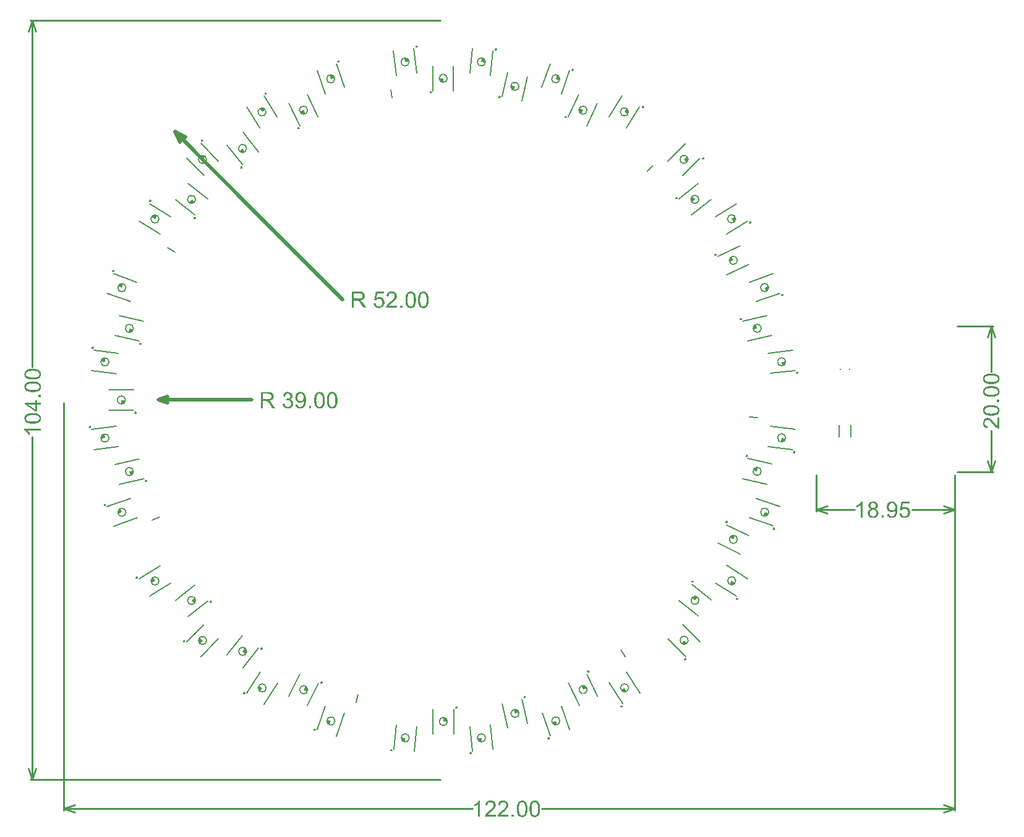
<source format=gto>
G04 Layer_Color=65535*
%FSLAX44Y44*%
%MOMM*%
G71*
G01*
G75*
%ADD52C,0.1270*%
%ADD53C,0.3048*%
%ADD54C,0.2000*%
%ADD55C,0.2032*%
%ADD56C,0.5080*%
%ADD57C,0.2540*%
G36*
X-180682Y-11394D02*
X-183806D01*
Y-8269D01*
X-180682D01*
Y-11394D01*
D02*
G37*
G36*
X-239331Y10884D02*
X-239059D01*
X-238380Y10850D01*
X-237667Y10782D01*
X-236919Y10646D01*
X-236206Y10511D01*
X-235867Y10409D01*
X-235561Y10307D01*
X-235527D01*
X-235493Y10273D01*
X-235289Y10205D01*
X-235018Y10035D01*
X-234678Y9797D01*
X-234271Y9526D01*
X-233863Y9152D01*
X-233456Y8711D01*
X-233082Y8167D01*
X-233048Y8099D01*
X-232946Y7896D01*
X-232776Y7590D01*
X-232607Y7182D01*
X-232437Y6673D01*
X-232267Y6096D01*
X-232165Y5484D01*
X-232131Y4805D01*
Y4771D01*
Y4703D01*
Y4568D01*
X-232165Y4398D01*
Y4194D01*
X-232199Y3956D01*
X-232335Y3413D01*
X-232505Y2768D01*
X-232776Y2122D01*
X-233184Y1443D01*
X-233422Y1104D01*
X-233693Y798D01*
X-233761Y730D01*
X-233863Y662D01*
X-233965Y526D01*
X-234135Y424D01*
X-234338Y255D01*
X-234576Y119D01*
X-234848Y-51D01*
X-235154Y-221D01*
X-235527Y-391D01*
X-235901Y-560D01*
X-236342Y-730D01*
X-236784Y-900D01*
X-237293Y-1036D01*
X-237836Y-1138D01*
X-238414Y-1239D01*
X-238346Y-1274D01*
X-238210Y-1341D01*
X-238006Y-1443D01*
X-237768Y-1579D01*
X-237191Y-1953D01*
X-236886Y-2156D01*
X-236648Y-2360D01*
X-236580Y-2428D01*
X-236410Y-2564D01*
X-236172Y-2836D01*
X-235867Y-3175D01*
X-235493Y-3617D01*
X-235086Y-4126D01*
X-234644Y-4703D01*
X-234203Y-5349D01*
X-230331Y-11394D01*
X-234033D01*
X-236987Y-6775D01*
Y-6741D01*
X-237055Y-6673D01*
X-237123Y-6571D01*
X-237191Y-6435D01*
X-237429Y-6096D01*
X-237735Y-5654D01*
X-238074Y-5145D01*
X-238448Y-4636D01*
X-238787Y-4160D01*
X-239127Y-3719D01*
X-239161Y-3685D01*
X-239263Y-3549D01*
X-239433Y-3345D01*
X-239602Y-3107D01*
X-240112Y-2632D01*
X-240349Y-2394D01*
X-240621Y-2224D01*
X-240655Y-2190D01*
X-240723Y-2156D01*
X-240859Y-2088D01*
X-241029Y-1987D01*
X-241436Y-1783D01*
X-241945Y-1613D01*
X-241980D01*
X-242047Y-1579D01*
X-242183D01*
X-242353Y-1545D01*
X-242591Y-1511D01*
X-242862D01*
X-243202Y-1477D01*
X-247006D01*
Y-11394D01*
X-249960D01*
Y10918D01*
X-239602D01*
X-239331Y10884D01*
D02*
G37*
G36*
X-195285Y10986D02*
X-195115D01*
X-194877Y10952D01*
X-194334Y10884D01*
X-193723Y10714D01*
X-193077Y10511D01*
X-192364Y10239D01*
X-191685Y9831D01*
X-191651D01*
X-191617Y9764D01*
X-191515Y9696D01*
X-191379Y9628D01*
X-191074Y9356D01*
X-190666Y8982D01*
X-190225Y8473D01*
X-189749Y7930D01*
X-189308Y7250D01*
X-188934Y6469D01*
Y6435D01*
X-188900Y6367D01*
X-188832Y6232D01*
X-188798Y6062D01*
X-188696Y5858D01*
X-188629Y5586D01*
X-188561Y5247D01*
X-188459Y4873D01*
X-188357Y4466D01*
X-188289Y3990D01*
X-188187Y3481D01*
X-188119Y2937D01*
X-188085Y2326D01*
X-188017Y1681D01*
X-187983Y968D01*
Y221D01*
Y187D01*
Y17D01*
Y-187D01*
Y-492D01*
X-188017Y-832D01*
Y-1274D01*
X-188051Y-1715D01*
X-188085Y-2224D01*
X-188221Y-3311D01*
X-188391Y-4466D01*
X-188629Y-5586D01*
X-188764Y-6096D01*
X-188934Y-6605D01*
Y-6639D01*
X-188968Y-6707D01*
X-189036Y-6843D01*
X-189104Y-7013D01*
X-189206Y-7250D01*
X-189308Y-7488D01*
X-189613Y-8031D01*
X-190021Y-8677D01*
X-190496Y-9322D01*
X-191040Y-9933D01*
X-191685Y-10477D01*
X-191719D01*
X-191753Y-10545D01*
X-191855Y-10579D01*
X-192025Y-10680D01*
X-192194Y-10782D01*
X-192398Y-10884D01*
X-192908Y-11122D01*
X-193553Y-11359D01*
X-194266Y-11563D01*
X-195115Y-11699D01*
X-195998Y-11767D01*
X-196236D01*
X-196439Y-11733D01*
X-196643D01*
X-196915Y-11699D01*
X-197526Y-11597D01*
X-198205Y-11428D01*
X-198918Y-11156D01*
X-199598Y-10816D01*
X-200277Y-10341D01*
X-200311Y-10307D01*
X-200345Y-10273D01*
X-200548Y-10069D01*
X-200820Y-9729D01*
X-201160Y-9288D01*
X-201499Y-8711D01*
X-201805Y-7997D01*
X-202077Y-7182D01*
X-202246Y-6232D01*
X-199632Y-6028D01*
Y-6062D01*
Y-6096D01*
X-199598Y-6198D01*
X-199564Y-6334D01*
X-199496Y-6673D01*
X-199360Y-7047D01*
X-199190Y-7488D01*
X-198986Y-7930D01*
X-198715Y-8371D01*
X-198375Y-8711D01*
X-198341Y-8745D01*
X-198205Y-8846D01*
X-198001Y-8982D01*
X-197696Y-9118D01*
X-197356Y-9254D01*
X-196949Y-9390D01*
X-196473Y-9492D01*
X-195930Y-9526D01*
X-195726D01*
X-195488Y-9492D01*
X-195183Y-9458D01*
X-194843Y-9390D01*
X-194470Y-9288D01*
X-194096Y-9152D01*
X-193723Y-8948D01*
X-193689Y-8914D01*
X-193553Y-8846D01*
X-193383Y-8711D01*
X-193179Y-8541D01*
X-192908Y-8337D01*
X-192670Y-8065D01*
X-192398Y-7760D01*
X-192160Y-7420D01*
X-192127Y-7386D01*
X-192059Y-7250D01*
X-191957Y-7013D01*
X-191787Y-6707D01*
X-191651Y-6334D01*
X-191481Y-5892D01*
X-191311Y-5383D01*
X-191142Y-4805D01*
Y-4771D01*
X-191108Y-4737D01*
Y-4636D01*
X-191074Y-4534D01*
X-191006Y-4194D01*
X-190938Y-3753D01*
X-190870Y-3243D01*
X-190802Y-2700D01*
X-190734Y-2088D01*
Y-1443D01*
Y-1409D01*
Y-1307D01*
Y-1138D01*
Y-900D01*
X-190768Y-968D01*
X-190904Y-1104D01*
X-191074Y-1375D01*
X-191345Y-1647D01*
X-191651Y-1987D01*
X-192059Y-2360D01*
X-192500Y-2700D01*
X-193009Y-3039D01*
X-193077Y-3073D01*
X-193247Y-3175D01*
X-193553Y-3277D01*
X-193926Y-3413D01*
X-194368Y-3583D01*
X-194877Y-3685D01*
X-195455Y-3787D01*
X-196066Y-3821D01*
X-196338D01*
X-196541Y-3787D01*
X-196779Y-3753D01*
X-197051Y-3719D01*
X-197696Y-3583D01*
X-198443Y-3345D01*
X-198817Y-3175D01*
X-199224Y-2971D01*
X-199598Y-2734D01*
X-200005Y-2462D01*
X-200379Y-2156D01*
X-200752Y-1817D01*
X-200786Y-1783D01*
X-200820Y-1715D01*
X-200922Y-1613D01*
X-201058Y-1443D01*
X-201194Y-1239D01*
X-201364Y-1002D01*
X-201533Y-730D01*
X-201703Y-391D01*
X-201873Y-51D01*
X-202043Y357D01*
X-202213Y798D01*
X-202348Y1274D01*
X-202484Y1783D01*
X-202586Y2292D01*
X-202620Y2870D01*
X-202654Y3481D01*
Y3515D01*
Y3617D01*
Y3821D01*
X-202620Y4058D01*
X-202586Y4330D01*
X-202552Y4669D01*
X-202484Y5043D01*
X-202416Y5451D01*
X-202179Y6300D01*
X-202009Y6775D01*
X-201805Y7217D01*
X-201601Y7692D01*
X-201330Y8133D01*
X-201024Y8541D01*
X-200684Y8948D01*
X-200650Y8982D01*
X-200583Y9050D01*
X-200481Y9152D01*
X-200311Y9288D01*
X-200141Y9424D01*
X-199903Y9594D01*
X-199632Y9797D01*
X-199292Y10001D01*
X-198952Y10171D01*
X-198579Y10375D01*
X-197730Y10714D01*
X-197254Y10816D01*
X-196745Y10918D01*
X-196202Y10986D01*
X-195658Y11020D01*
X-195455D01*
X-195285Y10986D01*
D02*
G37*
G36*
X50495Y-571394D02*
X47744D01*
Y-553938D01*
X47710Y-553972D01*
X47574Y-554108D01*
X47337Y-554278D01*
X47031Y-554515D01*
X46657Y-554821D01*
X46216Y-555127D01*
X45706Y-555500D01*
X45129Y-555840D01*
X45095D01*
X45061Y-555874D01*
X44857Y-556010D01*
X44552Y-556180D01*
X44178Y-556383D01*
X43737Y-556621D01*
X43261Y-556825D01*
X42752Y-557062D01*
X42277Y-557266D01*
Y-554583D01*
X42310D01*
X42378Y-554549D01*
X42514Y-554482D01*
X42650Y-554380D01*
X42854Y-554278D01*
X43092Y-554176D01*
X43635Y-553870D01*
X44246Y-553497D01*
X44925Y-553055D01*
X45605Y-552546D01*
X46250Y-552002D01*
X46284Y-551968D01*
X46318Y-551935D01*
X46521Y-551731D01*
X46827Y-551425D01*
X47201Y-551052D01*
X47608Y-550576D01*
X48016Y-550067D01*
X48389Y-549523D01*
X48695Y-548980D01*
X50495D01*
Y-571394D01*
D02*
G37*
G36*
X65403Y-549014D02*
X65675Y-549048D01*
X65980Y-549082D01*
X66320Y-549116D01*
X66694Y-549218D01*
X67509Y-549422D01*
X68358Y-549727D01*
X68799Y-549931D01*
X69207Y-550169D01*
X69580Y-550474D01*
X69954Y-550780D01*
X69988Y-550814D01*
X70022Y-550848D01*
X70124Y-550950D01*
X70259Y-551086D01*
X70395Y-551289D01*
X70565Y-551493D01*
X70905Y-552002D01*
X71244Y-552648D01*
X71550Y-553395D01*
X71788Y-554244D01*
X71821Y-554719D01*
X71856Y-555195D01*
Y-555263D01*
Y-555432D01*
X71821Y-555704D01*
X71788Y-556044D01*
X71720Y-556451D01*
X71618Y-556893D01*
X71482Y-557368D01*
X71278Y-557844D01*
X71244Y-557911D01*
X71176Y-558081D01*
X71040Y-558319D01*
X70837Y-558659D01*
X70599Y-559066D01*
X70293Y-559542D01*
X69886Y-560017D01*
X69444Y-560560D01*
X69376Y-560628D01*
X69207Y-560832D01*
X68901Y-561138D01*
X68697Y-561341D01*
X68460Y-561579D01*
X68188Y-561851D01*
X67848Y-562156D01*
X67509Y-562462D01*
X67135Y-562836D01*
X66727Y-563209D01*
X66252Y-563617D01*
X65777Y-564024D01*
X65233Y-564500D01*
X65199Y-564534D01*
X65131Y-564602D01*
X64996Y-564703D01*
X64826Y-564839D01*
X64418Y-565179D01*
X63909Y-565620D01*
X63400Y-566096D01*
X62856Y-566571D01*
X62415Y-566979D01*
X62245Y-567149D01*
X62075Y-567318D01*
X62041Y-567352D01*
X61973Y-567454D01*
X61837Y-567590D01*
X61667Y-567794D01*
X61294Y-568235D01*
X60920Y-568779D01*
X71889D01*
Y-571394D01*
X57117D01*
Y-571359D01*
Y-571224D01*
Y-571020D01*
X57151Y-570782D01*
X57185Y-570510D01*
X57219Y-570205D01*
X57321Y-569865D01*
X57422Y-569526D01*
Y-569492D01*
X57456Y-569458D01*
X57524Y-569254D01*
X57660Y-568982D01*
X57864Y-568575D01*
X58102Y-568133D01*
X58441Y-567624D01*
X58781Y-567115D01*
X59222Y-566571D01*
Y-566537D01*
X59290Y-566503D01*
X59460Y-566300D01*
X59732Y-565994D01*
X60139Y-565586D01*
X60649Y-565111D01*
X61260Y-564534D01*
X62007Y-563888D01*
X62822Y-563175D01*
X62856Y-563141D01*
X62992Y-563039D01*
X63162Y-562904D01*
X63400Y-562666D01*
X63705Y-562428D01*
X64045Y-562122D01*
X64792Y-561477D01*
X65607Y-560696D01*
X66422Y-559915D01*
X66829Y-559542D01*
X67169Y-559168D01*
X67475Y-558794D01*
X67746Y-558455D01*
Y-558421D01*
X67814Y-558387D01*
X67882Y-558285D01*
X67950Y-558149D01*
X68154Y-557810D01*
X68392Y-557368D01*
X68629Y-556859D01*
X68833Y-556315D01*
X68969Y-555704D01*
X69037Y-555127D01*
Y-555093D01*
Y-555059D01*
X69003Y-554855D01*
X68969Y-554549D01*
X68901Y-554176D01*
X68731Y-553734D01*
X68527Y-553293D01*
X68256Y-552817D01*
X67848Y-552376D01*
X67780Y-552342D01*
X67644Y-552206D01*
X67373Y-552036D01*
X67033Y-551799D01*
X66592Y-551595D01*
X66082Y-551425D01*
X65471Y-551289D01*
X64792Y-551255D01*
X64588D01*
X64452Y-551289D01*
X64113Y-551323D01*
X63671Y-551391D01*
X63162Y-551561D01*
X62618Y-551765D01*
X62109Y-552070D01*
X61634Y-552478D01*
X61600Y-552546D01*
X61464Y-552682D01*
X61260Y-552953D01*
X61056Y-553327D01*
X60819Y-553802D01*
X60649Y-554346D01*
X60513Y-554991D01*
X60445Y-555738D01*
X57626Y-555432D01*
Y-555398D01*
Y-555297D01*
X57660Y-555127D01*
X57694Y-554923D01*
X57762Y-554651D01*
X57796Y-554346D01*
X58000Y-553666D01*
X58271Y-552885D01*
X58645Y-552104D01*
X59155Y-551323D01*
X59426Y-550984D01*
X59766Y-550644D01*
X59800Y-550610D01*
X59868Y-550576D01*
X59970Y-550474D01*
X60105Y-550372D01*
X60309Y-550271D01*
X60547Y-550101D01*
X60819Y-549965D01*
X61124Y-549795D01*
X61464Y-549659D01*
X61837Y-549489D01*
X62279Y-549354D01*
X62720Y-549252D01*
X63739Y-549048D01*
X64282Y-549014D01*
X64860Y-548980D01*
X65165D01*
X65403Y-549014D01*
D02*
G37*
G36*
X96782Y-571394D02*
X93658D01*
Y-568269D01*
X96782D01*
Y-571394D01*
D02*
G37*
G36*
X-81458Y145668D02*
X-90356D01*
X-91578Y139657D01*
X-91544Y139691D01*
X-91476Y139725D01*
X-91374Y139793D01*
X-91238Y139895D01*
X-91035Y139997D01*
X-90831Y140099D01*
X-90288Y140370D01*
X-89676Y140642D01*
X-88963Y140846D01*
X-88182Y141016D01*
X-87367Y141083D01*
X-87095D01*
X-86892Y141049D01*
X-86620Y141016D01*
X-86348Y140982D01*
X-86009Y140914D01*
X-85669Y140846D01*
X-84888Y140574D01*
X-84480Y140438D01*
X-84073Y140234D01*
X-83631Y139997D01*
X-83224Y139725D01*
X-82816Y139419D01*
X-82443Y139046D01*
X-82409Y139012D01*
X-82341Y138944D01*
X-82239Y138842D01*
X-82137Y138672D01*
X-81967Y138469D01*
X-81798Y138231D01*
X-81628Y137959D01*
X-81424Y137653D01*
X-81220Y137280D01*
X-81051Y136906D01*
X-80881Y136465D01*
X-80711Y136023D01*
X-80609Y135514D01*
X-80507Y135005D01*
X-80439Y134427D01*
X-80405Y133850D01*
Y133816D01*
Y133714D01*
Y133544D01*
X-80439Y133341D01*
X-80473Y133069D01*
X-80507Y132763D01*
X-80541Y132424D01*
X-80609Y132050D01*
X-80847Y131235D01*
X-81152Y130386D01*
X-81356Y129911D01*
X-81594Y129469D01*
X-81866Y129028D01*
X-82171Y128620D01*
X-82205Y128586D01*
X-82273Y128518D01*
X-82409Y128382D01*
X-82579Y128213D01*
X-82782Y128009D01*
X-83054Y127771D01*
X-83360Y127533D01*
X-83733Y127296D01*
X-84107Y127024D01*
X-84548Y126786D01*
X-85058Y126549D01*
X-85567Y126345D01*
X-86145Y126175D01*
X-86722Y126039D01*
X-87367Y125971D01*
X-88046Y125937D01*
X-88352D01*
X-88556Y125971D01*
X-88793Y126005D01*
X-89099Y126039D01*
X-89439Y126073D01*
X-89812Y126141D01*
X-90593Y126345D01*
X-91408Y126650D01*
X-91816Y126854D01*
X-92223Y127092D01*
X-92631Y127330D01*
X-93004Y127635D01*
X-93038Y127669D01*
X-93072Y127703D01*
X-93174Y127805D01*
X-93310Y127941D01*
X-93446Y128111D01*
X-93616Y128315D01*
X-93785Y128552D01*
X-93989Y128824D01*
X-94363Y129469D01*
X-94736Y130250D01*
X-95008Y131133D01*
X-95110Y131643D01*
X-95178Y132152D01*
X-92291Y132356D01*
Y132322D01*
Y132254D01*
X-92257Y132152D01*
X-92223Y132016D01*
X-92121Y131643D01*
X-91986Y131167D01*
X-91816Y130658D01*
X-91544Y130148D01*
X-91238Y129639D01*
X-90831Y129198D01*
X-90763Y129164D01*
X-90627Y129028D01*
X-90389Y128892D01*
X-90050Y128688D01*
X-89642Y128518D01*
X-89167Y128349D01*
X-88624Y128213D01*
X-88046Y128179D01*
X-87843D01*
X-87707Y128213D01*
X-87333Y128247D01*
X-86858Y128349D01*
X-86348Y128552D01*
X-85771Y128790D01*
X-85228Y129164D01*
X-84956Y129367D01*
X-84684Y129639D01*
Y129673D01*
X-84616Y129707D01*
X-84480Y129911D01*
X-84243Y130250D01*
X-84005Y130692D01*
X-83767Y131269D01*
X-83530Y131948D01*
X-83394Y132729D01*
X-83326Y133612D01*
Y133646D01*
Y133714D01*
Y133850D01*
X-83360Y133986D01*
Y134190D01*
X-83394Y134427D01*
X-83496Y134971D01*
X-83631Y135548D01*
X-83869Y136159D01*
X-84209Y136770D01*
X-84650Y137314D01*
X-84718Y137382D01*
X-84888Y137518D01*
X-85160Y137755D01*
X-85567Y137993D01*
X-86043Y138231D01*
X-86654Y138469D01*
X-87333Y138604D01*
X-88080Y138672D01*
X-88318D01*
X-88556Y138638D01*
X-88895Y138604D01*
X-89269Y138502D01*
X-89676Y138401D01*
X-90084Y138231D01*
X-90491Y138027D01*
X-90525Y137993D01*
X-90661Y137925D01*
X-90865Y137789D01*
X-91103Y137619D01*
X-91340Y137382D01*
X-91612Y137110D01*
X-91884Y136805D01*
X-92121Y136465D01*
X-94702Y136838D01*
X-92529Y148283D01*
X-81458D01*
Y145668D01*
D02*
G37*
G36*
X82723Y-549014D02*
X82994Y-549048D01*
X83300Y-549082D01*
X83639Y-549116D01*
X84013Y-549218D01*
X84828Y-549422D01*
X85677Y-549727D01*
X86119Y-549931D01*
X86526Y-550169D01*
X86900Y-550474D01*
X87273Y-550780D01*
X87307Y-550814D01*
X87341Y-550848D01*
X87443Y-550950D01*
X87579Y-551086D01*
X87715Y-551289D01*
X87885Y-551493D01*
X88224Y-552002D01*
X88564Y-552648D01*
X88869Y-553395D01*
X89107Y-554244D01*
X89141Y-554719D01*
X89175Y-555195D01*
Y-555263D01*
Y-555432D01*
X89141Y-555704D01*
X89107Y-556044D01*
X89039Y-556451D01*
X88937Y-556893D01*
X88801Y-557368D01*
X88598Y-557844D01*
X88564Y-557911D01*
X88496Y-558081D01*
X88360Y-558319D01*
X88156Y-558659D01*
X87918Y-559066D01*
X87613Y-559542D01*
X87205Y-560017D01*
X86764Y-560560D01*
X86696Y-560628D01*
X86526Y-560832D01*
X86221Y-561138D01*
X86017Y-561341D01*
X85779Y-561579D01*
X85507Y-561851D01*
X85168Y-562156D01*
X84828Y-562462D01*
X84454Y-562836D01*
X84047Y-563209D01*
X83572Y-563617D01*
X83096Y-564024D01*
X82553Y-564500D01*
X82519Y-564534D01*
X82451Y-564602D01*
X82315Y-564703D01*
X82145Y-564839D01*
X81738Y-565179D01*
X81228Y-565620D01*
X80719Y-566096D01*
X80176Y-566571D01*
X79734Y-566979D01*
X79564Y-567149D01*
X79394Y-567318D01*
X79361Y-567352D01*
X79293Y-567454D01*
X79157Y-567590D01*
X78987Y-567794D01*
X78614Y-568235D01*
X78240Y-568779D01*
X89209D01*
Y-571394D01*
X74436D01*
Y-571359D01*
Y-571224D01*
Y-571020D01*
X74470Y-570782D01*
X74504Y-570510D01*
X74538Y-570205D01*
X74640Y-569865D01*
X74742Y-569526D01*
Y-569492D01*
X74776Y-569458D01*
X74844Y-569254D01*
X74980Y-568982D01*
X75184Y-568575D01*
X75421Y-568133D01*
X75761Y-567624D01*
X76100Y-567115D01*
X76542Y-566571D01*
Y-566537D01*
X76610Y-566503D01*
X76780Y-566300D01*
X77051Y-565994D01*
X77459Y-565586D01*
X77968Y-565111D01*
X78580Y-564534D01*
X79327Y-563888D01*
X80142Y-563175D01*
X80176Y-563141D01*
X80311Y-563039D01*
X80481Y-562904D01*
X80719Y-562666D01*
X81025Y-562428D01*
X81364Y-562122D01*
X82111Y-561477D01*
X82926Y-560696D01*
X83741Y-559915D01*
X84149Y-559542D01*
X84488Y-559168D01*
X84794Y-558794D01*
X85066Y-558455D01*
Y-558421D01*
X85134Y-558387D01*
X85202Y-558285D01*
X85270Y-558149D01*
X85473Y-557810D01*
X85711Y-557368D01*
X85949Y-556859D01*
X86152Y-556315D01*
X86288Y-555704D01*
X86356Y-555127D01*
Y-555093D01*
Y-555059D01*
X86322Y-554855D01*
X86288Y-554549D01*
X86221Y-554176D01*
X86051Y-553734D01*
X85847Y-553293D01*
X85575Y-552817D01*
X85168Y-552376D01*
X85100Y-552342D01*
X84964Y-552206D01*
X84692Y-552036D01*
X84353Y-551799D01*
X83911Y-551595D01*
X83402Y-551425D01*
X82790Y-551289D01*
X82111Y-551255D01*
X81908D01*
X81772Y-551289D01*
X81432Y-551323D01*
X80991Y-551391D01*
X80481Y-551561D01*
X79938Y-551765D01*
X79429Y-552070D01*
X78953Y-552478D01*
X78919Y-552546D01*
X78783Y-552682D01*
X78580Y-552953D01*
X78376Y-553327D01*
X78138Y-553802D01*
X77968Y-554346D01*
X77832Y-554991D01*
X77765Y-555738D01*
X74946Y-555432D01*
Y-555398D01*
Y-555297D01*
X74980Y-555127D01*
X75014Y-554923D01*
X75082Y-554651D01*
X75116Y-554346D01*
X75319Y-553666D01*
X75591Y-552885D01*
X75965Y-552104D01*
X76474Y-551323D01*
X76746Y-550984D01*
X77085Y-550644D01*
X77119Y-550610D01*
X77187Y-550576D01*
X77289Y-550474D01*
X77425Y-550372D01*
X77629Y-550271D01*
X77866Y-550101D01*
X78138Y-549965D01*
X78444Y-549795D01*
X78783Y-549659D01*
X79157Y-549489D01*
X79598Y-549354D01*
X80040Y-549252D01*
X81059Y-549048D01*
X81602Y-549014D01*
X82179Y-548980D01*
X82485D01*
X82723Y-549014D01*
D02*
G37*
G36*
X-151443Y10986D02*
X-151035Y10918D01*
X-150560Y10850D01*
X-150016Y10714D01*
X-149473Y10511D01*
X-148964Y10273D01*
X-148896Y10239D01*
X-148726Y10137D01*
X-148488Y9967D01*
X-148148Y9764D01*
X-147809Y9458D01*
X-147435Y9084D01*
X-147062Y8677D01*
X-146722Y8201D01*
X-146688Y8133D01*
X-146586Y7964D01*
X-146417Y7658D01*
X-146213Y7284D01*
X-146009Y6809D01*
X-145771Y6232D01*
X-145534Y5586D01*
X-145330Y4873D01*
Y4839D01*
X-145296Y4771D01*
Y4669D01*
X-145262Y4500D01*
X-145194Y4330D01*
X-145160Y4092D01*
X-145126Y3787D01*
X-145058Y3481D01*
X-145024Y3107D01*
X-144990Y2734D01*
X-144922Y2292D01*
X-144888Y1817D01*
X-144854Y1308D01*
Y798D01*
X-144820Y-391D01*
Y-424D01*
Y-560D01*
Y-764D01*
Y-1036D01*
X-144854Y-1375D01*
Y-1749D01*
X-144888Y-2190D01*
X-144922Y-2666D01*
X-145024Y-3685D01*
X-145160Y-4737D01*
X-145364Y-5790D01*
X-145500Y-6266D01*
X-145635Y-6741D01*
Y-6775D01*
X-145669Y-6843D01*
X-145703Y-6979D01*
X-145771Y-7149D01*
X-145873Y-7352D01*
X-145975Y-7556D01*
X-146247Y-8099D01*
X-146586Y-8711D01*
X-146994Y-9322D01*
X-147469Y-9933D01*
X-148047Y-10477D01*
X-148081D01*
X-148115Y-10545D01*
X-148216Y-10579D01*
X-148318Y-10680D01*
X-148692Y-10884D01*
X-149133Y-11122D01*
X-149745Y-11359D01*
X-150424Y-11563D01*
X-151205Y-11699D01*
X-152088Y-11767D01*
X-152394D01*
X-152631Y-11733D01*
X-152903Y-11699D01*
X-153209Y-11631D01*
X-153548Y-11563D01*
X-153922Y-11495D01*
X-154737Y-11224D01*
X-155178Y-11020D01*
X-155586Y-10816D01*
X-156027Y-10545D01*
X-156435Y-10239D01*
X-156808Y-9899D01*
X-157182Y-9492D01*
X-157216Y-9458D01*
X-157284Y-9356D01*
X-157386Y-9186D01*
X-157521Y-8948D01*
X-157691Y-8643D01*
X-157861Y-8269D01*
X-158065Y-7828D01*
X-158268Y-7284D01*
X-158472Y-6707D01*
X-158676Y-6028D01*
X-158846Y-5281D01*
X-159016Y-4466D01*
X-159151Y-3549D01*
X-159253Y-2598D01*
X-159321Y-1511D01*
X-159355Y-391D01*
Y-357D01*
Y-221D01*
Y-17D01*
Y255D01*
X-159321Y594D01*
Y968D01*
X-159287Y1409D01*
X-159253Y1885D01*
X-159151Y2904D01*
X-159016Y3956D01*
X-158846Y5009D01*
X-158710Y5484D01*
X-158574Y5960D01*
Y5994D01*
X-158540Y6062D01*
X-158472Y6198D01*
X-158404Y6367D01*
X-158336Y6571D01*
X-158235Y6809D01*
X-157963Y7352D01*
X-157623Y7964D01*
X-157216Y8575D01*
X-156740Y9152D01*
X-156163Y9696D01*
X-156129D01*
X-156095Y9764D01*
X-155993Y9831D01*
X-155857Y9899D01*
X-155518Y10103D01*
X-155042Y10375D01*
X-154465Y10612D01*
X-153752Y10816D01*
X-152971Y10952D01*
X-152088Y11020D01*
X-151782D01*
X-151443Y10986D01*
D02*
G37*
G36*
X-168762D02*
X-168355Y10918D01*
X-167879Y10850D01*
X-167336Y10714D01*
X-166793Y10511D01*
X-166283Y10273D01*
X-166215Y10239D01*
X-166045Y10137D01*
X-165808Y9967D01*
X-165468Y9764D01*
X-165128Y9458D01*
X-164755Y9084D01*
X-164381Y8677D01*
X-164042Y8201D01*
X-164008Y8133D01*
X-163906Y7964D01*
X-163736Y7658D01*
X-163532Y7284D01*
X-163329Y6809D01*
X-163091Y6232D01*
X-162853Y5586D01*
X-162649Y4873D01*
Y4839D01*
X-162615Y4771D01*
Y4669D01*
X-162581Y4500D01*
X-162514Y4330D01*
X-162480Y4092D01*
X-162446Y3787D01*
X-162378Y3481D01*
X-162344Y3107D01*
X-162310Y2734D01*
X-162242Y2292D01*
X-162208Y1817D01*
X-162174Y1308D01*
Y798D01*
X-162140Y-391D01*
Y-424D01*
Y-560D01*
Y-764D01*
Y-1036D01*
X-162174Y-1375D01*
Y-1749D01*
X-162208Y-2190D01*
X-162242Y-2666D01*
X-162344Y-3685D01*
X-162480Y-4737D01*
X-162683Y-5790D01*
X-162819Y-6266D01*
X-162955Y-6741D01*
Y-6775D01*
X-162989Y-6843D01*
X-163023Y-6979D01*
X-163091Y-7149D01*
X-163193Y-7352D01*
X-163295Y-7556D01*
X-163566Y-8099D01*
X-163906Y-8711D01*
X-164313Y-9322D01*
X-164789Y-9933D01*
X-165366Y-10477D01*
X-165400D01*
X-165434Y-10545D01*
X-165536Y-10579D01*
X-165638Y-10680D01*
X-166011Y-10884D01*
X-166453Y-11122D01*
X-167064Y-11359D01*
X-167743Y-11563D01*
X-168524Y-11699D01*
X-169407Y-11767D01*
X-169713D01*
X-169951Y-11733D01*
X-170222Y-11699D01*
X-170528Y-11631D01*
X-170868Y-11563D01*
X-171241Y-11495D01*
X-172056Y-11224D01*
X-172498Y-11020D01*
X-172905Y-10816D01*
X-173347Y-10545D01*
X-173754Y-10239D01*
X-174128Y-9899D01*
X-174501Y-9492D01*
X-174535Y-9458D01*
X-174603Y-9356D01*
X-174705Y-9186D01*
X-174841Y-8948D01*
X-175011Y-8643D01*
X-175180Y-8269D01*
X-175384Y-7828D01*
X-175588Y-7284D01*
X-175792Y-6707D01*
X-175996Y-6028D01*
X-176165Y-5281D01*
X-176335Y-4466D01*
X-176471Y-3549D01*
X-176573Y-2598D01*
X-176641Y-1511D01*
X-176675Y-391D01*
Y-357D01*
Y-221D01*
Y-17D01*
Y255D01*
X-176641Y594D01*
Y968D01*
X-176607Y1409D01*
X-176573Y1885D01*
X-176471Y2904D01*
X-176335Y3956D01*
X-176165Y5009D01*
X-176029Y5484D01*
X-175894Y5960D01*
Y5994D01*
X-175860Y6062D01*
X-175792Y6198D01*
X-175724Y6367D01*
X-175656Y6571D01*
X-175554Y6809D01*
X-175282Y7352D01*
X-174943Y7964D01*
X-174535Y8575D01*
X-174060Y9152D01*
X-173482Y9696D01*
X-173449D01*
X-173415Y9764D01*
X-173313Y9831D01*
X-173177Y9899D01*
X-172837Y10103D01*
X-172362Y10375D01*
X-171784Y10612D01*
X-171071Y10816D01*
X-170290Y10952D01*
X-169407Y11020D01*
X-169102D01*
X-168762Y10986D01*
D02*
G37*
G36*
X-153848Y-440083D02*
X-155692Y-445358D01*
X-155965Y-445255D01*
X-156233Y-445137D01*
X-156494Y-445005D01*
X-156748Y-444860D01*
X-156994Y-444701D01*
X-157232Y-444530D01*
X-157460Y-444347D01*
X-157678Y-444152D01*
X-157886Y-443946D01*
X-158082Y-443730D01*
X-158267Y-443503D01*
X-158440Y-443267D01*
X-158600Y-443022D01*
X-158748Y-442770D01*
X-158882Y-442509D01*
X-159002Y-442243D01*
X-159108Y-441970D01*
X-159199Y-441692D01*
X-159276Y-441410D01*
X-159338Y-441124D01*
X-159385Y-440835D01*
X-159417Y-440544D01*
X-159433Y-440252D01*
X-159434Y-439960D01*
X-159420Y-439667D01*
X-159391Y-439376D01*
X-159346Y-439087D01*
X-159286Y-438801D01*
X-159212Y-438518D01*
X-159123Y-438239D01*
X-153848Y-440083D01*
D02*
G37*
G36*
X155972Y-445260D02*
X155693Y-445350D01*
X155410Y-445425D01*
X155124Y-445484D01*
X154835Y-445529D01*
X154544Y-445559D01*
X154251Y-445573D01*
X153959Y-445572D01*
X153667Y-445556D01*
X153376Y-445524D01*
X153087Y-445477D01*
X152801Y-445416D01*
X152519Y-445339D01*
X152241Y-445248D01*
X151968Y-445142D01*
X151701Y-445022D01*
X151441Y-444888D01*
X151188Y-444741D01*
X150943Y-444581D01*
X150707Y-444408D01*
X150481Y-444223D01*
X150264Y-444027D01*
X150058Y-443819D01*
X149863Y-443601D01*
X149679Y-443373D01*
X149508Y-443136D01*
X149350Y-442890D01*
X149204Y-442636D01*
X149072Y-442375D01*
X148954Y-442107D01*
X148850Y-441834D01*
X154124Y-439987D01*
X155972Y-445260D01*
D02*
G37*
G36*
X429Y-435220D02*
X721Y-435242D01*
X1011Y-435280D01*
X1299Y-435334D01*
X1583Y-435402D01*
X1864Y-435485D01*
X2139Y-435583D01*
X2410Y-435694D01*
X2674Y-435820D01*
X2931Y-435960D01*
X3180Y-436113D01*
X3422Y-436278D01*
X3654Y-436456D01*
X3876Y-436646D01*
X4089Y-436847D01*
X4290Y-437060D01*
X4480Y-437282D01*
X4658Y-437514D01*
X4824Y-437755D01*
X4977Y-438004D01*
X5117Y-438261D01*
X5243Y-438526D01*
X5355Y-438796D01*
X5452Y-439072D01*
X5536Y-439352D01*
X5604Y-439636D01*
X5657Y-439924D01*
X5696Y-440214D01*
X5719Y-440506D01*
X5727Y-440798D01*
X138Y-440800D01*
X137Y-435212D01*
X429Y-435220D01*
D02*
G37*
G36*
X251147Y-399386D02*
X250895Y-399535D01*
X250636Y-399671D01*
X250370Y-399793D01*
X250098Y-399901D01*
X249821Y-399995D01*
X249539Y-400074D01*
X249254Y-400138D01*
X248966Y-400187D01*
X248675Y-400221D01*
X248383Y-400240D01*
X248090Y-400243D01*
X247798Y-400231D01*
X247507Y-400204D01*
X247217Y-400162D01*
X246931Y-400104D01*
X246647Y-400032D01*
X246368Y-399944D01*
X246094Y-399843D01*
X245825Y-399727D01*
X245563Y-399597D01*
X245308Y-399454D01*
X245061Y-399297D01*
X244822Y-399128D01*
X244592Y-398946D01*
X244373Y-398753D01*
X244163Y-398549D01*
X243965Y-398334D01*
X243778Y-398108D01*
X243604Y-397874D01*
X243442Y-397630D01*
X248172Y-394656D01*
X251147Y-399386D01*
D02*
G37*
G36*
X98436Y-424132D02*
X98728Y-424150D01*
X99018Y-424184D01*
X99307Y-424233D01*
X99592Y-424297D01*
X99874Y-424376D01*
X100151Y-424469D01*
X100423Y-424577D01*
X100689Y-424699D01*
X100948Y-424834D01*
X101200Y-424983D01*
X101444Y-425145D01*
X101678Y-425320D01*
X101904Y-425507D01*
X102119Y-425705D01*
X102324Y-425914D01*
X102517Y-426133D01*
X102699Y-426363D01*
X102868Y-426601D01*
X103025Y-426848D01*
X103168Y-427103D01*
X103298Y-427365D01*
X103414Y-427634D01*
X103516Y-427908D01*
X103603Y-428187D01*
X103676Y-428471D01*
X98229Y-429716D01*
X96983Y-424268D01*
X97270Y-424211D01*
X97560Y-424168D01*
X97851Y-424141D01*
X98143Y-424129D01*
X98436Y-424132D01*
D02*
G37*
G36*
X108702Y-549014D02*
X109109Y-549082D01*
X109585Y-549150D01*
X110128Y-549286D01*
X110672Y-549489D01*
X111181Y-549727D01*
X111249Y-549761D01*
X111419Y-549863D01*
X111656Y-550033D01*
X111996Y-550237D01*
X112336Y-550542D01*
X112709Y-550916D01*
X113083Y-551323D01*
X113422Y-551799D01*
X113456Y-551867D01*
X113558Y-552036D01*
X113728Y-552342D01*
X113932Y-552716D01*
X114135Y-553191D01*
X114373Y-553768D01*
X114611Y-554414D01*
X114815Y-555127D01*
Y-555161D01*
X114849Y-555229D01*
Y-555331D01*
X114882Y-555500D01*
X114950Y-555670D01*
X114984Y-555908D01*
X115018Y-556213D01*
X115086Y-556519D01*
X115120Y-556893D01*
X115154Y-557266D01*
X115222Y-557708D01*
X115256Y-558183D01*
X115290Y-558693D01*
Y-559202D01*
X115324Y-560391D01*
Y-560424D01*
Y-560560D01*
Y-560764D01*
Y-561036D01*
X115290Y-561375D01*
Y-561749D01*
X115256Y-562190D01*
X115222Y-562666D01*
X115120Y-563685D01*
X114984Y-564737D01*
X114781Y-565790D01*
X114645Y-566266D01*
X114509Y-566741D01*
Y-566775D01*
X114475Y-566843D01*
X114441Y-566979D01*
X114373Y-567149D01*
X114271Y-567352D01*
X114169Y-567556D01*
X113898Y-568099D01*
X113558Y-568711D01*
X113151Y-569322D01*
X112675Y-569933D01*
X112098Y-570477D01*
X112064D01*
X112030Y-570545D01*
X111928Y-570578D01*
X111826Y-570680D01*
X111453Y-570884D01*
X111011Y-571122D01*
X110400Y-571359D01*
X109721Y-571563D01*
X108940Y-571699D01*
X108057Y-571767D01*
X107751D01*
X107513Y-571733D01*
X107242Y-571699D01*
X106936Y-571631D01*
X106596Y-571563D01*
X106223Y-571495D01*
X105408Y-571224D01*
X104966Y-571020D01*
X104559Y-570816D01*
X104117Y-570545D01*
X103710Y-570239D01*
X103336Y-569899D01*
X102963Y-569492D01*
X102929Y-569458D01*
X102861Y-569356D01*
X102759Y-569186D01*
X102623Y-568948D01*
X102453Y-568643D01*
X102283Y-568269D01*
X102080Y-567828D01*
X101876Y-567284D01*
X101672Y-566707D01*
X101468Y-566028D01*
X101299Y-565281D01*
X101129Y-564466D01*
X100993Y-563549D01*
X100891Y-562598D01*
X100823Y-561511D01*
X100789Y-560391D01*
Y-560357D01*
Y-560221D01*
Y-560017D01*
Y-559745D01*
X100823Y-559406D01*
Y-559032D01*
X100857Y-558591D01*
X100891Y-558115D01*
X100993Y-557096D01*
X101129Y-556044D01*
X101299Y-554991D01*
X101434Y-554515D01*
X101570Y-554040D01*
Y-554006D01*
X101604Y-553938D01*
X101672Y-553802D01*
X101740Y-553633D01*
X101808Y-553429D01*
X101910Y-553191D01*
X102182Y-552648D01*
X102521Y-552036D01*
X102929Y-551425D01*
X103404Y-550848D01*
X103981Y-550304D01*
X104015D01*
X104049Y-550237D01*
X104151Y-550169D01*
X104287Y-550101D01*
X104627Y-549897D01*
X105102Y-549625D01*
X105679Y-549388D01*
X106393Y-549184D01*
X107174Y-549048D01*
X108057Y-548980D01*
X108362D01*
X108702Y-549014D01*
D02*
G37*
G36*
X126021D02*
X126429Y-549082D01*
X126904Y-549150D01*
X127448Y-549286D01*
X127991Y-549489D01*
X128500Y-549727D01*
X128568Y-549761D01*
X128738Y-549863D01*
X128976Y-550033D01*
X129315Y-550237D01*
X129655Y-550542D01*
X130029Y-550916D01*
X130402Y-551323D01*
X130742Y-551799D01*
X130776Y-551867D01*
X130878Y-552036D01*
X131047Y-552342D01*
X131251Y-552716D01*
X131455Y-553191D01*
X131693Y-553768D01*
X131930Y-554414D01*
X132134Y-555127D01*
Y-555161D01*
X132168Y-555229D01*
Y-555331D01*
X132202Y-555500D01*
X132270Y-555670D01*
X132304Y-555908D01*
X132338Y-556213D01*
X132406Y-556519D01*
X132440Y-556893D01*
X132474Y-557266D01*
X132542Y-557708D01*
X132576Y-558183D01*
X132610Y-558693D01*
Y-559202D01*
X132643Y-560391D01*
Y-560424D01*
Y-560560D01*
Y-560764D01*
Y-561036D01*
X132610Y-561375D01*
Y-561749D01*
X132576Y-562190D01*
X132542Y-562666D01*
X132440Y-563685D01*
X132304Y-564737D01*
X132100Y-565790D01*
X131964Y-566266D01*
X131828Y-566741D01*
Y-566775D01*
X131795Y-566843D01*
X131761Y-566979D01*
X131693Y-567149D01*
X131591Y-567352D01*
X131489Y-567556D01*
X131217Y-568099D01*
X130878Y-568711D01*
X130470Y-569322D01*
X129995Y-569933D01*
X129417Y-570477D01*
X129383D01*
X129349Y-570545D01*
X129248Y-570578D01*
X129146Y-570680D01*
X128772Y-570884D01*
X128331Y-571122D01*
X127719Y-571359D01*
X127040Y-571563D01*
X126259Y-571699D01*
X125376Y-571767D01*
X125070D01*
X124833Y-571733D01*
X124561Y-571699D01*
X124255Y-571631D01*
X123916Y-571563D01*
X123542Y-571495D01*
X122727Y-571224D01*
X122286Y-571020D01*
X121878Y-570816D01*
X121437Y-570545D01*
X121029Y-570239D01*
X120656Y-569899D01*
X120282Y-569492D01*
X120248Y-569458D01*
X120180Y-569356D01*
X120078Y-569186D01*
X119943Y-568948D01*
X119773Y-568643D01*
X119603Y-568269D01*
X119399Y-567828D01*
X119195Y-567284D01*
X118992Y-566707D01*
X118788Y-566028D01*
X118618Y-565281D01*
X118448Y-564466D01*
X118313Y-563549D01*
X118211Y-562598D01*
X118143Y-561511D01*
X118109Y-560391D01*
Y-560357D01*
Y-560221D01*
Y-560017D01*
Y-559745D01*
X118143Y-559406D01*
Y-559032D01*
X118177Y-558591D01*
X118211Y-558115D01*
X118313Y-557096D01*
X118448Y-556044D01*
X118618Y-554991D01*
X118754Y-554515D01*
X118890Y-554040D01*
Y-554006D01*
X118924Y-553938D01*
X118992Y-553802D01*
X119060Y-553633D01*
X119128Y-553429D01*
X119229Y-553191D01*
X119501Y-552648D01*
X119841Y-552036D01*
X120248Y-551425D01*
X120724Y-550848D01*
X121301Y-550304D01*
X121335D01*
X121369Y-550237D01*
X121471Y-550169D01*
X121607Y-550101D01*
X121946Y-549897D01*
X122422Y-549625D01*
X122999Y-549388D01*
X123712Y-549184D01*
X124493Y-549048D01*
X125376Y-548980D01*
X125682D01*
X126021Y-549014D01*
D02*
G37*
G36*
X-212332Y10986D02*
X-211891Y10918D01*
X-211382Y10816D01*
X-210804Y10680D01*
X-210227Y10477D01*
X-209650Y10205D01*
X-209616D01*
X-209582Y10171D01*
X-209378Y10069D01*
X-209106Y9899D01*
X-208767Y9662D01*
X-208393Y9356D01*
X-207986Y8982D01*
X-207612Y8541D01*
X-207272Y8066D01*
X-207239Y7997D01*
X-207137Y7828D01*
X-207001Y7556D01*
X-206865Y7217D01*
X-206729Y6775D01*
X-206593Y6300D01*
X-206492Y5790D01*
X-206458Y5213D01*
Y5145D01*
Y4975D01*
X-206492Y4703D01*
X-206559Y4364D01*
X-206661Y3956D01*
X-206797Y3515D01*
X-206967Y3039D01*
X-207239Y2598D01*
X-207272Y2530D01*
X-207374Y2394D01*
X-207578Y2190D01*
X-207816Y1919D01*
X-208155Y1613D01*
X-208529Y1308D01*
X-209004Y968D01*
X-209548Y696D01*
X-209514D01*
X-209446Y662D01*
X-209344D01*
X-209208Y594D01*
X-208869Y492D01*
X-208427Y289D01*
X-207952Y51D01*
X-207442Y-289D01*
X-206933Y-696D01*
X-206492Y-1206D01*
X-206458Y-1274D01*
X-206322Y-1477D01*
X-206152Y-1783D01*
X-205914Y-2190D01*
X-205710Y-2700D01*
X-205541Y-3311D01*
X-205405Y-4024D01*
X-205371Y-4805D01*
Y-4839D01*
Y-4941D01*
Y-5077D01*
X-205405Y-5281D01*
X-205439Y-5552D01*
X-205473Y-5824D01*
X-205541Y-6164D01*
X-205643Y-6503D01*
X-205880Y-7284D01*
X-206050Y-7726D01*
X-206288Y-8133D01*
X-206525Y-8541D01*
X-206797Y-8948D01*
X-207137Y-9356D01*
X-207510Y-9763D01*
X-207544Y-9797D01*
X-207612Y-9865D01*
X-207714Y-9933D01*
X-207884Y-10069D01*
X-208088Y-10239D01*
X-208359Y-10409D01*
X-208665Y-10579D01*
X-208971Y-10748D01*
X-209344Y-10952D01*
X-209752Y-11122D01*
X-210193Y-11292D01*
X-210669Y-11461D01*
X-211178Y-11597D01*
X-211721Y-11665D01*
X-212299Y-11733D01*
X-212876Y-11767D01*
X-213148D01*
X-213351Y-11733D01*
X-213623Y-11699D01*
X-213895Y-11665D01*
X-214234Y-11631D01*
X-214574Y-11563D01*
X-215355Y-11359D01*
X-216170Y-11020D01*
X-216577Y-10850D01*
X-216951Y-10612D01*
X-217359Y-10341D01*
X-217732Y-10035D01*
X-217766Y-10001D01*
X-217800Y-9967D01*
X-217902Y-9865D01*
X-218038Y-9729D01*
X-218174Y-9526D01*
X-218343Y-9322D01*
X-218547Y-9084D01*
X-218717Y-8813D01*
X-219125Y-8133D01*
X-219464Y-7352D01*
X-219770Y-6469D01*
X-219872Y-5994D01*
X-219939Y-5484D01*
X-217189Y-5111D01*
Y-5145D01*
X-217155Y-5213D01*
Y-5349D01*
X-217087Y-5484D01*
X-216985Y-5892D01*
X-216815Y-6401D01*
X-216611Y-6945D01*
X-216340Y-7522D01*
X-216000Y-8031D01*
X-215627Y-8473D01*
X-215559Y-8507D01*
X-215423Y-8643D01*
X-215185Y-8779D01*
X-214846Y-8982D01*
X-214472Y-9152D01*
X-213997Y-9322D01*
X-213453Y-9458D01*
X-212876Y-9492D01*
X-212672D01*
X-212536Y-9458D01*
X-212197Y-9424D01*
X-211755Y-9322D01*
X-211212Y-9152D01*
X-210669Y-8948D01*
X-210125Y-8609D01*
X-209616Y-8167D01*
X-209548Y-8099D01*
X-209412Y-7930D01*
X-209208Y-7658D01*
X-208937Y-7250D01*
X-208699Y-6775D01*
X-208495Y-6198D01*
X-208359Y-5552D01*
X-208291Y-4839D01*
Y-4805D01*
Y-4771D01*
Y-4669D01*
X-208325Y-4534D01*
X-208359Y-4194D01*
X-208461Y-3753D01*
X-208597Y-3277D01*
X-208835Y-2734D01*
X-209140Y-2224D01*
X-209548Y-1749D01*
X-209616Y-1681D01*
X-209752Y-1545D01*
X-210023Y-1375D01*
X-210397Y-1138D01*
X-210838Y-900D01*
X-211382Y-730D01*
X-211959Y-594D01*
X-212638Y-526D01*
X-212944D01*
X-213181Y-560D01*
X-213453Y-594D01*
X-213793Y-628D01*
X-214166Y-696D01*
X-214574Y-798D01*
X-214268Y1613D01*
X-214098D01*
X-213963Y1579D01*
X-213521D01*
X-213216Y1613D01*
X-212774Y1681D01*
X-212299Y1783D01*
X-211789Y1953D01*
X-211246Y2157D01*
X-210702Y2462D01*
X-210635Y2496D01*
X-210465Y2632D01*
X-210261Y2870D01*
X-209989Y3175D01*
X-209718Y3549D01*
X-209514Y4024D01*
X-209344Y4602D01*
X-209276Y5281D01*
Y5315D01*
Y5349D01*
Y5519D01*
X-209344Y5790D01*
X-209412Y6164D01*
X-209514Y6537D01*
X-209718Y6945D01*
X-209955Y7386D01*
X-210295Y7760D01*
X-210329Y7794D01*
X-210465Y7930D01*
X-210702Y8099D01*
X-211008Y8269D01*
X-211382Y8473D01*
X-211823Y8609D01*
X-212332Y8745D01*
X-212910Y8779D01*
X-213181D01*
X-213487Y8711D01*
X-213827Y8643D01*
X-214268Y8541D01*
X-214710Y8337D01*
X-215151Y8099D01*
X-215593Y7760D01*
X-215627Y7726D01*
X-215763Y7590D01*
X-215932Y7352D01*
X-216136Y7013D01*
X-216374Y6605D01*
X-216577Y6096D01*
X-216781Y5484D01*
X-216917Y4771D01*
X-219668Y5247D01*
Y5281D01*
X-219634Y5383D01*
X-219600Y5519D01*
X-219566Y5688D01*
X-219498Y5926D01*
X-219430Y6198D01*
X-219192Y6809D01*
X-218921Y7488D01*
X-218513Y8201D01*
X-218038Y8881D01*
X-217426Y9492D01*
X-217393Y9526D01*
X-217359Y9560D01*
X-217257Y9628D01*
X-217087Y9729D01*
X-216917Y9831D01*
X-216713Y9967D01*
X-216204Y10273D01*
X-215559Y10545D01*
X-214778Y10782D01*
X-213929Y10952D01*
X-213453Y11020D01*
X-212672D01*
X-212332Y10986D01*
D02*
G37*
G36*
X-52056Y-463285D02*
X-52680Y-468838D01*
X-52969Y-468797D01*
X-53257Y-468742D01*
X-53541Y-468672D01*
X-53821Y-468587D01*
X-54096Y-468487D01*
X-54365Y-468373D01*
X-54628Y-468245D01*
X-54884Y-468104D01*
X-55133Y-467949D01*
X-55373Y-467782D01*
X-55603Y-467602D01*
X-55825Y-467410D01*
X-56035Y-467207D01*
X-56235Y-466994D01*
X-56424Y-466770D01*
X-56600Y-466537D01*
X-56764Y-466294D01*
X-56915Y-466044D01*
X-57053Y-465786D01*
X-57177Y-465521D01*
X-57287Y-465250D01*
X-57382Y-464973D01*
X-57464Y-464692D01*
X-57530Y-464407D01*
X-57581Y-464119D01*
X-57617Y-463829D01*
X-57638Y-463537D01*
X-57644Y-463245D01*
X-57634Y-462952D01*
X-57609Y-462661D01*
X-52056Y-463285D01*
D02*
G37*
G36*
X52974Y-468805D02*
X52683Y-468830D01*
X52390Y-468840D01*
X52098Y-468834D01*
X51806Y-468814D01*
X51516Y-468778D01*
X51228Y-468727D01*
X50943Y-468661D01*
X50662Y-468580D01*
X50385Y-468484D01*
X50114Y-468374D01*
X49849Y-468250D01*
X49591Y-468113D01*
X49340Y-467962D01*
X49098Y-467798D01*
X48864Y-467622D01*
X48640Y-467434D01*
X48426Y-467234D01*
X48223Y-467023D01*
X48032Y-466802D01*
X47852Y-466572D01*
X47684Y-466332D01*
X47529Y-466083D01*
X47388Y-465827D01*
X47260Y-465564D01*
X47146Y-465295D01*
X47046Y-465020D01*
X46961Y-464740D01*
X46890Y-464456D01*
X46835Y-464169D01*
X46794Y-463879D01*
X52347Y-463252D01*
X52974Y-468805D01*
D02*
G37*
G36*
X-55886Y126311D02*
X-59011D01*
Y129435D01*
X-55886D01*
Y126311D01*
D02*
G37*
G36*
X614625Y-139014D02*
X614794D01*
X615032Y-139048D01*
X615575Y-139116D01*
X616187Y-139286D01*
X616832Y-139489D01*
X617545Y-139761D01*
X618224Y-140169D01*
X618258D01*
X618292Y-140237D01*
X618394Y-140304D01*
X618530Y-140372D01*
X618836Y-140644D01*
X619243Y-141018D01*
X619685Y-141527D01*
X620160Y-142070D01*
X620602Y-142750D01*
X620975Y-143531D01*
Y-143565D01*
X621009Y-143632D01*
X621077Y-143768D01*
X621111Y-143938D01*
X621213Y-144142D01*
X621281Y-144414D01*
X621349Y-144753D01*
X621451Y-145127D01*
X621552Y-145534D01*
X621620Y-146010D01*
X621722Y-146519D01*
X621790Y-147063D01*
X621824Y-147674D01*
X621892Y-148319D01*
X621926Y-149032D01*
Y-149779D01*
Y-149813D01*
Y-149983D01*
Y-150187D01*
Y-150492D01*
X621892Y-150832D01*
Y-151273D01*
X621858Y-151715D01*
X621824Y-152224D01*
X621688Y-153311D01*
X621518Y-154466D01*
X621281Y-155586D01*
X621145Y-156096D01*
X620975Y-156605D01*
Y-156639D01*
X620941Y-156707D01*
X620873Y-156843D01*
X620805Y-157013D01*
X620703Y-157250D01*
X620602Y-157488D01*
X620296Y-158032D01*
X619888Y-158677D01*
X619413Y-159322D01*
X618870Y-159933D01*
X618224Y-160477D01*
X618190D01*
X618156Y-160544D01*
X618055Y-160578D01*
X617885Y-160680D01*
X617715Y-160782D01*
X617511Y-160884D01*
X617002Y-161122D01*
X616357Y-161360D01*
X615643Y-161563D01*
X614794Y-161699D01*
X613911Y-161767D01*
X613674D01*
X613470Y-161733D01*
X613266D01*
X612994Y-161699D01*
X612383Y-161597D01*
X611704Y-161427D01*
X610991Y-161156D01*
X610312Y-160816D01*
X609632Y-160341D01*
X609599Y-160307D01*
X609565Y-160273D01*
X609361Y-160069D01*
X609089Y-159729D01*
X608750Y-159288D01*
X608410Y-158711D01*
X608104Y-157998D01*
X607833Y-157183D01*
X607663Y-156232D01*
X610278Y-156028D01*
Y-156062D01*
Y-156096D01*
X610312Y-156198D01*
X610346Y-156334D01*
X610414Y-156673D01*
X610549Y-157047D01*
X610719Y-157488D01*
X610923Y-157930D01*
X611195Y-158371D01*
X611534Y-158711D01*
X611568Y-158745D01*
X611704Y-158847D01*
X611908Y-158982D01*
X612213Y-159118D01*
X612553Y-159254D01*
X612961Y-159390D01*
X613436Y-159492D01*
X613979Y-159526D01*
X614183D01*
X614421Y-159492D01*
X614726Y-159458D01*
X615066Y-159390D01*
X615440Y-159288D01*
X615813Y-159152D01*
X616187Y-158948D01*
X616221Y-158914D01*
X616357Y-158847D01*
X616526Y-158711D01*
X616730Y-158541D01*
X617002Y-158337D01*
X617239Y-158065D01*
X617511Y-157760D01*
X617749Y-157420D01*
X617783Y-157386D01*
X617851Y-157250D01*
X617953Y-157013D01*
X618122Y-156707D01*
X618258Y-156334D01*
X618428Y-155892D01*
X618598Y-155383D01*
X618768Y-154805D01*
Y-154771D01*
X618802Y-154737D01*
Y-154635D01*
X618836Y-154534D01*
X618904Y-154194D01*
X618971Y-153752D01*
X619039Y-153243D01*
X619107Y-152700D01*
X619175Y-152088D01*
Y-151443D01*
Y-151409D01*
Y-151307D01*
Y-151138D01*
Y-150900D01*
X619141Y-150968D01*
X619005Y-151104D01*
X618836Y-151375D01*
X618564Y-151647D01*
X618258Y-151987D01*
X617851Y-152360D01*
X617409Y-152700D01*
X616900Y-153039D01*
X616832Y-153073D01*
X616662Y-153175D01*
X616357Y-153277D01*
X615983Y-153413D01*
X615541Y-153583D01*
X615032Y-153685D01*
X614455Y-153786D01*
X613843Y-153820D01*
X613572D01*
X613368Y-153786D01*
X613130Y-153752D01*
X612859Y-153719D01*
X612213Y-153583D01*
X611466Y-153345D01*
X611093Y-153175D01*
X610685Y-152971D01*
X610312Y-152734D01*
X609904Y-152462D01*
X609531Y-152156D01*
X609157Y-151817D01*
X609123Y-151783D01*
X609089Y-151715D01*
X608987Y-151613D01*
X608851Y-151443D01*
X608716Y-151240D01*
X608546Y-151002D01*
X608376Y-150730D01*
X608206Y-150391D01*
X608036Y-150051D01*
X607867Y-149643D01*
X607697Y-149202D01*
X607561Y-148727D01*
X607425Y-148217D01*
X607323Y-147708D01*
X607289Y-147130D01*
X607255Y-146519D01*
Y-146485D01*
Y-146383D01*
Y-146180D01*
X607289Y-145942D01*
X607323Y-145670D01*
X607357Y-145330D01*
X607425Y-144957D01*
X607493Y-144549D01*
X607731Y-143700D01*
X607901Y-143225D01*
X608104Y-142783D01*
X608308Y-142308D01*
X608580Y-141867D01*
X608885Y-141459D01*
X609225Y-141052D01*
X609259Y-141018D01*
X609327Y-140950D01*
X609429Y-140848D01*
X609599Y-140712D01*
X609768Y-140576D01*
X610006Y-140406D01*
X610278Y-140203D01*
X610617Y-139999D01*
X610957Y-139829D01*
X611330Y-139625D01*
X612179Y-139286D01*
X612655Y-139184D01*
X613164Y-139082D01*
X613708Y-139014D01*
X614251Y-138980D01*
X614455D01*
X614625Y-139014D01*
D02*
G37*
G36*
X603248Y-161394D02*
X600124D01*
Y-158269D01*
X603248D01*
Y-161394D01*
D02*
G37*
G36*
X638295Y-142036D02*
X629397D01*
X628175Y-148047D01*
X628209Y-148013D01*
X628276Y-147979D01*
X628378Y-147912D01*
X628514Y-147810D01*
X628718Y-147708D01*
X628922Y-147606D01*
X629465Y-147334D01*
X630076Y-147063D01*
X630789Y-146859D01*
X631571Y-146689D01*
X632386Y-146621D01*
X632657D01*
X632861Y-146655D01*
X633133Y-146689D01*
X633404Y-146723D01*
X633744Y-146791D01*
X634084Y-146859D01*
X634865Y-147130D01*
X635272Y-147266D01*
X635680Y-147470D01*
X636121Y-147708D01*
X636529Y-147979D01*
X636936Y-148285D01*
X637310Y-148659D01*
X637344Y-148693D01*
X637412Y-148760D01*
X637514Y-148862D01*
X637615Y-149032D01*
X637785Y-149236D01*
X637955Y-149474D01*
X638125Y-149745D01*
X638329Y-150051D01*
X638532Y-150424D01*
X638702Y-150798D01*
X638872Y-151240D01*
X639042Y-151681D01*
X639144Y-152190D01*
X639245Y-152700D01*
X639313Y-153277D01*
X639347Y-153854D01*
Y-153888D01*
Y-153990D01*
Y-154160D01*
X639313Y-154364D01*
X639279Y-154635D01*
X639245Y-154941D01*
X639212Y-155281D01*
X639144Y-155654D01*
X638906Y-156469D01*
X638600Y-157318D01*
X638396Y-157794D01*
X638159Y-158235D01*
X637887Y-158677D01*
X637581Y-159084D01*
X637547Y-159118D01*
X637480Y-159186D01*
X637344Y-159322D01*
X637174Y-159492D01*
X636970Y-159696D01*
X636698Y-159933D01*
X636393Y-160171D01*
X636019Y-160409D01*
X635646Y-160680D01*
X635204Y-160918D01*
X634695Y-161156D01*
X634185Y-161360D01*
X633608Y-161529D01*
X633031Y-161665D01*
X632386Y-161733D01*
X631706Y-161767D01*
X631401D01*
X631197Y-161733D01*
X630959Y-161699D01*
X630654Y-161665D01*
X630314Y-161631D01*
X629940Y-161563D01*
X629159Y-161360D01*
X628344Y-161054D01*
X627937Y-160850D01*
X627529Y-160612D01*
X627122Y-160375D01*
X626748Y-160069D01*
X626714Y-160035D01*
X626680Y-160001D01*
X626578Y-159899D01*
X626443Y-159763D01*
X626307Y-159594D01*
X626137Y-159390D01*
X625967Y-159152D01*
X625763Y-158881D01*
X625390Y-158235D01*
X625016Y-157454D01*
X624745Y-156571D01*
X624643Y-156062D01*
X624575Y-155552D01*
X627461Y-155349D01*
Y-155383D01*
Y-155450D01*
X627495Y-155552D01*
X627529Y-155688D01*
X627631Y-156062D01*
X627767Y-156537D01*
X627937Y-157047D01*
X628209Y-157556D01*
X628514Y-158065D01*
X628922Y-158507D01*
X628990Y-158541D01*
X629125Y-158677D01*
X629363Y-158813D01*
X629703Y-159016D01*
X630110Y-159186D01*
X630586Y-159356D01*
X631129Y-159492D01*
X631706Y-159526D01*
X631910D01*
X632046Y-159492D01*
X632420Y-159458D01*
X632895Y-159356D01*
X633404Y-159152D01*
X633982Y-158914D01*
X634525Y-158541D01*
X634797Y-158337D01*
X635068Y-158065D01*
Y-158032D01*
X635136Y-157998D01*
X635272Y-157794D01*
X635510Y-157454D01*
X635748Y-157013D01*
X635985Y-156435D01*
X636223Y-155756D01*
X636359Y-154975D01*
X636427Y-154092D01*
Y-154058D01*
Y-153990D01*
Y-153854D01*
X636393Y-153719D01*
Y-153515D01*
X636359Y-153277D01*
X636257Y-152734D01*
X636121Y-152156D01*
X635883Y-151545D01*
X635544Y-150934D01*
X635102Y-150391D01*
X635034Y-150323D01*
X634865Y-150187D01*
X634593Y-149949D01*
X634185Y-149711D01*
X633710Y-149474D01*
X633099Y-149236D01*
X632420Y-149100D01*
X631672Y-149032D01*
X631435D01*
X631197Y-149066D01*
X630857Y-149100D01*
X630484Y-149202D01*
X630076Y-149304D01*
X629669Y-149474D01*
X629261Y-149677D01*
X629227Y-149711D01*
X629091Y-149779D01*
X628888Y-149915D01*
X628650Y-150085D01*
X628412Y-150323D01*
X628141Y-150594D01*
X627869Y-150900D01*
X627631Y-151240D01*
X625050Y-150866D01*
X627224Y-139422D01*
X638295D01*
Y-142036D01*
D02*
G37*
G36*
X761394Y-39269D02*
X761020D01*
X760782Y-39235D01*
X760510Y-39201D01*
X760205Y-39167D01*
X759865Y-39066D01*
X759526Y-38964D01*
X759492D01*
X759458Y-38930D01*
X759254Y-38862D01*
X758982Y-38726D01*
X758575Y-38522D01*
X758133Y-38284D01*
X757624Y-37945D01*
X757115Y-37605D01*
X756571Y-37164D01*
X756537D01*
X756503Y-37096D01*
X756300Y-36926D01*
X755994Y-36654D01*
X755586Y-36247D01*
X755111Y-35738D01*
X754534Y-35126D01*
X753888Y-34379D01*
X753175Y-33564D01*
X753141Y-33530D01*
X753039Y-33394D01*
X752904Y-33224D01*
X752666Y-32987D01*
X752428Y-32681D01*
X752122Y-32341D01*
X751477Y-31594D01*
X750696Y-30779D01*
X749915Y-29964D01*
X749541Y-29557D01*
X749168Y-29217D01*
X748794Y-28912D01*
X748455Y-28640D01*
X748421D01*
X748387Y-28572D01*
X748285Y-28504D01*
X748149Y-28436D01*
X747810Y-28232D01*
X747368Y-27995D01*
X746859Y-27757D01*
X746315Y-27553D01*
X745704Y-27417D01*
X745127Y-27349D01*
X745059D01*
X744855Y-27383D01*
X744549Y-27417D01*
X744176Y-27485D01*
X743734Y-27655D01*
X743293Y-27859D01*
X742818Y-28131D01*
X742376Y-28538D01*
X742342Y-28606D01*
X742206Y-28742D01*
X742036Y-29014D01*
X741799Y-29353D01*
X741595Y-29795D01*
X741425Y-30304D01*
X741289Y-30915D01*
X741255Y-31594D01*
Y-31628D01*
Y-31696D01*
Y-31798D01*
X741289Y-31934D01*
X741323Y-32274D01*
X741391Y-32715D01*
X741561Y-33224D01*
X741765Y-33768D01*
X742070Y-34277D01*
X742478Y-34753D01*
X742546Y-34787D01*
X742682Y-34922D01*
X742953Y-35126D01*
X743327Y-35330D01*
X743802Y-35568D01*
X744346Y-35738D01*
X744991Y-35873D01*
X745738Y-35941D01*
X745432Y-38760D01*
X745297D01*
X745127Y-38726D01*
X744923Y-38692D01*
X744651Y-38624D01*
X744346Y-38590D01*
X743667Y-38386D01*
X742885Y-38115D01*
X742104Y-37741D01*
X741323Y-37232D01*
X740984Y-36960D01*
X740644Y-36621D01*
X740610Y-36586D01*
X740576Y-36519D01*
X740474Y-36417D01*
X740372Y-36281D01*
X740270Y-36077D01*
X740101Y-35839D01*
X739965Y-35568D01*
X739795Y-35262D01*
X739659Y-34922D01*
X739489Y-34549D01*
X739354Y-34107D01*
X739252Y-33666D01*
X739048Y-32647D01*
X739014Y-32104D01*
X738980Y-31527D01*
Y-31493D01*
Y-31391D01*
Y-31221D01*
X739014Y-30983D01*
X739048Y-30712D01*
X739082Y-30406D01*
X739116Y-30066D01*
X739218Y-29693D01*
X739421Y-28878D01*
X739727Y-28029D01*
X739931Y-27587D01*
X740169Y-27180D01*
X740474Y-26806D01*
X740780Y-26432D01*
X740814Y-26399D01*
X740848Y-26365D01*
X740950Y-26263D01*
X741086Y-26127D01*
X741289Y-25991D01*
X741493Y-25821D01*
X742002Y-25482D01*
X742648Y-25142D01*
X743395Y-24836D01*
X744244Y-24599D01*
X744719Y-24565D01*
X745195Y-24531D01*
X745432D01*
X745704Y-24565D01*
X746044Y-24599D01*
X746451Y-24667D01*
X746893Y-24769D01*
X747368Y-24904D01*
X747843Y-25108D01*
X747912Y-25142D01*
X748081Y-25210D01*
X748319Y-25346D01*
X748659Y-25550D01*
X749066Y-25787D01*
X749541Y-26093D01*
X750017Y-26500D01*
X750560Y-26942D01*
X750628Y-27010D01*
X750832Y-27180D01*
X751138Y-27485D01*
X751341Y-27689D01*
X751579Y-27927D01*
X751851Y-28198D01*
X752156Y-28538D01*
X752462Y-28878D01*
X752836Y-29251D01*
X753209Y-29659D01*
X753617Y-30134D01*
X754024Y-30610D01*
X754500Y-31153D01*
X754534Y-31187D01*
X754602Y-31255D01*
X754703Y-31391D01*
X754839Y-31560D01*
X755179Y-31968D01*
X755620Y-32477D01*
X756096Y-32987D01*
X756571Y-33530D01*
X756979Y-33972D01*
X757149Y-34141D01*
X757318Y-34311D01*
X757352Y-34345D01*
X757454Y-34413D01*
X757590Y-34549D01*
X757794Y-34719D01*
X758235Y-35092D01*
X758779Y-35466D01*
Y-24497D01*
X761394D01*
Y-39269D01*
D02*
G37*
G36*
X-556438Y-3678D02*
X-551106D01*
Y-6428D01*
X-556438D01*
Y-16107D01*
X-558951D01*
X-573384Y-5919D01*
Y-3678D01*
X-558951D01*
Y-655D01*
X-556438D01*
Y-3678D01*
D02*
G37*
G36*
X-561125Y42610D02*
X-560751D01*
X-560310Y42576D01*
X-559834Y42542D01*
X-558815Y42440D01*
X-557763Y42304D01*
X-556710Y42100D01*
X-556234Y41964D01*
X-555759Y41828D01*
X-555725D01*
X-555657Y41795D01*
X-555521Y41761D01*
X-555351Y41693D01*
X-555148Y41591D01*
X-554944Y41489D01*
X-554401Y41217D01*
X-553789Y40878D01*
X-553178Y40470D01*
X-552567Y39995D01*
X-552023Y39417D01*
Y39383D01*
X-551955Y39349D01*
X-551922Y39248D01*
X-551820Y39146D01*
X-551616Y38772D01*
X-551378Y38331D01*
X-551141Y37719D01*
X-550937Y37040D01*
X-550801Y36259D01*
X-550733Y35376D01*
Y35342D01*
Y35240D01*
Y35071D01*
X-550767Y34833D01*
X-550801Y34561D01*
X-550869Y34255D01*
X-550937Y33916D01*
X-551005Y33542D01*
X-551276Y32727D01*
X-551480Y32286D01*
X-551684Y31878D01*
X-551955Y31437D01*
X-552261Y31029D01*
X-552601Y30656D01*
X-553008Y30282D01*
X-553042Y30248D01*
X-553144Y30180D01*
X-553314Y30078D01*
X-553552Y29943D01*
X-553857Y29773D01*
X-554231Y29603D01*
X-554672Y29399D01*
X-555216Y29195D01*
X-555793Y28992D01*
X-556472Y28788D01*
X-557219Y28618D01*
X-558034Y28448D01*
X-558951Y28312D01*
X-559902Y28211D01*
X-560989Y28143D01*
X-562109Y28109D01*
X-562755D01*
X-563094Y28143D01*
X-563468D01*
X-563909Y28177D01*
X-564385Y28211D01*
X-565404Y28312D01*
X-566456Y28448D01*
X-567509Y28618D01*
X-567985Y28754D01*
X-568460Y28890D01*
X-568494D01*
X-568562Y28924D01*
X-568698Y28992D01*
X-568867Y29060D01*
X-569071Y29128D01*
X-569309Y29229D01*
X-569852Y29501D01*
X-570464Y29841D01*
X-571075Y30248D01*
X-571652Y30724D01*
X-572196Y31301D01*
Y31335D01*
X-572263Y31369D01*
X-572331Y31471D01*
X-572399Y31607D01*
X-572603Y31946D01*
X-572875Y32422D01*
X-573112Y32999D01*
X-573316Y33712D01*
X-573452Y34493D01*
X-573520Y35376D01*
Y35410D01*
Y35444D01*
Y35546D01*
Y35682D01*
X-573486Y36021D01*
X-573418Y36429D01*
X-573350Y36904D01*
X-573214Y37448D01*
X-573011Y37991D01*
X-572773Y38500D01*
X-572739Y38568D01*
X-572637Y38738D01*
X-572467Y38976D01*
X-572263Y39315D01*
X-571958Y39655D01*
X-571584Y40029D01*
X-571177Y40402D01*
X-570701Y40742D01*
X-570633Y40776D01*
X-570464Y40878D01*
X-570158Y41047D01*
X-569784Y41251D01*
X-569309Y41455D01*
X-568732Y41693D01*
X-568086Y41930D01*
X-567373Y42134D01*
X-567339D01*
X-567271Y42168D01*
X-567169D01*
X-567000Y42202D01*
X-566830Y42270D01*
X-566592Y42304D01*
X-566287Y42338D01*
X-565981Y42406D01*
X-565607Y42440D01*
X-565234Y42474D01*
X-564792Y42542D01*
X-564317Y42576D01*
X-563807Y42610D01*
X-563298D01*
X-562109Y42643D01*
X-561464D01*
X-561125Y42610D01*
D02*
G37*
G36*
Y25290D02*
X-560751D01*
X-560310Y25256D01*
X-559834Y25222D01*
X-558815Y25120D01*
X-557763Y24984D01*
X-556710Y24781D01*
X-556234Y24645D01*
X-555759Y24509D01*
X-555725D01*
X-555657Y24475D01*
X-555521Y24441D01*
X-555351Y24373D01*
X-555148Y24271D01*
X-554944Y24169D01*
X-554401Y23898D01*
X-553789Y23558D01*
X-553178Y23151D01*
X-552567Y22675D01*
X-552023Y22098D01*
Y22064D01*
X-551955Y22030D01*
X-551922Y21928D01*
X-551820Y21826D01*
X-551616Y21453D01*
X-551378Y21011D01*
X-551141Y20400D01*
X-550937Y19721D01*
X-550801Y18940D01*
X-550733Y18057D01*
Y18023D01*
Y17921D01*
Y17751D01*
X-550767Y17513D01*
X-550801Y17242D01*
X-550869Y16936D01*
X-550937Y16596D01*
X-551005Y16223D01*
X-551276Y15408D01*
X-551480Y14966D01*
X-551684Y14559D01*
X-551955Y14117D01*
X-552261Y13710D01*
X-552601Y13336D01*
X-553008Y12963D01*
X-553042Y12929D01*
X-553144Y12861D01*
X-553314Y12759D01*
X-553552Y12623D01*
X-553857Y12453D01*
X-554231Y12283D01*
X-554672Y12080D01*
X-555216Y11876D01*
X-555793Y11672D01*
X-556472Y11468D01*
X-557219Y11299D01*
X-558034Y11129D01*
X-558951Y10993D01*
X-559902Y10891D01*
X-560989Y10823D01*
X-562109Y10789D01*
X-562755D01*
X-563094Y10823D01*
X-563468D01*
X-563909Y10857D01*
X-564385Y10891D01*
X-565404Y10993D01*
X-566456Y11129D01*
X-567509Y11299D01*
X-567985Y11434D01*
X-568460Y11570D01*
X-568494D01*
X-568562Y11604D01*
X-568698Y11672D01*
X-568867Y11740D01*
X-569071Y11808D01*
X-569309Y11910D01*
X-569852Y12182D01*
X-570464Y12521D01*
X-571075Y12929D01*
X-571652Y13404D01*
X-572196Y13981D01*
Y14015D01*
X-572263Y14049D01*
X-572331Y14151D01*
X-572399Y14287D01*
X-572603Y14627D01*
X-572875Y15102D01*
X-573112Y15679D01*
X-573316Y16393D01*
X-573452Y17174D01*
X-573520Y18057D01*
Y18091D01*
Y18125D01*
Y18226D01*
Y18362D01*
X-573486Y18702D01*
X-573418Y19109D01*
X-573350Y19585D01*
X-573214Y20128D01*
X-573011Y20672D01*
X-572773Y21181D01*
X-572739Y21249D01*
X-572637Y21419D01*
X-572467Y21656D01*
X-572263Y21996D01*
X-571958Y22336D01*
X-571584Y22709D01*
X-571177Y23083D01*
X-570701Y23422D01*
X-570633Y23456D01*
X-570464Y23558D01*
X-570158Y23728D01*
X-569784Y23932D01*
X-569309Y24135D01*
X-568732Y24373D01*
X-568086Y24611D01*
X-567373Y24815D01*
X-567339D01*
X-567271Y24849D01*
X-567169D01*
X-567000Y24883D01*
X-566830Y24950D01*
X-566592Y24984D01*
X-566287Y25018D01*
X-565981Y25086D01*
X-565607Y25120D01*
X-565234Y25154D01*
X-564792Y25222D01*
X-564317Y25256D01*
X-563807Y25290D01*
X-563298D01*
X-562109Y25324D01*
X-561464D01*
X-561125Y25290D01*
D02*
G37*
G36*
X-551106Y3658D02*
X-554231D01*
Y6782D01*
X-551106D01*
Y3658D01*
D02*
G37*
G36*
X574280Y-161394D02*
X571530D01*
Y-143938D01*
X571496Y-143972D01*
X571360Y-144108D01*
X571122Y-144278D01*
X570816Y-144515D01*
X570443Y-144821D01*
X570001Y-145127D01*
X569492Y-145500D01*
X568915Y-145840D01*
X568881D01*
X568847Y-145874D01*
X568643Y-146010D01*
X568337Y-146180D01*
X567964Y-146383D01*
X567522Y-146621D01*
X567047Y-146825D01*
X566538Y-147063D01*
X566062Y-147266D01*
Y-144583D01*
X566096D01*
X566164Y-144549D01*
X566300Y-144481D01*
X566436Y-144380D01*
X566639Y-144278D01*
X566877Y-144176D01*
X567421Y-143870D01*
X568032Y-143497D01*
X568711Y-143055D01*
X569390Y-142546D01*
X570035Y-142002D01*
X570069Y-141968D01*
X570103Y-141934D01*
X570307Y-141731D01*
X570613Y-141425D01*
X570986Y-141052D01*
X571394Y-140576D01*
X571801Y-140067D01*
X572175Y-139523D01*
X572481Y-138980D01*
X574280D01*
Y-161394D01*
D02*
G37*
G36*
X588985Y-139014D02*
X589257D01*
X589528Y-139082D01*
X590207Y-139184D01*
X590955Y-139388D01*
X591736Y-139693D01*
X592143Y-139897D01*
X592517Y-140101D01*
X592890Y-140372D01*
X593230Y-140678D01*
X593264Y-140712D01*
X593298Y-140746D01*
X593400Y-140848D01*
X593502Y-140984D01*
X593637Y-141153D01*
X593807Y-141357D01*
X594147Y-141833D01*
X594453Y-142444D01*
X594758Y-143157D01*
X594962Y-143938D01*
X594996Y-144380D01*
X595030Y-144821D01*
Y-144889D01*
Y-145093D01*
X594996Y-145365D01*
X594928Y-145738D01*
X594826Y-146180D01*
X594690Y-146621D01*
X594486Y-147096D01*
X594215Y-147538D01*
X594181Y-147572D01*
X594079Y-147708D01*
X593875Y-147912D01*
X593604Y-148183D01*
X593264Y-148455D01*
X592822Y-148727D01*
X592313Y-149032D01*
X591736Y-149270D01*
X591770D01*
X591838Y-149304D01*
X591939Y-149338D01*
X592075Y-149406D01*
X592449Y-149576D01*
X592890Y-149779D01*
X593400Y-150085D01*
X593909Y-150458D01*
X594418Y-150934D01*
X594860Y-151443D01*
X594894Y-151511D01*
X595030Y-151715D01*
X595200Y-152021D01*
X595403Y-152462D01*
X595607Y-152971D01*
X595777Y-153583D01*
X595913Y-154262D01*
X595947Y-155009D01*
Y-155043D01*
Y-155145D01*
Y-155281D01*
X595913Y-155485D01*
X595879Y-155722D01*
X595845Y-156028D01*
X595709Y-156707D01*
X595437Y-157454D01*
X595302Y-157862D01*
X595098Y-158269D01*
X594860Y-158677D01*
X594588Y-159084D01*
X594283Y-159458D01*
X593909Y-159831D01*
X593875Y-159865D01*
X593807Y-159899D01*
X593705Y-160001D01*
X593535Y-160137D01*
X593332Y-160273D01*
X593094Y-160443D01*
X592822Y-160612D01*
X592483Y-160782D01*
X592109Y-160986D01*
X591702Y-161156D01*
X591260Y-161326D01*
X590785Y-161461D01*
X590309Y-161597D01*
X589766Y-161699D01*
X589189Y-161733D01*
X588577Y-161767D01*
X588272D01*
X588034Y-161733D01*
X587762Y-161699D01*
X587423Y-161665D01*
X587083Y-161597D01*
X586676Y-161529D01*
X585827Y-161292D01*
X585385Y-161122D01*
X584944Y-160952D01*
X584502Y-160714D01*
X584061Y-160477D01*
X583653Y-160171D01*
X583246Y-159831D01*
X583212Y-159797D01*
X583144Y-159729D01*
X583076Y-159628D01*
X582940Y-159492D01*
X582770Y-159288D01*
X582601Y-159050D01*
X582431Y-158779D01*
X582261Y-158473D01*
X582057Y-158133D01*
X581887Y-157760D01*
X581548Y-156945D01*
X581412Y-156469D01*
X581344Y-155994D01*
X581276Y-155485D01*
X581242Y-154941D01*
Y-154907D01*
Y-154839D01*
Y-154737D01*
X581276Y-154568D01*
Y-154398D01*
X581310Y-154160D01*
X581378Y-153685D01*
X581514Y-153107D01*
X581717Y-152496D01*
X581955Y-151885D01*
X582329Y-151307D01*
Y-151273D01*
X582397Y-151240D01*
X582533Y-151070D01*
X582804Y-150798D01*
X583144Y-150492D01*
X583585Y-150153D01*
X584129Y-149813D01*
X584774Y-149508D01*
X585487Y-149270D01*
X585453D01*
X585419Y-149236D01*
X585215Y-149168D01*
X584910Y-148998D01*
X584536Y-148828D01*
X584095Y-148557D01*
X583687Y-148251D01*
X583280Y-147912D01*
X582940Y-147504D01*
X582906Y-147436D01*
X582804Y-147300D01*
X582668Y-147063D01*
X582533Y-146723D01*
X582397Y-146315D01*
X582261Y-145840D01*
X582159Y-145330D01*
X582125Y-144753D01*
Y-144719D01*
Y-144651D01*
Y-144515D01*
X582159Y-144346D01*
X582193Y-144142D01*
X582227Y-143904D01*
X582329Y-143327D01*
X582533Y-142682D01*
X582872Y-142002D01*
X583042Y-141629D01*
X583280Y-141289D01*
X583551Y-140950D01*
X583857Y-140644D01*
X583891Y-140610D01*
X583925Y-140576D01*
X584027Y-140474D01*
X584163Y-140372D01*
X584366Y-140271D01*
X584570Y-140101D01*
X584808Y-139965D01*
X585113Y-139795D01*
X585759Y-139489D01*
X586574Y-139252D01*
X587491Y-139048D01*
X587966Y-139014D01*
X588509Y-138980D01*
X588781D01*
X588985Y-139014D01*
D02*
G37*
G36*
X-43966Y148690D02*
X-43559Y148623D01*
X-43084Y148554D01*
X-42540Y148419D01*
X-41997Y148215D01*
X-41487Y147977D01*
X-41420Y147943D01*
X-41250Y147841D01*
X-41012Y147672D01*
X-40672Y147468D01*
X-40333Y147162D01*
X-39959Y146789D01*
X-39586Y146381D01*
X-39246Y145906D01*
X-39212Y145838D01*
X-39110Y145668D01*
X-38940Y145362D01*
X-38737Y144989D01*
X-38533Y144513D01*
X-38295Y143936D01*
X-38057Y143291D01*
X-37854Y142578D01*
Y142544D01*
X-37820Y142476D01*
Y142374D01*
X-37786Y142204D01*
X-37718Y142034D01*
X-37684Y141797D01*
X-37650Y141491D01*
X-37582Y141185D01*
X-37548Y140812D01*
X-37514Y140438D01*
X-37446Y139997D01*
X-37412Y139521D01*
X-37378Y139012D01*
Y138502D01*
X-37344Y137314D01*
Y137280D01*
Y137144D01*
Y136940D01*
Y136669D01*
X-37378Y136329D01*
Y135955D01*
X-37412Y135514D01*
X-37446Y135038D01*
X-37548Y134020D01*
X-37684Y132967D01*
X-37888Y131914D01*
X-38024Y131439D01*
X-38159Y130963D01*
Y130929D01*
X-38193Y130862D01*
X-38227Y130726D01*
X-38295Y130556D01*
X-38397Y130352D01*
X-38499Y130148D01*
X-38771Y129605D01*
X-39110Y128994D01*
X-39518Y128382D01*
X-39993Y127771D01*
X-40571Y127228D01*
X-40605D01*
X-40638Y127160D01*
X-40740Y127126D01*
X-40842Y127024D01*
X-41216Y126820D01*
X-41657Y126583D01*
X-42269Y126345D01*
X-42948Y126141D01*
X-43729Y126005D01*
X-44612Y125937D01*
X-44917D01*
X-45155Y125971D01*
X-45427Y126005D01*
X-45732Y126073D01*
X-46072Y126141D01*
X-46446Y126209D01*
X-47261Y126481D01*
X-47702Y126684D01*
X-48110Y126888D01*
X-48551Y127160D01*
X-48959Y127465D01*
X-49332Y127805D01*
X-49706Y128213D01*
X-49740Y128247D01*
X-49808Y128349D01*
X-49910Y128518D01*
X-50045Y128756D01*
X-50215Y129062D01*
X-50385Y129435D01*
X-50589Y129877D01*
X-50792Y130420D01*
X-50996Y130997D01*
X-51200Y131677D01*
X-51370Y132424D01*
X-51540Y133239D01*
X-51675Y134156D01*
X-51777Y135106D01*
X-51845Y136193D01*
X-51879Y137314D01*
Y137348D01*
Y137484D01*
Y137687D01*
Y137959D01*
X-51845Y138299D01*
Y138672D01*
X-51811Y139114D01*
X-51777Y139589D01*
X-51675Y140608D01*
X-51540Y141661D01*
X-51370Y142713D01*
X-51234Y143189D01*
X-51098Y143664D01*
Y143698D01*
X-51064Y143766D01*
X-50996Y143902D01*
X-50928Y144072D01*
X-50860Y144276D01*
X-50758Y144513D01*
X-50487Y145057D01*
X-50147Y145668D01*
X-49740Y146279D01*
X-49264Y146857D01*
X-48687Y147400D01*
X-48653D01*
X-48619Y147468D01*
X-48517Y147536D01*
X-48381Y147604D01*
X-48042Y147807D01*
X-47566Y148079D01*
X-46989Y148317D01*
X-46276Y148521D01*
X-45495Y148656D01*
X-44612Y148724D01*
X-44306D01*
X-43966Y148690D01*
D02*
G37*
G36*
X751375Y36223D02*
X751749D01*
X752190Y36189D01*
X752666Y36155D01*
X753685Y36054D01*
X754737Y35918D01*
X755790Y35714D01*
X756266Y35578D01*
X756741Y35442D01*
X756775D01*
X756843Y35408D01*
X756979Y35374D01*
X757149Y35306D01*
X757352Y35205D01*
X757556Y35103D01*
X758099Y34831D01*
X758711Y34491D01*
X759322Y34084D01*
X759933Y33608D01*
X760477Y33031D01*
Y32997D01*
X760545Y32963D01*
X760579Y32861D01*
X760680Y32759D01*
X760884Y32386D01*
X761122Y31944D01*
X761359Y31333D01*
X761563Y30654D01*
X761699Y29873D01*
X761767Y28990D01*
Y28956D01*
Y28854D01*
Y28684D01*
X761733Y28447D01*
X761699Y28175D01*
X761631Y27869D01*
X761563Y27530D01*
X761495Y27156D01*
X761224Y26341D01*
X761020Y25900D01*
X760816Y25492D01*
X760545Y25050D01*
X760239Y24643D01*
X759899Y24269D01*
X759492Y23896D01*
X759458Y23862D01*
X759356Y23794D01*
X759186Y23692D01*
X758948Y23556D01*
X758643Y23386D01*
X758269Y23217D01*
X757828Y23013D01*
X757284Y22809D01*
X756707Y22605D01*
X756028Y22402D01*
X755281Y22232D01*
X754466Y22062D01*
X753549Y21926D01*
X752598Y21824D01*
X751511Y21756D01*
X750390Y21723D01*
X749745D01*
X749406Y21756D01*
X749032D01*
X748591Y21790D01*
X748115Y21824D01*
X747096Y21926D01*
X746044Y22062D01*
X744991Y22232D01*
X744516Y22368D01*
X744040Y22503D01*
X744006D01*
X743938Y22538D01*
X743802Y22605D01*
X743633Y22673D01*
X743429Y22741D01*
X743191Y22843D01*
X742648Y23115D01*
X742036Y23454D01*
X741425Y23862D01*
X740848Y24337D01*
X740304Y24915D01*
Y24949D01*
X740237Y24983D01*
X740169Y25085D01*
X740101Y25220D01*
X739897Y25560D01*
X739625Y26035D01*
X739388Y26613D01*
X739184Y27326D01*
X739048Y28107D01*
X738980Y28990D01*
Y29024D01*
Y29058D01*
Y29160D01*
Y29295D01*
X739014Y29635D01*
X739082Y30043D01*
X739150Y30518D01*
X739286Y31061D01*
X739489Y31605D01*
X739727Y32114D01*
X739761Y32182D01*
X739863Y32352D01*
X740033Y32590D01*
X740237Y32929D01*
X740542Y33269D01*
X740916Y33642D01*
X741323Y34016D01*
X741799Y34355D01*
X741867Y34390D01*
X742036Y34491D01*
X742342Y34661D01*
X742716Y34865D01*
X743191Y35069D01*
X743768Y35306D01*
X744414Y35544D01*
X745127Y35748D01*
X745161D01*
X745229Y35782D01*
X745331D01*
X745500Y35816D01*
X745670Y35884D01*
X745908Y35918D01*
X746214Y35952D01*
X746519Y36019D01*
X746893Y36054D01*
X747266Y36088D01*
X747708Y36155D01*
X748183Y36189D01*
X748692Y36223D01*
X749202D01*
X750390Y36257D01*
X751036D01*
X751375Y36223D01*
D02*
G37*
G36*
X-26647Y148690D02*
X-26240Y148623D01*
X-25764Y148554D01*
X-25221Y148419D01*
X-24677Y148215D01*
X-24168Y147977D01*
X-24100Y147943D01*
X-23930Y147841D01*
X-23693Y147672D01*
X-23353Y147468D01*
X-23013Y147162D01*
X-22640Y146789D01*
X-22266Y146381D01*
X-21927Y145906D01*
X-21893Y145838D01*
X-21791Y145668D01*
X-21621Y145362D01*
X-21417Y144989D01*
X-21213Y144513D01*
X-20976Y143936D01*
X-20738Y143291D01*
X-20534Y142578D01*
Y142544D01*
X-20500Y142476D01*
Y142374D01*
X-20466Y142204D01*
X-20398Y142034D01*
X-20364Y141797D01*
X-20331Y141491D01*
X-20262Y141185D01*
X-20229Y140812D01*
X-20195Y140438D01*
X-20127Y139997D01*
X-20093Y139521D01*
X-20059Y139012D01*
Y138502D01*
X-20025Y137314D01*
Y137280D01*
Y137144D01*
Y136940D01*
Y136669D01*
X-20059Y136329D01*
Y135955D01*
X-20093Y135514D01*
X-20127Y135038D01*
X-20229Y134020D01*
X-20364Y132967D01*
X-20568Y131914D01*
X-20704Y131439D01*
X-20840Y130963D01*
Y130929D01*
X-20874Y130862D01*
X-20908Y130726D01*
X-20976Y130556D01*
X-21078Y130352D01*
X-21179Y130148D01*
X-21451Y129605D01*
X-21791Y128994D01*
X-22198Y128382D01*
X-22674Y127771D01*
X-23251Y127228D01*
X-23285D01*
X-23319Y127160D01*
X-23421Y127126D01*
X-23523Y127024D01*
X-23896Y126820D01*
X-24338Y126583D01*
X-24949Y126345D01*
X-25628Y126141D01*
X-26409Y126005D01*
X-27292Y125937D01*
X-27598D01*
X-27836Y125971D01*
X-28107Y126005D01*
X-28413Y126073D01*
X-28753Y126141D01*
X-29126Y126209D01*
X-29941Y126481D01*
X-30383Y126684D01*
X-30790Y126888D01*
X-31232Y127160D01*
X-31639Y127465D01*
X-32013Y127805D01*
X-32386Y128213D01*
X-32420Y128247D01*
X-32488Y128349D01*
X-32590Y128518D01*
X-32726Y128756D01*
X-32896Y129062D01*
X-33065Y129435D01*
X-33269Y129877D01*
X-33473Y130420D01*
X-33677Y130997D01*
X-33880Y131677D01*
X-34050Y132424D01*
X-34220Y133239D01*
X-34356Y134156D01*
X-34458Y135106D01*
X-34526Y136193D01*
X-34560Y137314D01*
Y137348D01*
Y137484D01*
Y137687D01*
Y137959D01*
X-34526Y138299D01*
Y138672D01*
X-34492Y139114D01*
X-34458Y139589D01*
X-34356Y140608D01*
X-34220Y141661D01*
X-34050Y142713D01*
X-33914Y143189D01*
X-33779Y143664D01*
Y143698D01*
X-33745Y143766D01*
X-33677Y143902D01*
X-33609Y144072D01*
X-33541Y144276D01*
X-33439Y144513D01*
X-33167Y145057D01*
X-32828Y145668D01*
X-32420Y146279D01*
X-31945Y146857D01*
X-31367Y147400D01*
X-31333D01*
X-31300Y147468D01*
X-31198Y147536D01*
X-31062Y147604D01*
X-30722Y147807D01*
X-30247Y148079D01*
X-29669Y148317D01*
X-28956Y148521D01*
X-28175Y148656D01*
X-27292Y148724D01*
X-26987D01*
X-26647Y148690D01*
D02*
G37*
G36*
X-69946D02*
X-69674Y148656D01*
X-69368Y148623D01*
X-69029Y148588D01*
X-68655Y148487D01*
X-67840Y148283D01*
X-66991Y147977D01*
X-66550Y147774D01*
X-66142Y147536D01*
X-65769Y147230D01*
X-65395Y146924D01*
X-65361Y146890D01*
X-65327Y146857D01*
X-65225Y146755D01*
X-65090Y146619D01*
X-64954Y146415D01*
X-64784Y146211D01*
X-64444Y145702D01*
X-64105Y145057D01*
X-63799Y144310D01*
X-63561Y143461D01*
X-63527Y142985D01*
X-63493Y142510D01*
Y142442D01*
Y142272D01*
X-63527Y142000D01*
X-63561Y141661D01*
X-63629Y141253D01*
X-63731Y140812D01*
X-63867Y140336D01*
X-64071Y139861D01*
X-64105Y139793D01*
X-64173Y139623D01*
X-64308Y139385D01*
X-64512Y139046D01*
X-64750Y138638D01*
X-65055Y138163D01*
X-65463Y137687D01*
X-65904Y137144D01*
X-65972Y137076D01*
X-66142Y136872D01*
X-66448Y136567D01*
X-66652Y136363D01*
X-66889Y136125D01*
X-67161Y135854D01*
X-67501Y135548D01*
X-67840Y135242D01*
X-68214Y134869D01*
X-68621Y134495D01*
X-69097Y134088D01*
X-69572Y133680D01*
X-70115Y133205D01*
X-70149Y133171D01*
X-70217Y133103D01*
X-70353Y133001D01*
X-70523Y132865D01*
X-70931Y132526D01*
X-71440Y132084D01*
X-71949Y131609D01*
X-72493Y131133D01*
X-72934Y130726D01*
X-73104Y130556D01*
X-73274Y130386D01*
X-73308Y130352D01*
X-73376Y130250D01*
X-73512Y130114D01*
X-73681Y129911D01*
X-74055Y129469D01*
X-74428Y128926D01*
X-63459D01*
Y126311D01*
X-78232D01*
Y126345D01*
Y126481D01*
Y126684D01*
X-78198Y126922D01*
X-78164Y127194D01*
X-78130Y127500D01*
X-78028Y127839D01*
X-77926Y128179D01*
Y128213D01*
X-77892Y128247D01*
X-77824Y128450D01*
X-77689Y128722D01*
X-77485Y129129D01*
X-77247Y129571D01*
X-76908Y130080D01*
X-76568Y130590D01*
X-76126Y131133D01*
Y131167D01*
X-76059Y131201D01*
X-75889Y131405D01*
X-75617Y131711D01*
X-75209Y132118D01*
X-74700Y132593D01*
X-74089Y133171D01*
X-73342Y133816D01*
X-72527Y134529D01*
X-72493Y134563D01*
X-72357Y134665D01*
X-72187Y134801D01*
X-71949Y135038D01*
X-71644Y135276D01*
X-71304Y135582D01*
X-70557Y136227D01*
X-69742Y137008D01*
X-68927Y137789D01*
X-68519Y138163D01*
X-68180Y138536D01*
X-67874Y138910D01*
X-67603Y139250D01*
Y139284D01*
X-67535Y139318D01*
X-67467Y139419D01*
X-67399Y139555D01*
X-67195Y139895D01*
X-66957Y140336D01*
X-66720Y140846D01*
X-66516Y141389D01*
X-66380Y142000D01*
X-66312Y142578D01*
Y142612D01*
Y142646D01*
X-66346Y142849D01*
X-66380Y143155D01*
X-66448Y143528D01*
X-66618Y143970D01*
X-66821Y144411D01*
X-67093Y144887D01*
X-67501Y145328D01*
X-67568Y145362D01*
X-67704Y145498D01*
X-67976Y145668D01*
X-68316Y145906D01*
X-68757Y146109D01*
X-69267Y146279D01*
X-69878Y146415D01*
X-70557Y146449D01*
X-70761D01*
X-70897Y146415D01*
X-71236Y146381D01*
X-71678Y146313D01*
X-72187Y146143D01*
X-72730Y145940D01*
X-73240Y145634D01*
X-73715Y145226D01*
X-73749Y145159D01*
X-73885Y145023D01*
X-74089Y144751D01*
X-74293Y144377D01*
X-74530Y143902D01*
X-74700Y143359D01*
X-74836Y142713D01*
X-74904Y141966D01*
X-77723Y142272D01*
Y142306D01*
Y142408D01*
X-77689Y142578D01*
X-77655Y142781D01*
X-77587Y143053D01*
X-77553Y143359D01*
X-77349Y144038D01*
X-77077Y144819D01*
X-76704Y145600D01*
X-76194Y146381D01*
X-75923Y146721D01*
X-75583Y147060D01*
X-75549Y147094D01*
X-75481Y147128D01*
X-75379Y147230D01*
X-75244Y147332D01*
X-75040Y147434D01*
X-74802Y147604D01*
X-74530Y147739D01*
X-74225Y147909D01*
X-73885Y148045D01*
X-73512Y148215D01*
X-73070Y148351D01*
X-72629Y148453D01*
X-71610Y148656D01*
X-71066Y148690D01*
X-70489Y148724D01*
X-70184D01*
X-69946Y148690D01*
D02*
G37*
G36*
X-114535Y148588D02*
X-114263D01*
X-113584Y148554D01*
X-112871Y148487D01*
X-112124Y148351D01*
X-111411Y148215D01*
X-111071Y148113D01*
X-110765Y148011D01*
X-110731D01*
X-110697Y147977D01*
X-110494Y147909D01*
X-110222Y147739D01*
X-109882Y147502D01*
X-109475Y147230D01*
X-109067Y146857D01*
X-108660Y146415D01*
X-108286Y145872D01*
X-108252Y145804D01*
X-108151Y145600D01*
X-107981Y145294D01*
X-107811Y144887D01*
X-107641Y144377D01*
X-107471Y143800D01*
X-107369Y143189D01*
X-107336Y142510D01*
Y142476D01*
Y142408D01*
Y142272D01*
X-107369Y142102D01*
Y141898D01*
X-107403Y141661D01*
X-107539Y141117D01*
X-107709Y140472D01*
X-107981Y139827D01*
X-108388Y139148D01*
X-108626Y138808D01*
X-108898Y138502D01*
X-108966Y138434D01*
X-109067Y138367D01*
X-109169Y138231D01*
X-109339Y138129D01*
X-109543Y137959D01*
X-109781Y137823D01*
X-110052Y137653D01*
X-110358Y137484D01*
X-110731Y137314D01*
X-111105Y137144D01*
X-111546Y136974D01*
X-111988Y136805D01*
X-112497Y136669D01*
X-113041Y136567D01*
X-113618Y136465D01*
X-113550Y136431D01*
X-113414Y136363D01*
X-113210Y136261D01*
X-112973Y136125D01*
X-112395Y135752D01*
X-112090Y135548D01*
X-111852Y135344D01*
X-111784Y135276D01*
X-111614Y135140D01*
X-111377Y134869D01*
X-111071Y134529D01*
X-110697Y134088D01*
X-110290Y133578D01*
X-109848Y133001D01*
X-109407Y132356D01*
X-105536Y126311D01*
X-109237D01*
X-112192Y130929D01*
Y130963D01*
X-112260Y131031D01*
X-112328Y131133D01*
X-112395Y131269D01*
X-112633Y131609D01*
X-112939Y132050D01*
X-113278Y132559D01*
X-113652Y133069D01*
X-113992Y133544D01*
X-114331Y133986D01*
X-114365Y134020D01*
X-114467Y134156D01*
X-114637Y134359D01*
X-114807Y134597D01*
X-115316Y135072D01*
X-115554Y135310D01*
X-115825Y135480D01*
X-115859Y135514D01*
X-115927Y135548D01*
X-116063Y135616D01*
X-116233Y135718D01*
X-116641Y135921D01*
X-117150Y136091D01*
X-117184D01*
X-117252Y136125D01*
X-117388D01*
X-117557Y136159D01*
X-117795Y136193D01*
X-118067D01*
X-118406Y136227D01*
X-122210D01*
Y126311D01*
X-125164D01*
Y148623D01*
X-114807D01*
X-114535Y148588D01*
D02*
G37*
G36*
X-561125Y-18009D02*
X-560751D01*
X-560310Y-18043D01*
X-559834Y-18077D01*
X-558815Y-18178D01*
X-557763Y-18314D01*
X-556710Y-18518D01*
X-556234Y-18654D01*
X-555759Y-18790D01*
X-555725D01*
X-555657Y-18824D01*
X-555521Y-18858D01*
X-555351Y-18926D01*
X-555148Y-19028D01*
X-554944Y-19129D01*
X-554401Y-19401D01*
X-553789Y-19741D01*
X-553178Y-20148D01*
X-552567Y-20624D01*
X-552023Y-21201D01*
Y-21235D01*
X-551955Y-21269D01*
X-551922Y-21371D01*
X-551820Y-21473D01*
X-551616Y-21846D01*
X-551378Y-22288D01*
X-551141Y-22899D01*
X-550937Y-23578D01*
X-550801Y-24359D01*
X-550733Y-25242D01*
Y-25276D01*
Y-25378D01*
Y-25548D01*
X-550767Y-25786D01*
X-550801Y-26057D01*
X-550869Y-26363D01*
X-550937Y-26702D01*
X-551005Y-27076D01*
X-551276Y-27891D01*
X-551480Y-28333D01*
X-551684Y-28740D01*
X-551955Y-29181D01*
X-552261Y-29589D01*
X-552601Y-29963D01*
X-553008Y-30336D01*
X-553042Y-30370D01*
X-553144Y-30438D01*
X-553314Y-30540D01*
X-553552Y-30676D01*
X-553857Y-30845D01*
X-554231Y-31015D01*
X-554672Y-31219D01*
X-555216Y-31423D01*
X-555793Y-31627D01*
X-556472Y-31830D01*
X-557219Y-32000D01*
X-558034Y-32170D01*
X-558951Y-32306D01*
X-559902Y-32408D01*
X-560989Y-32476D01*
X-562109Y-32510D01*
X-562755D01*
X-563094Y-32476D01*
X-563468D01*
X-563909Y-32442D01*
X-564385Y-32408D01*
X-565404Y-32306D01*
X-566456Y-32170D01*
X-567509Y-32000D01*
X-567985Y-31864D01*
X-568460Y-31728D01*
X-568494D01*
X-568562Y-31695D01*
X-568698Y-31627D01*
X-568867Y-31559D01*
X-569071Y-31491D01*
X-569309Y-31389D01*
X-569852Y-31117D01*
X-570464Y-30778D01*
X-571075Y-30370D01*
X-571652Y-29895D01*
X-572196Y-29317D01*
Y-29283D01*
X-572263Y-29249D01*
X-572331Y-29148D01*
X-572399Y-29012D01*
X-572603Y-28672D01*
X-572875Y-28197D01*
X-573112Y-27619D01*
X-573316Y-26906D01*
X-573452Y-26125D01*
X-573520Y-25242D01*
Y-25208D01*
Y-25174D01*
Y-25072D01*
Y-24936D01*
X-573486Y-24597D01*
X-573418Y-24189D01*
X-573350Y-23714D01*
X-573214Y-23171D01*
X-573011Y-22627D01*
X-572773Y-22118D01*
X-572739Y-22050D01*
X-572637Y-21880D01*
X-572467Y-21642D01*
X-572263Y-21303D01*
X-571958Y-20963D01*
X-571584Y-20590D01*
X-571177Y-20216D01*
X-570701Y-19877D01*
X-570633Y-19842D01*
X-570464Y-19741D01*
X-570158Y-19571D01*
X-569784Y-19367D01*
X-569309Y-19163D01*
X-568732Y-18926D01*
X-568086Y-18688D01*
X-567373Y-18484D01*
X-567339D01*
X-567271Y-18450D01*
X-567169D01*
X-567000Y-18416D01*
X-566830Y-18348D01*
X-566592Y-18314D01*
X-566287Y-18280D01*
X-565981Y-18212D01*
X-565607Y-18178D01*
X-565234Y-18145D01*
X-564792Y-18077D01*
X-564317Y-18043D01*
X-563807Y-18009D01*
X-563298D01*
X-562109Y-17975D01*
X-561464D01*
X-561125Y-18009D01*
D02*
G37*
G36*
X751375Y-7075D02*
X751749D01*
X752190Y-7109D01*
X752666Y-7143D01*
X753685Y-7245D01*
X754737Y-7381D01*
X755790Y-7585D01*
X756266Y-7721D01*
X756741Y-7857D01*
X756775D01*
X756843Y-7890D01*
X756979Y-7924D01*
X757149Y-7992D01*
X757352Y-8094D01*
X757556Y-8196D01*
X758099Y-8468D01*
X758711Y-8807D01*
X759322Y-9215D01*
X759933Y-9690D01*
X760477Y-10268D01*
Y-10302D01*
X760545Y-10336D01*
X760579Y-10438D01*
X760680Y-10539D01*
X760884Y-10913D01*
X761122Y-11354D01*
X761359Y-11966D01*
X761563Y-12645D01*
X761699Y-13426D01*
X761767Y-14309D01*
Y-14343D01*
Y-14445D01*
Y-14614D01*
X761733Y-14852D01*
X761699Y-15124D01*
X761631Y-15430D01*
X761563Y-15769D01*
X761495Y-16143D01*
X761224Y-16958D01*
X761020Y-17399D01*
X760816Y-17807D01*
X760545Y-18248D01*
X760239Y-18656D01*
X759899Y-19029D01*
X759492Y-19403D01*
X759458Y-19437D01*
X759356Y-19505D01*
X759186Y-19607D01*
X758948Y-19742D01*
X758643Y-19912D01*
X758269Y-20082D01*
X757828Y-20286D01*
X757284Y-20490D01*
X756707Y-20693D01*
X756028Y-20897D01*
X755281Y-21067D01*
X754466Y-21237D01*
X753549Y-21372D01*
X752598Y-21474D01*
X751511Y-21542D01*
X750390Y-21576D01*
X749745D01*
X749406Y-21542D01*
X749032D01*
X748591Y-21508D01*
X748115Y-21474D01*
X747096Y-21372D01*
X746044Y-21237D01*
X744991Y-21067D01*
X744516Y-20931D01*
X744040Y-20795D01*
X744006D01*
X743938Y-20761D01*
X743802Y-20693D01*
X743633Y-20625D01*
X743429Y-20557D01*
X743191Y-20456D01*
X742648Y-20184D01*
X742036Y-19844D01*
X741425Y-19437D01*
X740848Y-18961D01*
X740304Y-18384D01*
Y-18350D01*
X740237Y-18316D01*
X740169Y-18214D01*
X740101Y-18078D01*
X739897Y-17739D01*
X739625Y-17263D01*
X739388Y-16686D01*
X739184Y-15973D01*
X739048Y-15192D01*
X738980Y-14309D01*
Y-14275D01*
Y-14241D01*
Y-14139D01*
Y-14003D01*
X739014Y-13664D01*
X739082Y-13256D01*
X739150Y-12781D01*
X739286Y-12237D01*
X739489Y-11694D01*
X739727Y-11185D01*
X739761Y-11117D01*
X739863Y-10947D01*
X740033Y-10709D01*
X740237Y-10369D01*
X740542Y-10030D01*
X740916Y-9656D01*
X741323Y-9283D01*
X741799Y-8943D01*
X741867Y-8909D01*
X742036Y-8807D01*
X742342Y-8638D01*
X742716Y-8434D01*
X743191Y-8230D01*
X743768Y-7992D01*
X744414Y-7755D01*
X745127Y-7551D01*
X745161D01*
X745229Y-7517D01*
X745331D01*
X745500Y-7483D01*
X745670Y-7415D01*
X745908Y-7381D01*
X746214Y-7347D01*
X746519Y-7279D01*
X746893Y-7245D01*
X747266Y-7211D01*
X747708Y-7143D01*
X748183Y-7109D01*
X748692Y-7075D01*
X749202D01*
X750390Y-7042D01*
X751036D01*
X751375Y-7075D01*
D02*
G37*
G36*
X761394Y-2729D02*
X758269D01*
Y396D01*
X761394D01*
Y-2729D01*
D02*
G37*
G36*
X-551106Y-42256D02*
X-568562D01*
X-568528Y-42290D01*
X-568392Y-42426D01*
X-568222Y-42663D01*
X-567985Y-42969D01*
X-567679Y-43343D01*
X-567373Y-43784D01*
X-567000Y-44294D01*
X-566660Y-44871D01*
Y-44905D01*
X-566626Y-44939D01*
X-566490Y-45143D01*
X-566320Y-45448D01*
X-566117Y-45822D01*
X-565879Y-46263D01*
X-565675Y-46739D01*
X-565438Y-47248D01*
X-565234Y-47723D01*
X-567917D01*
Y-47690D01*
X-567951Y-47622D01*
X-568018Y-47486D01*
X-568120Y-47350D01*
X-568222Y-47146D01*
X-568324Y-46908D01*
X-568630Y-46365D01*
X-569003Y-45754D01*
X-569445Y-45075D01*
X-569954Y-44395D01*
X-570498Y-43750D01*
X-570532Y-43716D01*
X-570565Y-43682D01*
X-570769Y-43479D01*
X-571075Y-43173D01*
X-571448Y-42799D01*
X-571924Y-42392D01*
X-572433Y-41984D01*
X-572977Y-41611D01*
X-573520Y-41305D01*
Y-39505D01*
X-551106D01*
Y-42256D01*
D02*
G37*
G36*
X751375Y18904D02*
X751749D01*
X752190Y18870D01*
X752666Y18836D01*
X753685Y18734D01*
X754737Y18598D01*
X755790Y18394D01*
X756266Y18259D01*
X756741Y18123D01*
X756775D01*
X756843Y18089D01*
X756979Y18055D01*
X757149Y17987D01*
X757352Y17885D01*
X757556Y17783D01*
X758099Y17511D01*
X758711Y17172D01*
X759322Y16764D01*
X759933Y16289D01*
X760477Y15712D01*
Y15678D01*
X760545Y15644D01*
X760579Y15542D01*
X760680Y15440D01*
X760884Y15066D01*
X761122Y14625D01*
X761359Y14014D01*
X761563Y13334D01*
X761699Y12553D01*
X761767Y11670D01*
Y11636D01*
Y11535D01*
Y11365D01*
X761733Y11127D01*
X761699Y10855D01*
X761631Y10550D01*
X761563Y10210D01*
X761495Y9837D01*
X761224Y9021D01*
X761020Y8580D01*
X760816Y8173D01*
X760545Y7731D01*
X760239Y7323D01*
X759899Y6950D01*
X759492Y6576D01*
X759458Y6542D01*
X759356Y6474D01*
X759186Y6373D01*
X758948Y6237D01*
X758643Y6067D01*
X758269Y5897D01*
X757828Y5693D01*
X757284Y5490D01*
X756707Y5286D01*
X756028Y5082D01*
X755281Y4912D01*
X754466Y4743D01*
X753549Y4607D01*
X752598Y4505D01*
X751511Y4437D01*
X750390Y4403D01*
X749745D01*
X749406Y4437D01*
X749032D01*
X748591Y4471D01*
X748115Y4505D01*
X747096Y4607D01*
X746044Y4743D01*
X744991Y4912D01*
X744516Y5048D01*
X744040Y5184D01*
X744006D01*
X743938Y5218D01*
X743802Y5286D01*
X743633Y5354D01*
X743429Y5422D01*
X743191Y5524D01*
X742648Y5795D01*
X742036Y6135D01*
X741425Y6542D01*
X740848Y7018D01*
X740304Y7595D01*
Y7629D01*
X740237Y7663D01*
X740169Y7765D01*
X740101Y7901D01*
X739897Y8240D01*
X739625Y8716D01*
X739388Y9293D01*
X739184Y10006D01*
X739048Y10787D01*
X738980Y11670D01*
Y11704D01*
Y11738D01*
Y11840D01*
Y11976D01*
X739014Y12316D01*
X739082Y12723D01*
X739150Y13199D01*
X739286Y13742D01*
X739489Y14285D01*
X739727Y14795D01*
X739761Y14863D01*
X739863Y15032D01*
X740033Y15270D01*
X740237Y15610D01*
X740542Y15949D01*
X740916Y16323D01*
X741323Y16696D01*
X741799Y17036D01*
X741867Y17070D01*
X742036Y17172D01*
X742342Y17342D01*
X742716Y17545D01*
X743191Y17749D01*
X743768Y17987D01*
X744414Y18225D01*
X745127Y18428D01*
X745161D01*
X745229Y18462D01*
X745331D01*
X745500Y18496D01*
X745670Y18564D01*
X745908Y18598D01*
X746214Y18632D01*
X746519Y18700D01*
X746893Y18734D01*
X747266Y18768D01*
X747708Y18836D01*
X748183Y18870D01*
X748692Y18904D01*
X749202D01*
X750390Y18938D01*
X751036D01*
X751375Y18904D01*
D02*
G37*
G36*
X-188460Y-392300D02*
X-188207Y-392447D01*
X-187962Y-392607D01*
X-187726Y-392780D01*
X-187499Y-392965D01*
X-187283Y-393161D01*
X-187076Y-393369D01*
X-186881Y-393587D01*
X-186698Y-393815D01*
X-186527Y-394052D01*
X-186369Y-394298D01*
X-186223Y-394552D01*
X-186091Y-394813D01*
X-185973Y-395081D01*
X-185869Y-395354D01*
X-185780Y-395633D01*
X-185705Y-395916D01*
X-185645Y-396202D01*
X-185600Y-396491D01*
X-185571Y-396782D01*
X-185557Y-397075D01*
X-185557Y-397367D01*
X-185574Y-397659D01*
X-185605Y-397950D01*
X-185652Y-398239D01*
X-185714Y-398525D01*
X-185791Y-398807D01*
X-185882Y-399085D01*
X-185988Y-399358D01*
X-186108Y-399624D01*
X-191143Y-397201D01*
X-188720Y-392166D01*
X-188460Y-392300D01*
D02*
G37*
G36*
X-340307Y271294D02*
X-340495Y271070D01*
X-340695Y270857D01*
X-340906Y270654D01*
X-341127Y270462D01*
X-341357Y270282D01*
X-341597Y270114D01*
X-341846Y269960D01*
X-342102Y269818D01*
X-342365Y269690D01*
X-342634Y269576D01*
X-342909Y269476D01*
X-343189Y269391D01*
X-343473Y269321D01*
X-343760Y269265D01*
X-344050Y269225D01*
X-344342Y269200D01*
X-344634Y269190D01*
X-344926Y269195D01*
X-345218Y269216D01*
X-345508Y269252D01*
X-345797Y269303D01*
X-346082Y269369D01*
X-346363Y269450D01*
X-346639Y269546D01*
X-346910Y269655D01*
X-347175Y269779D01*
X-347434Y269917D01*
X-347684Y270068D01*
X-347926Y270232D01*
X-348160Y270408D01*
X-344677Y274778D01*
X-340307Y271294D01*
D02*
G37*
G36*
X-394577Y253550D02*
X-394286Y253531D01*
X-393995Y253497D01*
X-393707Y253448D01*
X-393421Y253384D01*
X-393139Y253305D01*
X-392862Y253212D01*
X-392590Y253104D01*
X-392324Y252982D01*
X-392065Y252847D01*
X-391813Y252697D01*
X-394785Y247965D01*
X-399518Y250938D01*
X-399356Y251181D01*
X-399181Y251416D01*
X-398994Y251641D01*
X-398796Y251856D01*
X-398587Y252061D01*
X-398367Y252254D01*
X-398138Y252436D01*
X-397900Y252605D01*
X-397652Y252762D01*
X-397397Y252905D01*
X-397135Y253035D01*
X-396867Y253151D01*
X-396592Y253253D01*
X-396313Y253340D01*
X-396030Y253413D01*
X-395743Y253471D01*
X-395454Y253513D01*
X-395162Y253541D01*
X-394870Y253553D01*
X-394577Y253550D01*
D02*
G37*
G36*
X344619Y274850D02*
X340250Y271366D01*
X340074Y271599D01*
X339910Y271841D01*
X339759Y272092D01*
X339621Y272350D01*
X339497Y272615D01*
X339387Y272886D01*
X339292Y273162D01*
X339211Y273444D01*
X339145Y273729D01*
X339093Y274017D01*
X339057Y274307D01*
X339037Y274599D01*
X339031Y274891D01*
X339041Y275184D01*
X339066Y275475D01*
X339106Y275765D01*
X339162Y276052D01*
X339232Y276336D01*
X339318Y276616D01*
X339417Y276891D01*
X339531Y277160D01*
X339659Y277424D01*
X339800Y277680D01*
X339955Y277928D01*
X340123Y278168D01*
X340303Y278399D01*
X340494Y278620D01*
X340697Y278830D01*
X340911Y279030D01*
X341135Y279219D01*
X344619Y274850D01*
D02*
G37*
G36*
X-329413Y335182D02*
X-329122Y335159D01*
X-328832Y335121D01*
X-328544Y335067D01*
X-328260Y334999D01*
X-327979Y334916D01*
X-327703Y334819D01*
X-327433Y334707D01*
X-327169Y334581D01*
X-326912Y334441D01*
X-326662Y334288D01*
X-326421Y334123D01*
X-326189Y333945D01*
X-325966Y333755D01*
X-325754Y333553D01*
X-329705Y329601D01*
X-333657Y333552D01*
X-333445Y333754D01*
X-333222Y333943D01*
X-332990Y334122D01*
X-332749Y334287D01*
X-332500Y334440D01*
X-332243Y334580D01*
X-331979Y334706D01*
X-331708Y334818D01*
X-331433Y334916D01*
X-331152Y334999D01*
X-330868Y335067D01*
X-330580Y335121D01*
X-330290Y335159D01*
X-329998Y335182D01*
X-329706Y335189D01*
X-329413Y335182D01*
D02*
G37*
G36*
X333788Y333410D02*
X333978Y333187D01*
X334156Y332955D01*
X334322Y332714D01*
X334475Y332465D01*
X334615Y332208D01*
X334741Y331944D01*
X334853Y331673D01*
X334950Y331398D01*
X335033Y331117D01*
X335102Y330832D01*
X335155Y330545D01*
X335193Y330255D01*
X335216Y329963D01*
X335224Y329671D01*
X335216Y329378D01*
X335193Y329087D01*
X335155Y328797D01*
X335102Y328509D01*
X335034Y328224D01*
X334950Y327944D01*
X334853Y327668D01*
X334741Y327398D01*
X334615Y327134D01*
X334475Y326877D01*
X334323Y326627D01*
X334157Y326386D01*
X333979Y326154D01*
X333789Y325932D01*
X333587Y325719D01*
X329636Y329670D01*
X333587Y333622D01*
X333788Y333410D01*
D02*
G37*
G36*
X445399Y155553D02*
X445473Y155270D01*
X445533Y154984D01*
X445578Y154695D01*
X445607Y154404D01*
X445621Y154111D01*
X445620Y153819D01*
X445604Y153527D01*
X445572Y153236D01*
X445526Y152947D01*
X445464Y152661D01*
X445387Y152379D01*
X445295Y152101D01*
X445190Y151828D01*
X445070Y151561D01*
X444936Y151301D01*
X444789Y151049D01*
X444628Y150804D01*
X444455Y150568D01*
X444271Y150341D01*
X444074Y150124D01*
X443866Y149918D01*
X443648Y149723D01*
X443420Y149540D01*
X443183Y149369D01*
X442937Y149211D01*
X442683Y149065D01*
X442422Y148933D01*
X442154Y148815D01*
X441881Y148712D01*
X440035Y153986D01*
X445309Y155832D01*
X445399Y155553D01*
D02*
G37*
G36*
X429747Y98094D02*
X424299Y96850D01*
X424241Y97137D01*
X424199Y97426D01*
X424171Y97718D01*
X424159Y98010D01*
X424163Y98302D01*
X424181Y98595D01*
X424215Y98885D01*
X424264Y99173D01*
X424328Y99459D01*
X424407Y99741D01*
X424501Y100018D01*
X424608Y100290D01*
X424730Y100556D01*
X424866Y100815D01*
X425015Y101067D01*
X425177Y101310D01*
X425352Y101545D01*
X425538Y101770D01*
X425737Y101985D01*
X425946Y102190D01*
X426166Y102383D01*
X426395Y102565D01*
X426633Y102734D01*
X426881Y102891D01*
X427136Y103034D01*
X427398Y103164D01*
X427666Y103280D01*
X427941Y103382D01*
X428220Y103469D01*
X428503Y103541D01*
X429747Y98094D01*
D02*
G37*
G36*
X-439651Y159466D02*
X-439360Y159437D01*
X-439071Y159392D01*
X-438784Y159333D01*
X-438501Y159258D01*
X-438223Y159169D01*
X-440067Y153894D01*
X-445342Y155738D01*
X-445238Y156012D01*
X-445120Y156280D01*
X-444988Y156541D01*
X-444843Y156795D01*
X-444685Y157041D01*
X-444514Y157278D01*
X-444331Y157506D01*
X-444136Y157724D01*
X-443930Y157932D01*
X-443713Y158129D01*
X-443486Y158314D01*
X-443250Y158487D01*
X-443006Y158647D01*
X-442753Y158794D01*
X-442493Y158928D01*
X-442226Y159048D01*
X-441953Y159154D01*
X-441675Y159245D01*
X-441393Y159322D01*
X-441107Y159384D01*
X-440818Y159431D01*
X-440527Y159463D01*
X-440235Y159479D01*
X-439943Y159480D01*
X-439651Y159466D01*
D02*
G37*
G36*
X399614Y250770D02*
X399750Y250510D01*
X399872Y250245D01*
X399980Y249973D01*
X400073Y249695D01*
X400152Y249414D01*
X400216Y249128D01*
X400265Y248840D01*
X400299Y248549D01*
X400318Y248257D01*
X400321Y247965D01*
X400309Y247672D01*
X400282Y247381D01*
X400239Y247092D01*
X400182Y246805D01*
X400109Y246521D01*
X400022Y246242D01*
X399920Y245968D01*
X399804Y245699D01*
X399674Y245437D01*
X399531Y245182D01*
X399374Y244935D01*
X399205Y244697D01*
X399023Y244467D01*
X398830Y244247D01*
X398625Y244038D01*
X398410Y243840D01*
X398185Y243653D01*
X397950Y243479D01*
X397707Y243317D01*
X394734Y248048D01*
X399465Y251021D01*
X399614Y250770D01*
D02*
G37*
G36*
X397141Y191268D02*
X392107Y188843D01*
X391987Y189110D01*
X391881Y189383D01*
X391790Y189661D01*
X391713Y189943D01*
X391651Y190229D01*
X391604Y190518D01*
X391572Y190808D01*
X391556Y191101D01*
X391555Y191393D01*
X391569Y191685D01*
X391599Y191976D01*
X391643Y192265D01*
X391703Y192552D01*
X391777Y192835D01*
X391867Y193113D01*
X391971Y193387D01*
X392089Y193654D01*
X392220Y193916D01*
X392366Y194170D01*
X392524Y194415D01*
X392695Y194653D01*
X392879Y194881D01*
X393074Y195099D01*
X393280Y195307D01*
X393496Y195503D01*
X393723Y195688D01*
X393959Y195861D01*
X394204Y196021D01*
X394456Y196169D01*
X394717Y196302D01*
X397141Y191268D01*
D02*
G37*
G36*
X-271401Y340222D02*
X-271635Y340045D01*
X-271877Y339882D01*
X-272127Y339730D01*
X-272386Y339593D01*
X-272651Y339469D01*
X-272922Y339359D01*
X-273198Y339263D01*
X-273479Y339182D01*
X-273764Y339116D01*
X-274052Y339065D01*
X-274342Y339029D01*
X-274634Y339008D01*
X-274927Y339002D01*
X-275219Y339012D01*
X-275511Y339037D01*
X-275800Y339077D01*
X-276088Y339133D01*
X-276372Y339203D01*
X-276652Y339288D01*
X-276927Y339388D01*
X-277196Y339502D01*
X-277459Y339630D01*
X-277715Y339771D01*
X-277964Y339926D01*
X-278204Y340094D01*
X-278434Y340273D01*
X-278655Y340465D01*
X-278866Y340668D01*
X-279066Y340882D01*
X-279254Y341105D01*
X-274886Y344590D01*
X-271401Y340222D01*
D02*
G37*
G36*
X156059Y445222D02*
X156326Y445104D01*
X156587Y444972D01*
X156841Y444827D01*
X157087Y444668D01*
X157325Y444497D01*
X157553Y444314D01*
X157771Y444119D01*
X157979Y443913D01*
X158175Y443696D01*
X158360Y443470D01*
X158533Y443234D01*
X158693Y442989D01*
X158841Y442736D01*
X158974Y442476D01*
X159094Y442209D01*
X159200Y441936D01*
X159292Y441659D01*
X159368Y441376D01*
X159430Y441090D01*
X159477Y440802D01*
X159509Y440511D01*
X159525Y440219D01*
X159527Y439926D01*
X159512Y439634D01*
X159483Y439343D01*
X159438Y439054D01*
X159378Y438767D01*
X159304Y438484D01*
X159214Y438206D01*
X153940Y440051D01*
X155785Y445326D01*
X156059Y445222D01*
D02*
G37*
G36*
X-46Y435212D02*
X-338Y435220D01*
X-630Y435243D01*
X-920Y435281D01*
X-1207Y435334D01*
X-1492Y435402D01*
X-1772Y435485D01*
X-2048Y435583D01*
X-2318Y435695D01*
X-2582Y435821D01*
X-2840Y435960D01*
X-3089Y436113D01*
X-3330Y436279D01*
X-3562Y436457D01*
X-3785Y436647D01*
X-3997Y436848D01*
X-4198Y437061D01*
X-4388Y437283D01*
X-4567Y437515D01*
X-4732Y437756D01*
X-4885Y438005D01*
X-5025Y438263D01*
X-5151Y438527D01*
X-5263Y438797D01*
X-5361Y439073D01*
X-5444Y439353D01*
X-5512Y439638D01*
X-5565Y439925D01*
X-5604Y440215D01*
X-5627Y440507D01*
X-5634Y440799D01*
X-46Y440800D01*
X-46Y435212D01*
D02*
G37*
G36*
X-153866Y445604D02*
X-153574Y445588D01*
X-153283Y445556D01*
X-152994Y445509D01*
X-152708Y445448D01*
X-152426Y445371D01*
X-152148Y445280D01*
X-151875Y445174D01*
X-151608Y445054D01*
X-151348Y444920D01*
X-151095Y444773D01*
X-150850Y444613D01*
X-150614Y444440D01*
X-150388Y444255D01*
X-150171Y444058D01*
X-149965Y443851D01*
X-149770Y443633D01*
X-149586Y443405D01*
X-149415Y443167D01*
X-149257Y442921D01*
X-149112Y442667D01*
X-148980Y442406D01*
X-148862Y442139D01*
X-148758Y441865D01*
X-154032Y440019D01*
X-155878Y445293D01*
X-155600Y445382D01*
X-155317Y445457D01*
X-155030Y445517D01*
X-154741Y445562D01*
X-154450Y445591D01*
X-154158Y445605D01*
X-153866Y445604D01*
D02*
G37*
G36*
X-52000Y468845D02*
X-51708Y468825D01*
X-51418Y468788D01*
X-51129Y468737D01*
X-50845Y468671D01*
X-50563Y468590D01*
X-50287Y468495D01*
X-50016Y468385D01*
X-49751Y468261D01*
X-49493Y468123D01*
X-49242Y467972D01*
X-49000Y467808D01*
X-48766Y467632D01*
X-48542Y467444D01*
X-48329Y467244D01*
X-48126Y467033D01*
X-47934Y466812D01*
X-47754Y466581D01*
X-47587Y466342D01*
X-47432Y466093D01*
X-47290Y465837D01*
X-47162Y465574D01*
X-47048Y465305D01*
X-46948Y465030D01*
X-46863Y464750D01*
X-46793Y464466D01*
X-46737Y464179D01*
X-46697Y463889D01*
X-52250Y463263D01*
X-52876Y468816D01*
X-52585Y468841D01*
X-52292Y468851D01*
X-52000Y468845D01*
D02*
G37*
G36*
X53068Y468786D02*
X53355Y468731D01*
X53639Y468661D01*
X53919Y468575D01*
X54194Y468476D01*
X54463Y468362D01*
X54726Y468234D01*
X54983Y468092D01*
X55231Y467938D01*
X55471Y467770D01*
X55701Y467590D01*
X55922Y467399D01*
X56133Y467196D01*
X56333Y466982D01*
X56521Y466758D01*
X56698Y466525D01*
X56862Y466283D01*
X57013Y466032D01*
X57150Y465774D01*
X57274Y465509D01*
X57384Y465238D01*
X57480Y464961D01*
X57561Y464680D01*
X57627Y464395D01*
X57678Y464107D01*
X57714Y463817D01*
X57735Y463525D01*
X57741Y463232D01*
X57731Y462940D01*
X57706Y462649D01*
X52153Y463274D01*
X52778Y468827D01*
X53068Y468786D01*
D02*
G37*
G36*
X251223Y399329D02*
X251458Y399155D01*
X251683Y398968D01*
X251898Y398770D01*
X252103Y398561D01*
X252296Y398341D01*
X252478Y398112D01*
X252647Y397873D01*
X252804Y397626D01*
X252947Y397371D01*
X253077Y397109D01*
X253193Y396840D01*
X253295Y396566D01*
X253382Y396287D01*
X253455Y396003D01*
X253512Y395717D01*
X253555Y395427D01*
X253582Y395136D01*
X253594Y394843D01*
X253591Y394551D01*
X253572Y394259D01*
X253538Y393968D01*
X253489Y393680D01*
X253426Y393395D01*
X253347Y393113D01*
X253253Y392836D01*
X253145Y392564D01*
X253023Y392298D01*
X252888Y392039D01*
X252738Y391787D01*
X248007Y394759D01*
X250979Y399491D01*
X251223Y399329D01*
D02*
G37*
G36*
X-188884Y392087D02*
X-189151Y391967D01*
X-189424Y391861D01*
X-189702Y391770D01*
X-189984Y391693D01*
X-190270Y391631D01*
X-190559Y391584D01*
X-190849Y391552D01*
X-191141Y391536D01*
X-191434Y391535D01*
X-191726Y391549D01*
X-192017Y391578D01*
X-192306Y391623D01*
X-192593Y391683D01*
X-192876Y391757D01*
X-193154Y391847D01*
X-193428Y391950D01*
X-193696Y392068D01*
X-193957Y392200D01*
X-194211Y392346D01*
X-194457Y392504D01*
X-194694Y392675D01*
X-194922Y392858D01*
X-195140Y393053D01*
X-195348Y393259D01*
X-195544Y393476D01*
X-195730Y393702D01*
X-195902Y393938D01*
X-196063Y394183D01*
X-196210Y394436D01*
X-196344Y394696D01*
X-191309Y397121D01*
X-188884Y392087D01*
D02*
G37*
G36*
X191226Y397161D02*
X188802Y392127D01*
X188542Y392260D01*
X188289Y392407D01*
X188044Y392568D01*
X187808Y392741D01*
X187582Y392926D01*
X187365Y393122D01*
X187159Y393330D01*
X186964Y393548D01*
X186781Y393776D01*
X186609Y394013D01*
X186451Y394259D01*
X186306Y394513D01*
X186174Y394774D01*
X186056Y395042D01*
X185952Y395315D01*
X185863Y395594D01*
X185788Y395877D01*
X185728Y396163D01*
X185683Y396452D01*
X185654Y396743D01*
X185640Y397036D01*
X185641Y397328D01*
X185657Y397620D01*
X185689Y397911D01*
X185736Y398200D01*
X185797Y398486D01*
X185874Y398768D01*
X185966Y399046D01*
X186071Y399319D01*
X186191Y399586D01*
X191226Y397161D01*
D02*
G37*
G36*
X98049Y429757D02*
X96806Y424309D01*
X96522Y424381D01*
X96243Y424469D01*
X95969Y424571D01*
X95700Y424687D01*
X95438Y424816D01*
X95183Y424960D01*
X94936Y425116D01*
X94697Y425286D01*
X94468Y425467D01*
X94248Y425660D01*
X94039Y425865D01*
X93841Y426080D01*
X93654Y426305D01*
X93479Y426540D01*
X93317Y426784D01*
X93168Y427035D01*
X93033Y427294D01*
X92910Y427560D01*
X92803Y427832D01*
X92709Y428110D01*
X92630Y428391D01*
X92566Y428677D01*
X92517Y428965D01*
X92483Y429256D01*
X92465Y429548D01*
X92461Y429840D01*
X92473Y430132D01*
X92501Y430424D01*
X92543Y430713D01*
X92601Y431000D01*
X98049Y429757D01*
D02*
G37*
G36*
X-247714Y400283D02*
X-247423Y400256D01*
X-247134Y400213D01*
X-246847Y400156D01*
X-246563Y400083D01*
X-246284Y399996D01*
X-246010Y399894D01*
X-245741Y399778D01*
X-245479Y399648D01*
X-245224Y399505D01*
X-244977Y399348D01*
X-244738Y399179D01*
X-244509Y398998D01*
X-244289Y398804D01*
X-244080Y398600D01*
X-243882Y398385D01*
X-243695Y398159D01*
X-243521Y397925D01*
X-243358Y397681D01*
X-248089Y394708D01*
X-251063Y399439D01*
X-250811Y399588D01*
X-250552Y399724D01*
X-250286Y399846D01*
X-250014Y399953D01*
X-249737Y400047D01*
X-249456Y400126D01*
X-249170Y400190D01*
X-248882Y400239D01*
X-248591Y400273D01*
X-248299Y400292D01*
X-248007Y400295D01*
X-247714Y400283D01*
D02*
G37*
G36*
X399570Y-250854D02*
X399408Y-251098D01*
X399234Y-251332D01*
X399047Y-251558D01*
X398849Y-251773D01*
X398640Y-251978D01*
X398420Y-252171D01*
X398191Y-252353D01*
X397952Y-252522D01*
X397705Y-252679D01*
X397450Y-252822D01*
X397188Y-252952D01*
X396920Y-253068D01*
X396646Y-253170D01*
X396366Y-253258D01*
X396083Y-253330D01*
X395796Y-253388D01*
X395507Y-253431D01*
X395215Y-253458D01*
X394923Y-253470D01*
X394631Y-253467D01*
X394339Y-253449D01*
X394048Y-253415D01*
X393760Y-253366D01*
X393474Y-253302D01*
X393192Y-253223D01*
X392915Y-253130D01*
X392643Y-253022D01*
X392377Y-252900D01*
X392118Y-252764D01*
X391866Y-252615D01*
X394837Y-247883D01*
X399570Y-250854D01*
D02*
G37*
G36*
X344983Y-269123D02*
X345275Y-269144D01*
X345565Y-269179D01*
X345853Y-269231D01*
X346138Y-269297D01*
X346419Y-269377D01*
X346696Y-269473D01*
X346967Y-269583D01*
X347232Y-269707D01*
X347490Y-269844D01*
X347741Y-269995D01*
X347983Y-270159D01*
X348217Y-270335D01*
X344734Y-274705D01*
X340364Y-271223D01*
X340552Y-270999D01*
X340752Y-270785D01*
X340962Y-270582D01*
X341183Y-270390D01*
X341414Y-270210D01*
X341654Y-270043D01*
X341902Y-269888D01*
X342158Y-269746D01*
X342421Y-269618D01*
X342691Y-269504D01*
X342966Y-269405D01*
X343246Y-269319D01*
X343529Y-269249D01*
X343817Y-269193D01*
X344106Y-269153D01*
X344398Y-269128D01*
X344690Y-269118D01*
X344983Y-269123D01*
D02*
G37*
G36*
X-394682Y-248131D02*
X-399412Y-251105D01*
X-399562Y-250853D01*
X-399697Y-250594D01*
X-399819Y-250328D01*
X-399927Y-250056D01*
X-400021Y-249779D01*
X-400100Y-249498D01*
X-400164Y-249212D01*
X-400213Y-248924D01*
X-400247Y-248633D01*
X-400266Y-248341D01*
X-400269Y-248049D01*
X-400257Y-247756D01*
X-400230Y-247465D01*
X-400187Y-247176D01*
X-400130Y-246889D01*
X-400057Y-246605D01*
X-399970Y-246326D01*
X-399868Y-246052D01*
X-399753Y-245783D01*
X-399623Y-245521D01*
X-399479Y-245266D01*
X-399323Y-245019D01*
X-399154Y-244780D01*
X-398972Y-244551D01*
X-398779Y-244331D01*
X-398574Y-244122D01*
X-398359Y-243924D01*
X-398134Y-243737D01*
X-397899Y-243562D01*
X-397656Y-243400D01*
X-394682Y-248131D01*
D02*
G37*
G36*
X445375Y-155645D02*
X445271Y-155919D01*
X445153Y-156187D01*
X445021Y-156448D01*
X444876Y-156702D01*
X444718Y-156948D01*
X444547Y-157185D01*
X444364Y-157413D01*
X444169Y-157631D01*
X443963Y-157839D01*
X443746Y-158036D01*
X443520Y-158221D01*
X443284Y-158394D01*
X443039Y-158554D01*
X442786Y-158701D01*
X442526Y-158835D01*
X442259Y-158955D01*
X441987Y-159061D01*
X441709Y-159153D01*
X441426Y-159230D01*
X441141Y-159292D01*
X440852Y-159339D01*
X440561Y-159371D01*
X440269Y-159387D01*
X439976Y-159388D01*
X439684Y-159374D01*
X439393Y-159345D01*
X439104Y-159300D01*
X438817Y-159241D01*
X438535Y-159166D01*
X438256Y-159077D01*
X440099Y-153802D01*
X445375Y-155645D01*
D02*
G37*
G36*
X397387Y-185516D02*
X397679Y-185532D01*
X397969Y-185564D01*
X398258Y-185611D01*
X398544Y-185672D01*
X398826Y-185749D01*
X399104Y-185840D01*
X399377Y-185946D01*
X399644Y-186066D01*
X397221Y-191101D01*
X392186Y-188679D01*
X392320Y-188419D01*
X392467Y-188166D01*
X392627Y-187921D01*
X392800Y-187685D01*
X392985Y-187458D01*
X393181Y-187241D01*
X393388Y-187035D01*
X393607Y-186840D01*
X393835Y-186657D01*
X394072Y-186486D01*
X394318Y-186327D01*
X394572Y-186182D01*
X394833Y-186050D01*
X395100Y-185932D01*
X395374Y-185828D01*
X395652Y-185738D01*
X395935Y-185664D01*
X396222Y-185604D01*
X396511Y-185559D01*
X396802Y-185529D01*
X397094Y-185515D01*
X397387Y-185516D01*
D02*
G37*
G36*
X-340017Y-271670D02*
X-339853Y-271912D01*
X-339702Y-272163D01*
X-339564Y-272421D01*
X-339440Y-272686D01*
X-339330Y-272957D01*
X-339235Y-273234D01*
X-339154Y-273515D01*
X-339087Y-273800D01*
X-339036Y-274088D01*
X-339000Y-274378D01*
X-338979Y-274670D01*
X-338974Y-274962D01*
X-338983Y-275255D01*
X-339008Y-275546D01*
X-339049Y-275836D01*
X-339104Y-276123D01*
X-339174Y-276407D01*
X-339259Y-276687D01*
X-339359Y-276962D01*
X-339473Y-277232D01*
X-339601Y-277495D01*
X-339742Y-277751D01*
X-339897Y-277999D01*
X-340065Y-278239D01*
X-340244Y-278470D01*
X-340436Y-278691D01*
X-340639Y-278902D01*
X-340852Y-279102D01*
X-341076Y-279290D01*
X-344561Y-274922D01*
X-340193Y-271437D01*
X-340017Y-271670D01*
D02*
G37*
G36*
X191808Y-391509D02*
X192099Y-391538D01*
X192388Y-391583D01*
X192675Y-391642D01*
X192958Y-391717D01*
X193236Y-391806D01*
X193510Y-391910D01*
X193778Y-392028D01*
X194039Y-392160D01*
X194293Y-392305D01*
X194539Y-392463D01*
X194776Y-392634D01*
X195004Y-392817D01*
X195222Y-393012D01*
X195430Y-393218D01*
X195627Y-393435D01*
X195812Y-393661D01*
X195985Y-393897D01*
X196145Y-394142D01*
X196292Y-394395D01*
X196426Y-394655D01*
X191393Y-397081D01*
X188966Y-392048D01*
X189233Y-391927D01*
X189506Y-391821D01*
X189784Y-391730D01*
X190066Y-391653D01*
X190352Y-391591D01*
X190641Y-391544D01*
X190931Y-391512D01*
X191224Y-391496D01*
X191516Y-391495D01*
X191808Y-391509D01*
D02*
G37*
G36*
X-247924Y-394812D02*
X-250896Y-399544D01*
X-251139Y-399382D01*
X-251374Y-399207D01*
X-251600Y-399021D01*
X-251815Y-398823D01*
X-252019Y-398613D01*
X-252213Y-398394D01*
X-252394Y-398164D01*
X-252564Y-397926D01*
X-252720Y-397679D01*
X-252864Y-397424D01*
X-252994Y-397162D01*
X-253110Y-396893D01*
X-253212Y-396619D01*
X-253299Y-396340D01*
X-253372Y-396056D01*
X-253429Y-395770D01*
X-253472Y-395480D01*
X-253499Y-395189D01*
X-253511Y-394897D01*
X-253508Y-394604D01*
X-253490Y-394312D01*
X-253456Y-394021D01*
X-253407Y-393733D01*
X-253343Y-393448D01*
X-253264Y-393166D01*
X-253171Y-392889D01*
X-253063Y-392617D01*
X-252941Y-392351D01*
X-252805Y-392091D01*
X-252656Y-391840D01*
X-247924Y-394812D01*
D02*
G37*
G36*
X-271035Y-340524D02*
X-270821Y-340723D01*
X-270618Y-340934D01*
X-270426Y-341155D01*
X-270246Y-341386D01*
X-270079Y-341626D01*
X-269924Y-341874D01*
X-269782Y-342130D01*
X-269654Y-342393D01*
X-269540Y-342662D01*
X-269440Y-342937D01*
X-269355Y-343217D01*
X-269285Y-343501D01*
X-269229Y-343788D01*
X-269189Y-344078D01*
X-269164Y-344370D01*
X-269154Y-344662D01*
X-269159Y-344954D01*
X-269180Y-345246D01*
X-269216Y-345537D01*
X-269267Y-345825D01*
X-269333Y-346110D01*
X-269414Y-346391D01*
X-269509Y-346667D01*
X-269619Y-346939D01*
X-269743Y-347204D01*
X-269881Y-347462D01*
X-270032Y-347712D01*
X-270195Y-347955D01*
X-270372Y-348188D01*
X-274741Y-344705D01*
X-271259Y-340336D01*
X-271035Y-340524D01*
D02*
G37*
G36*
X-329567Y-329739D02*
X-333517Y-333692D01*
X-333719Y-333480D01*
X-333909Y-333257D01*
X-334087Y-333025D01*
X-334253Y-332784D01*
X-334406Y-332535D01*
X-334545Y-332278D01*
X-334671Y-332014D01*
X-334783Y-331743D01*
X-334881Y-331468D01*
X-334964Y-331187D01*
X-335033Y-330903D01*
X-335086Y-330615D01*
X-335124Y-330325D01*
X-335147Y-330033D01*
X-335155Y-329741D01*
X-335147Y-329449D01*
X-335124Y-329157D01*
X-335086Y-328867D01*
X-335033Y-328579D01*
X-334965Y-328295D01*
X-334882Y-328014D01*
X-334784Y-327738D01*
X-334672Y-327468D01*
X-334547Y-327204D01*
X-334407Y-326947D01*
X-334254Y-326697D01*
X-334089Y-326456D01*
X-333910Y-326224D01*
X-333721Y-326002D01*
X-333519Y-325789D01*
X-329567Y-329739D01*
D02*
G37*
G36*
X333727Y-333482D02*
X333515Y-333684D01*
X333292Y-333874D01*
X333060Y-334052D01*
X332819Y-334218D01*
X332570Y-334371D01*
X332313Y-334510D01*
X332049Y-334636D01*
X331778Y-334748D01*
X331503Y-334846D01*
X331222Y-334929D01*
X330938Y-334998D01*
X330650Y-335051D01*
X330360Y-335089D01*
X330069Y-335113D01*
X329776Y-335120D01*
X329484Y-335113D01*
X329192Y-335090D01*
X328902Y-335052D01*
X328614Y-334999D01*
X328330Y-334930D01*
X328049Y-334847D01*
X327773Y-334750D01*
X327503Y-334638D01*
X327239Y-334512D01*
X326982Y-334373D01*
X326732Y-334220D01*
X326491Y-334054D01*
X326259Y-333876D01*
X326036Y-333686D01*
X325824Y-333485D01*
X329774Y-329532D01*
X333727Y-333482D01*
D02*
G37*
G36*
X-462946Y57682D02*
X-462655Y57657D01*
X-463279Y52104D01*
X-468832Y52729D01*
X-468792Y53019D01*
X-468736Y53306D01*
X-468666Y53590D01*
X-468581Y53870D01*
X-468481Y54145D01*
X-468367Y54414D01*
X-468240Y54677D01*
X-468098Y54933D01*
X-467943Y55182D01*
X-467776Y55422D01*
X-467596Y55652D01*
X-467405Y55873D01*
X-467202Y56084D01*
X-466988Y56284D01*
X-466764Y56472D01*
X-466531Y56649D01*
X-466288Y56813D01*
X-466038Y56964D01*
X-465780Y57101D01*
X-465515Y57226D01*
X-465244Y57336D01*
X-464967Y57431D01*
X-464686Y57512D01*
X-464401Y57578D01*
X-464113Y57630D01*
X-463823Y57666D01*
X-463531Y57687D01*
X-463238Y57692D01*
X-462946Y57682D01*
D02*
G37*
G36*
X-463257Y-52298D02*
X-468810Y-52925D01*
X-468835Y-52634D01*
X-468845Y-52341D01*
X-468840Y-52049D01*
X-468819Y-51757D01*
X-468783Y-51467D01*
X-468732Y-51179D01*
X-468666Y-50894D01*
X-468585Y-50613D01*
X-468489Y-50336D01*
X-468380Y-50065D01*
X-468256Y-49800D01*
X-468118Y-49542D01*
X-467967Y-49291D01*
X-467803Y-49049D01*
X-467627Y-48815D01*
X-467439Y-48591D01*
X-467239Y-48378D01*
X-467028Y-48175D01*
X-466807Y-47983D01*
X-466577Y-47803D01*
X-466337Y-47635D01*
X-466088Y-47481D01*
X-465832Y-47339D01*
X-465569Y-47211D01*
X-465300Y-47097D01*
X-465025Y-46997D01*
X-464745Y-46912D01*
X-464461Y-46842D01*
X-464174Y-46786D01*
X-463884Y-46746D01*
X-463257Y-52298D01*
D02*
G37*
G36*
X468846Y52536D02*
X468856Y52243D01*
X468851Y51951D01*
X468830Y51659D01*
X468794Y51368D01*
X468743Y51080D01*
X468676Y50795D01*
X468596Y50514D01*
X468500Y50238D01*
X468390Y49967D01*
X468266Y49702D01*
X468128Y49444D01*
X467977Y49193D01*
X467813Y48951D01*
X467637Y48717D01*
X467449Y48493D01*
X467249Y48280D01*
X467038Y48077D01*
X466817Y47885D01*
X466586Y47705D01*
X466347Y47538D01*
X466098Y47383D01*
X465842Y47242D01*
X465579Y47114D01*
X465310Y47000D01*
X465035Y46900D01*
X464755Y46815D01*
X464471Y46744D01*
X464184Y46689D01*
X463894Y46648D01*
X463268Y52201D01*
X468821Y52827D01*
X468846Y52536D01*
D02*
G37*
G36*
X-435220Y-384D02*
X-435243Y-675D01*
X-435281Y-965D01*
X-435334Y-1253D01*
X-435402Y-1538D01*
X-435485Y-1818D01*
X-435583Y-2094D01*
X-435695Y-2364D01*
X-435821Y-2628D01*
X-435960Y-2885D01*
X-436113Y-3135D01*
X-436278Y-3376D01*
X-436457Y-3608D01*
X-436646Y-3831D01*
X-436848Y-4043D01*
X-437060Y-4244D01*
X-437282Y-4434D01*
X-437514Y-4612D01*
X-437756Y-4778D01*
X-438005Y-4931D01*
X-438262Y-5071D01*
X-438526Y-5197D01*
X-438796Y-5309D01*
X-439072Y-5407D01*
X-439353Y-5490D01*
X-439637Y-5558D01*
X-439925Y-5611D01*
X-440215Y-5650D01*
X-440506Y-5673D01*
X-440799Y-5680D01*
X-440800Y-92D01*
X-435212Y-91D01*
X-435220Y-384D01*
D02*
G37*
G36*
X468843Y-52631D02*
X468803Y-52920D01*
X468748Y-53208D01*
X468677Y-53492D01*
X468592Y-53772D01*
X468493Y-54047D01*
X468379Y-54316D01*
X468251Y-54579D01*
X468110Y-54835D01*
X467955Y-55084D01*
X467788Y-55324D01*
X467608Y-55554D01*
X467416Y-55776D01*
X467213Y-55986D01*
X467000Y-56186D01*
X466776Y-56375D01*
X466543Y-56551D01*
X466300Y-56715D01*
X466050Y-56866D01*
X465792Y-57004D01*
X465527Y-57128D01*
X465256Y-57238D01*
X464979Y-57334D01*
X464698Y-57415D01*
X464413Y-57481D01*
X464125Y-57533D01*
X463835Y-57568D01*
X463543Y-57590D01*
X463251Y-57595D01*
X462958Y-57585D01*
X462667Y-57560D01*
X463290Y-52007D01*
X468843Y-52631D01*
D02*
G37*
G36*
X-424221Y-97226D02*
X-424178Y-97515D01*
X-424151Y-97807D01*
X-424139Y-98099D01*
X-424142Y-98391D01*
X-424161Y-98683D01*
X-424194Y-98974D01*
X-424243Y-99262D01*
X-424307Y-99548D01*
X-424386Y-99830D01*
X-424480Y-100107D01*
X-424587Y-100379D01*
X-424709Y-100645D01*
X-424845Y-100904D01*
X-424994Y-101156D01*
X-425156Y-101399D01*
X-425331Y-101634D01*
X-425517Y-101859D01*
X-425715Y-102074D01*
X-425924Y-102279D01*
X-426144Y-102472D01*
X-426373Y-102654D01*
X-426612Y-102823D01*
X-426859Y-102980D01*
X-427114Y-103124D01*
X-427376Y-103253D01*
X-427645Y-103370D01*
X-427919Y-103471D01*
X-428198Y-103559D01*
X-428481Y-103631D01*
X-429726Y-98184D01*
X-424279Y-96939D01*
X-424221Y-97226D01*
D02*
G37*
G36*
X-440003Y-154078D02*
X-445277Y-155925D01*
X-445366Y-155646D01*
X-445441Y-155364D01*
X-445501Y-155077D01*
X-445545Y-154788D01*
X-445575Y-154497D01*
X-445589Y-154205D01*
X-445588Y-153912D01*
X-445572Y-153620D01*
X-445540Y-153329D01*
X-445494Y-153041D01*
X-445432Y-152755D01*
X-445355Y-152472D01*
X-445264Y-152194D01*
X-445158Y-151922D01*
X-445038Y-151655D01*
X-444904Y-151395D01*
X-444757Y-151142D01*
X-444597Y-150897D01*
X-444424Y-150661D01*
X-444239Y-150434D01*
X-444043Y-150217D01*
X-443835Y-150011D01*
X-443617Y-149816D01*
X-443389Y-149633D01*
X-443152Y-149462D01*
X-442906Y-149303D01*
X-442652Y-149158D01*
X-442391Y-149026D01*
X-442123Y-148908D01*
X-441850Y-148804D01*
X-440003Y-154078D01*
D02*
G37*
G36*
X-424319Y96761D02*
X-424392Y96478D01*
X-424479Y96199D01*
X-424581Y95924D01*
X-424697Y95656D01*
X-424826Y95393D01*
X-424970Y95139D01*
X-425126Y94891D01*
X-425295Y94653D01*
X-425477Y94423D01*
X-425670Y94204D01*
X-425875Y93994D01*
X-426090Y93796D01*
X-426315Y93610D01*
X-426550Y93435D01*
X-426793Y93273D01*
X-427045Y93124D01*
X-427304Y92988D01*
X-427570Y92866D01*
X-427842Y92758D01*
X-428119Y92664D01*
X-428401Y92585D01*
X-428686Y92521D01*
X-428975Y92472D01*
X-429265Y92438D01*
X-429557Y92420D01*
X-429850Y92416D01*
X-430142Y92428D01*
X-430433Y92455D01*
X-430723Y92498D01*
X-431010Y92556D01*
X-429767Y98004D01*
X-424319Y96761D01*
D02*
G37*
G36*
X430161Y-92338D02*
X430453Y-92365D01*
X430742Y-92408D01*
X431029Y-92465D01*
X429788Y-97914D01*
X424339Y-96672D01*
X424412Y-96389D01*
X424499Y-96110D01*
X424601Y-95835D01*
X424716Y-95567D01*
X424846Y-95305D01*
X424990Y-95049D01*
X425146Y-94802D01*
X425315Y-94564D01*
X425497Y-94334D01*
X425690Y-94115D01*
X425894Y-93905D01*
X426110Y-93707D01*
X426335Y-93520D01*
X426569Y-93345D01*
X426813Y-93183D01*
X427065Y-93034D01*
X427324Y-92898D01*
X427589Y-92776D01*
X427861Y-92668D01*
X428139Y-92575D01*
X428420Y-92496D01*
X428706Y-92431D01*
X428994Y-92382D01*
X429285Y-92348D01*
X429577Y-92330D01*
X429869Y-92326D01*
X430161Y-92338D01*
D02*
G37*
%LPC*%
G36*
X-239976Y8439D02*
X-247006D01*
Y1070D01*
X-240349D01*
X-239976Y1104D01*
X-239534Y1138D01*
X-239025Y1172D01*
X-238482Y1239D01*
X-237972Y1341D01*
X-237531Y1477D01*
X-237463Y1511D01*
X-237327Y1545D01*
X-237123Y1647D01*
X-236886Y1783D01*
X-236614Y1987D01*
X-236308Y2224D01*
X-236036Y2496D01*
X-235799Y2802D01*
X-235765Y2836D01*
X-235697Y2971D01*
X-235595Y3141D01*
X-235493Y3413D01*
X-235391Y3685D01*
X-235289Y4024D01*
X-235221Y4398D01*
X-235187Y4805D01*
Y4839D01*
Y4873D01*
Y5077D01*
X-235255Y5349D01*
X-235323Y5722D01*
X-235459Y6130D01*
X-235663Y6571D01*
X-235969Y7013D01*
X-236342Y7420D01*
X-236410Y7454D01*
X-236546Y7590D01*
X-236852Y7760D01*
X-237225Y7930D01*
X-237735Y8133D01*
X-238346Y8269D01*
X-239093Y8405D01*
X-239976Y8439D01*
D02*
G37*
G36*
X-195319Y8745D02*
X-195488D01*
X-195624Y8711D01*
X-195964Y8677D01*
X-196405Y8575D01*
X-196915Y8371D01*
X-197424Y8099D01*
X-197967Y7760D01*
X-198239Y7522D01*
X-198511Y7250D01*
X-198579Y7182D01*
X-198715Y6979D01*
X-198918Y6639D01*
X-199156Y6198D01*
X-199428Y5654D01*
X-199632Y4975D01*
X-199767Y4228D01*
X-199835Y3379D01*
Y3345D01*
Y3277D01*
Y3175D01*
X-199801Y3039D01*
X-199767Y2632D01*
X-199666Y2157D01*
X-199530Y1579D01*
X-199292Y1002D01*
X-198986Y459D01*
X-198579Y-85D01*
X-198511Y-153D01*
X-198341Y-289D01*
X-198069Y-492D01*
X-197696Y-730D01*
X-197220Y-1002D01*
X-196677Y-1206D01*
X-196066Y-1341D01*
X-195387Y-1409D01*
X-195217D01*
X-195081Y-1375D01*
X-194741Y-1341D01*
X-194300Y-1239D01*
X-193825Y-1070D01*
X-193281Y-866D01*
X-192772Y-526D01*
X-192296Y-85D01*
X-192228Y-17D01*
X-192092Y153D01*
X-191889Y459D01*
X-191651Y866D01*
X-191447Y1409D01*
X-191243Y2021D01*
X-191108Y2768D01*
X-191040Y3583D01*
Y3617D01*
Y3685D01*
Y3821D01*
X-191074Y3990D01*
Y4194D01*
X-191108Y4398D01*
X-191210Y4941D01*
X-191345Y5552D01*
X-191583Y6164D01*
X-191889Y6775D01*
X-192296Y7352D01*
X-192364Y7420D01*
X-192534Y7556D01*
X-192772Y7794D01*
X-193145Y8066D01*
X-193587Y8303D01*
X-194096Y8541D01*
X-194673Y8677D01*
X-195319Y8745D01*
D02*
G37*
G36*
X-152122D02*
X-152292D01*
X-152428Y8711D01*
X-152767Y8677D01*
X-153209Y8541D01*
X-153684Y8337D01*
X-154193Y8066D01*
X-154703Y7658D01*
X-154941Y7386D01*
X-155144Y7115D01*
Y7081D01*
X-155212Y7013D01*
X-155280Y6877D01*
X-155348Y6707D01*
X-155450Y6469D01*
X-155586Y6198D01*
X-155722Y5824D01*
X-155823Y5417D01*
X-155959Y4941D01*
X-156095Y4398D01*
X-156197Y3787D01*
X-156333Y3073D01*
X-156401Y2326D01*
X-156469Y1511D01*
X-156537Y594D01*
Y-391D01*
Y-458D01*
Y-628D01*
Y-900D01*
X-156503Y-1274D01*
Y-1715D01*
X-156469Y-2224D01*
X-156435Y-2802D01*
X-156367Y-3379D01*
X-156231Y-4602D01*
X-155993Y-5824D01*
X-155857Y-6367D01*
X-155688Y-6877D01*
X-155484Y-7352D01*
X-155280Y-7726D01*
Y-7760D01*
X-155212Y-7794D01*
X-155042Y-7997D01*
X-154771Y-8303D01*
X-154397Y-8609D01*
X-153922Y-8948D01*
X-153378Y-9254D01*
X-152767Y-9458D01*
X-152428Y-9492D01*
X-152088Y-9526D01*
X-151918D01*
X-151782Y-9492D01*
X-151443Y-9424D01*
X-151001Y-9288D01*
X-150492Y-9084D01*
X-149982Y-8779D01*
X-149711Y-8575D01*
X-149439Y-8303D01*
X-149167Y-8031D01*
X-148930Y-7726D01*
Y-7692D01*
X-148862Y-7624D01*
X-148794Y-7522D01*
X-148726Y-7352D01*
X-148624Y-7149D01*
X-148522Y-6843D01*
X-148420Y-6503D01*
X-148284Y-6130D01*
X-148148Y-5654D01*
X-148047Y-5145D01*
X-147945Y-4534D01*
X-147843Y-3854D01*
X-147741Y-3107D01*
X-147707Y-2292D01*
X-147639Y-1375D01*
Y-391D01*
Y-323D01*
Y-153D01*
Y119D01*
X-147673Y492D01*
Y934D01*
X-147707Y1443D01*
X-147741Y1987D01*
X-147809Y2598D01*
X-147945Y3821D01*
X-148182Y5009D01*
X-148318Y5586D01*
X-148488Y6096D01*
X-148692Y6537D01*
X-148930Y6911D01*
Y6945D01*
X-148997Y6979D01*
X-149167Y7182D01*
X-149439Y7488D01*
X-149813Y7828D01*
X-150288Y8167D01*
X-150831Y8473D01*
X-151443Y8677D01*
X-151782Y8711D01*
X-152122Y8745D01*
D02*
G37*
G36*
X-169441D02*
X-169611D01*
X-169747Y8711D01*
X-170087Y8677D01*
X-170528Y8541D01*
X-171003Y8337D01*
X-171513Y8066D01*
X-172022Y7658D01*
X-172260Y7386D01*
X-172464Y7115D01*
Y7081D01*
X-172532Y7013D01*
X-172600Y6877D01*
X-172668Y6707D01*
X-172769Y6469D01*
X-172905Y6198D01*
X-173041Y5824D01*
X-173143Y5417D01*
X-173279Y4941D01*
X-173415Y4398D01*
X-173517Y3787D01*
X-173652Y3073D01*
X-173720Y2326D01*
X-173788Y1511D01*
X-173856Y594D01*
Y-391D01*
Y-458D01*
Y-628D01*
Y-900D01*
X-173822Y-1274D01*
Y-1715D01*
X-173788Y-2224D01*
X-173754Y-2802D01*
X-173686Y-3379D01*
X-173550Y-4602D01*
X-173313Y-5824D01*
X-173177Y-6367D01*
X-173007Y-6877D01*
X-172803Y-7352D01*
X-172600Y-7726D01*
Y-7760D01*
X-172532Y-7794D01*
X-172362Y-7997D01*
X-172090Y-8303D01*
X-171717Y-8609D01*
X-171241Y-8948D01*
X-170698Y-9254D01*
X-170087Y-9458D01*
X-169747Y-9492D01*
X-169407Y-9526D01*
X-169238D01*
X-169102Y-9492D01*
X-168762Y-9424D01*
X-168321Y-9288D01*
X-167811Y-9084D01*
X-167302Y-8779D01*
X-167030Y-8575D01*
X-166758Y-8303D01*
X-166487Y-8031D01*
X-166249Y-7726D01*
Y-7692D01*
X-166181Y-7624D01*
X-166113Y-7522D01*
X-166045Y-7352D01*
X-165944Y-7149D01*
X-165842Y-6843D01*
X-165740Y-6503D01*
X-165604Y-6130D01*
X-165468Y-5654D01*
X-165366Y-5145D01*
X-165264Y-4534D01*
X-165162Y-3854D01*
X-165061Y-3107D01*
X-165026Y-2292D01*
X-164959Y-1375D01*
Y-391D01*
Y-323D01*
Y-153D01*
Y119D01*
X-164993Y492D01*
Y934D01*
X-165026Y1443D01*
X-165061Y1987D01*
X-165128Y2598D01*
X-165264Y3821D01*
X-165502Y5009D01*
X-165638Y5586D01*
X-165808Y6096D01*
X-166011Y6537D01*
X-166249Y6911D01*
Y6945D01*
X-166317Y6979D01*
X-166487Y7182D01*
X-166758Y7488D01*
X-167132Y7828D01*
X-167607Y8167D01*
X-168151Y8473D01*
X-168762Y8677D01*
X-169102Y8711D01*
X-169441Y8745D01*
D02*
G37*
G36*
X108023Y-551255D02*
X107853D01*
X107717Y-551289D01*
X107377Y-551323D01*
X106936Y-551459D01*
X106461Y-551663D01*
X105951Y-551935D01*
X105442Y-552342D01*
X105204Y-552614D01*
X105000Y-552885D01*
Y-552919D01*
X104932Y-552987D01*
X104864Y-553123D01*
X104796Y-553293D01*
X104695Y-553531D01*
X104559Y-553802D01*
X104423Y-554176D01*
X104321Y-554583D01*
X104185Y-555059D01*
X104049Y-555602D01*
X103947Y-556213D01*
X103812Y-556927D01*
X103744Y-557674D01*
X103676Y-558489D01*
X103608Y-559406D01*
Y-560391D01*
Y-560458D01*
Y-560628D01*
Y-560900D01*
X103642Y-561273D01*
Y-561715D01*
X103676Y-562224D01*
X103710Y-562802D01*
X103778Y-563379D01*
X103913Y-564602D01*
X104151Y-565824D01*
X104287Y-566367D01*
X104457Y-566877D01*
X104661Y-567352D01*
X104864Y-567726D01*
Y-567760D01*
X104932Y-567794D01*
X105102Y-567998D01*
X105374Y-568303D01*
X105747Y-568609D01*
X106223Y-568948D01*
X106766Y-569254D01*
X107377Y-569458D01*
X107717Y-569492D01*
X108057Y-569526D01*
X108226D01*
X108362Y-569492D01*
X108702Y-569424D01*
X109143Y-569288D01*
X109653Y-569084D01*
X110162Y-568779D01*
X110434Y-568575D01*
X110705Y-568303D01*
X110977Y-568032D01*
X111215Y-567726D01*
Y-567692D01*
X111283Y-567624D01*
X111351Y-567522D01*
X111419Y-567352D01*
X111521Y-567149D01*
X111622Y-566843D01*
X111724Y-566503D01*
X111860Y-566130D01*
X111996Y-565654D01*
X112098Y-565145D01*
X112200Y-564534D01*
X112302Y-563854D01*
X112403Y-563107D01*
X112437Y-562292D01*
X112505Y-561375D01*
Y-560391D01*
Y-560323D01*
Y-560153D01*
Y-559881D01*
X112471Y-559508D01*
Y-559066D01*
X112437Y-558557D01*
X112403Y-558013D01*
X112336Y-557402D01*
X112200Y-556180D01*
X111962Y-554991D01*
X111826Y-554414D01*
X111656Y-553904D01*
X111453Y-553463D01*
X111215Y-553089D01*
Y-553055D01*
X111147Y-553021D01*
X110977Y-552817D01*
X110705Y-552512D01*
X110332Y-552172D01*
X109857Y-551833D01*
X109313Y-551527D01*
X108702Y-551323D01*
X108362Y-551289D01*
X108023Y-551255D01*
D02*
G37*
G36*
X125342D02*
X125172D01*
X125036Y-551289D01*
X124697Y-551323D01*
X124255Y-551459D01*
X123780Y-551663D01*
X123271Y-551935D01*
X122761Y-552342D01*
X122523Y-552614D01*
X122320Y-552885D01*
Y-552919D01*
X122252Y-552987D01*
X122184Y-553123D01*
X122116Y-553293D01*
X122014Y-553531D01*
X121878Y-553802D01*
X121742Y-554176D01*
X121641Y-554583D01*
X121505Y-555059D01*
X121369Y-555602D01*
X121267Y-556213D01*
X121131Y-556927D01*
X121063Y-557674D01*
X120995Y-558489D01*
X120927Y-559406D01*
Y-560391D01*
Y-560458D01*
Y-560628D01*
Y-560900D01*
X120961Y-561273D01*
Y-561715D01*
X120995Y-562224D01*
X121029Y-562802D01*
X121097Y-563379D01*
X121233Y-564602D01*
X121471Y-565824D01*
X121607Y-566367D01*
X121776Y-566877D01*
X121980Y-567352D01*
X122184Y-567726D01*
Y-567760D01*
X122252Y-567794D01*
X122422Y-567998D01*
X122693Y-568303D01*
X123067Y-568609D01*
X123542Y-568948D01*
X124086Y-569254D01*
X124697Y-569458D01*
X125036Y-569492D01*
X125376Y-569526D01*
X125546D01*
X125682Y-569492D01*
X126021Y-569424D01*
X126463Y-569288D01*
X126972Y-569084D01*
X127482Y-568779D01*
X127753Y-568575D01*
X128025Y-568303D01*
X128297Y-568032D01*
X128534Y-567726D01*
Y-567692D01*
X128602Y-567624D01*
X128670Y-567522D01*
X128738Y-567352D01*
X128840Y-567149D01*
X128942Y-566843D01*
X129044Y-566503D01*
X129180Y-566130D01*
X129315Y-565654D01*
X129417Y-565145D01*
X129519Y-564534D01*
X129621Y-563854D01*
X129723Y-563107D01*
X129757Y-562292D01*
X129825Y-561375D01*
Y-560391D01*
Y-560323D01*
Y-560153D01*
Y-559881D01*
X129791Y-559508D01*
Y-559066D01*
X129757Y-558557D01*
X129723Y-558013D01*
X129655Y-557402D01*
X129519Y-556180D01*
X129282Y-554991D01*
X129146Y-554414D01*
X128976Y-553904D01*
X128772Y-553463D01*
X128534Y-553089D01*
Y-553055D01*
X128466Y-553021D01*
X128297Y-552817D01*
X128025Y-552512D01*
X127651Y-552172D01*
X127176Y-551833D01*
X126633Y-551527D01*
X126021Y-551323D01*
X125682Y-551289D01*
X125342Y-551255D01*
D02*
G37*
G36*
X614591Y-141255D02*
X614421D01*
X614285Y-141289D01*
X613945Y-141323D01*
X613504Y-141425D01*
X612994Y-141629D01*
X612485Y-141901D01*
X611942Y-142240D01*
X611670Y-142478D01*
X611398Y-142750D01*
X611330Y-142817D01*
X611195Y-143021D01*
X610991Y-143361D01*
X610753Y-143802D01*
X610481Y-144346D01*
X610278Y-145025D01*
X610142Y-145772D01*
X610074Y-146621D01*
Y-146655D01*
Y-146723D01*
Y-146825D01*
X610108Y-146961D01*
X610142Y-147368D01*
X610244Y-147844D01*
X610380Y-148421D01*
X610617Y-148998D01*
X610923Y-149542D01*
X611330Y-150085D01*
X611398Y-150153D01*
X611568Y-150289D01*
X611840Y-150492D01*
X612213Y-150730D01*
X612689Y-151002D01*
X613232Y-151206D01*
X613843Y-151341D01*
X614523Y-151409D01*
X614692D01*
X614828Y-151375D01*
X615168Y-151341D01*
X615609Y-151240D01*
X616085Y-151070D01*
X616628Y-150866D01*
X617138Y-150526D01*
X617613Y-150085D01*
X617681Y-150017D01*
X617817Y-149847D01*
X618021Y-149542D01*
X618258Y-149134D01*
X618462Y-148591D01*
X618666Y-147979D01*
X618802Y-147232D01*
X618870Y-146417D01*
Y-146383D01*
Y-146315D01*
Y-146180D01*
X618836Y-146010D01*
Y-145806D01*
X618802Y-145602D01*
X618700Y-145059D01*
X618564Y-144448D01*
X618326Y-143836D01*
X618021Y-143225D01*
X617613Y-142648D01*
X617545Y-142580D01*
X617375Y-142444D01*
X617138Y-142206D01*
X616764Y-141934D01*
X616323Y-141697D01*
X615813Y-141459D01*
X615236Y-141323D01*
X614591Y-141255D01*
D02*
G37*
G36*
X-558951Y-6428D02*
X-568935D01*
X-558951Y-13424D01*
Y-6428D01*
D02*
G37*
G36*
X-561125Y39825D02*
X-562619D01*
X-562992Y39791D01*
X-563434D01*
X-563943Y39757D01*
X-564487Y39723D01*
X-565098Y39655D01*
X-566320Y39519D01*
X-567509Y39281D01*
X-568086Y39146D01*
X-568596Y38976D01*
X-569037Y38772D01*
X-569411Y38534D01*
X-569445D01*
X-569479Y38466D01*
X-569683Y38297D01*
X-569988Y38025D01*
X-570328Y37651D01*
X-570667Y37176D01*
X-570973Y36633D01*
X-571177Y36021D01*
X-571211Y35682D01*
X-571245Y35342D01*
Y35308D01*
Y35274D01*
Y35172D01*
X-571211Y35036D01*
X-571177Y34697D01*
X-571041Y34255D01*
X-570837Y33780D01*
X-570565Y33271D01*
X-570158Y32761D01*
X-569886Y32524D01*
X-569615Y32320D01*
X-569581D01*
X-569513Y32252D01*
X-569377Y32184D01*
X-569207Y32116D01*
X-568969Y32014D01*
X-568698Y31878D01*
X-568324Y31742D01*
X-567917Y31641D01*
X-567441Y31505D01*
X-566898Y31369D01*
X-566287Y31267D01*
X-565573Y31131D01*
X-564826Y31063D01*
X-564011Y30995D01*
X-563094Y30927D01*
X-561600D01*
X-561227Y30961D01*
X-560785D01*
X-560276Y30995D01*
X-559698Y31029D01*
X-559121Y31097D01*
X-557898Y31233D01*
X-556676Y31471D01*
X-556133Y31607D01*
X-555623Y31776D01*
X-555148Y31980D01*
X-554774Y32184D01*
X-554740D01*
X-554706Y32252D01*
X-554502Y32422D01*
X-554197Y32693D01*
X-553891Y33067D01*
X-553552Y33542D01*
X-553246Y34086D01*
X-553042Y34697D01*
X-553008Y35036D01*
X-552974Y35376D01*
Y35410D01*
Y35444D01*
Y35546D01*
X-553008Y35682D01*
X-553076Y36021D01*
X-553212Y36463D01*
X-553416Y36972D01*
X-553721Y37482D01*
X-553925Y37753D01*
X-554197Y38025D01*
X-554468Y38297D01*
X-554774Y38534D01*
X-554808D01*
X-554876Y38602D01*
X-554978Y38670D01*
X-555148Y38738D01*
X-555351Y38840D01*
X-555657Y38942D01*
X-555997Y39044D01*
X-556370Y39180D01*
X-556846Y39315D01*
X-557355Y39417D01*
X-557966Y39519D01*
X-558646Y39621D01*
X-559393Y39723D01*
X-560208Y39757D01*
X-561125Y39825D01*
D02*
G37*
G36*
Y22505D02*
X-562619D01*
X-562992Y22471D01*
X-563434D01*
X-563943Y22437D01*
X-564487Y22404D01*
X-565098Y22336D01*
X-566320Y22200D01*
X-567509Y21962D01*
X-568086Y21826D01*
X-568596Y21656D01*
X-569037Y21453D01*
X-569411Y21215D01*
X-569445D01*
X-569479Y21147D01*
X-569683Y20977D01*
X-569988Y20705D01*
X-570328Y20332D01*
X-570667Y19856D01*
X-570973Y19313D01*
X-571177Y18702D01*
X-571211Y18362D01*
X-571245Y18023D01*
Y17989D01*
Y17955D01*
Y17853D01*
X-571211Y17717D01*
X-571177Y17377D01*
X-571041Y16936D01*
X-570837Y16460D01*
X-570565Y15951D01*
X-570158Y15442D01*
X-569886Y15204D01*
X-569615Y15000D01*
X-569581D01*
X-569513Y14932D01*
X-569377Y14864D01*
X-569207Y14797D01*
X-568969Y14695D01*
X-568698Y14559D01*
X-568324Y14423D01*
X-567917Y14321D01*
X-567441Y14185D01*
X-566898Y14049D01*
X-566287Y13947D01*
X-565573Y13812D01*
X-564826Y13744D01*
X-564011Y13676D01*
X-563094Y13608D01*
X-561600D01*
X-561227Y13642D01*
X-560785D01*
X-560276Y13676D01*
X-559698Y13710D01*
X-559121Y13778D01*
X-557898Y13914D01*
X-556676Y14151D01*
X-556133Y14287D01*
X-555623Y14457D01*
X-555148Y14661D01*
X-554774Y14864D01*
X-554740D01*
X-554706Y14932D01*
X-554502Y15102D01*
X-554197Y15374D01*
X-553891Y15747D01*
X-553552Y16223D01*
X-553246Y16766D01*
X-553042Y17377D01*
X-553008Y17717D01*
X-552974Y18057D01*
Y18091D01*
Y18125D01*
Y18226D01*
X-553008Y18362D01*
X-553076Y18702D01*
X-553212Y19143D01*
X-553416Y19653D01*
X-553721Y20162D01*
X-553925Y20434D01*
X-554197Y20705D01*
X-554468Y20977D01*
X-554774Y21215D01*
X-554808D01*
X-554876Y21283D01*
X-554978Y21351D01*
X-555148Y21419D01*
X-555351Y21521D01*
X-555657Y21622D01*
X-555997Y21724D01*
X-556370Y21860D01*
X-556846Y21996D01*
X-557355Y22098D01*
X-557966Y22200D01*
X-558646Y22302D01*
X-559393Y22404D01*
X-560208Y22437D01*
X-561125Y22505D01*
D02*
G37*
G36*
X588509Y-150458D02*
X588340D01*
X588204Y-150492D01*
X587830Y-150526D01*
X587389Y-150628D01*
X586879Y-150764D01*
X586336Y-151002D01*
X585827Y-151307D01*
X585317Y-151749D01*
X585249Y-151817D01*
X585113Y-151987D01*
X584910Y-152258D01*
X584706Y-152632D01*
X584468Y-153107D01*
X584264Y-153651D01*
X584129Y-154296D01*
X584061Y-154975D01*
Y-155009D01*
Y-155179D01*
X584095Y-155383D01*
X584129Y-155688D01*
X584197Y-156028D01*
X584299Y-156435D01*
X584434Y-156843D01*
X584604Y-157250D01*
X584638Y-157284D01*
X584706Y-157420D01*
X584842Y-157624D01*
X585012Y-157862D01*
X585249Y-158133D01*
X585521Y-158439D01*
X585861Y-158711D01*
X586234Y-158948D01*
X586302Y-158982D01*
X586438Y-159050D01*
X586642Y-159118D01*
X586947Y-159220D01*
X587321Y-159356D01*
X587695Y-159424D01*
X588136Y-159492D01*
X588611Y-159526D01*
X588815D01*
X588951Y-159492D01*
X589291Y-159458D01*
X589766Y-159356D01*
X590275Y-159220D01*
X590819Y-158982D01*
X591328Y-158677D01*
X591838Y-158269D01*
X591906Y-158201D01*
X592041Y-158032D01*
X592245Y-157760D01*
X592483Y-157386D01*
X592720Y-156945D01*
X592924Y-156368D01*
X593060Y-155756D01*
X593128Y-155043D01*
Y-155009D01*
Y-154941D01*
Y-154839D01*
X593094Y-154703D01*
X593060Y-154364D01*
X592958Y-153888D01*
X592822Y-153379D01*
X592585Y-152836D01*
X592245Y-152292D01*
X591804Y-151783D01*
X591736Y-151715D01*
X591566Y-151579D01*
X591294Y-151375D01*
X590921Y-151104D01*
X590445Y-150866D01*
X589868Y-150662D01*
X589223Y-150526D01*
X588509Y-150458D01*
D02*
G37*
G36*
X588577Y-141221D02*
X588306D01*
X588034Y-141289D01*
X587660Y-141357D01*
X587253Y-141459D01*
X586811Y-141663D01*
X586370Y-141901D01*
X585962Y-142240D01*
X585928Y-142274D01*
X585793Y-142410D01*
X585657Y-142648D01*
X585453Y-142919D01*
X585283Y-143259D01*
X585113Y-143700D01*
X584978Y-144142D01*
X584944Y-144651D01*
Y-144719D01*
Y-144923D01*
X585012Y-145195D01*
X585080Y-145568D01*
X585181Y-145976D01*
X585351Y-146383D01*
X585589Y-146825D01*
X585928Y-147232D01*
X585962Y-147266D01*
X586098Y-147368D01*
X586336Y-147538D01*
X586642Y-147708D01*
X587015Y-147912D01*
X587491Y-148047D01*
X588000Y-148183D01*
X588577Y-148217D01*
X588849D01*
X589121Y-148149D01*
X589494Y-148081D01*
X589902Y-147979D01*
X590343Y-147810D01*
X590785Y-147572D01*
X591192Y-147232D01*
X591226Y-147198D01*
X591362Y-147063D01*
X591532Y-146859D01*
X591702Y-146553D01*
X591906Y-146214D01*
X592041Y-145772D01*
X592177Y-145297D01*
X592211Y-144787D01*
Y-144753D01*
Y-144719D01*
Y-144549D01*
X592143Y-144244D01*
X592075Y-143904D01*
X591939Y-143531D01*
X591770Y-143089D01*
X591498Y-142682D01*
X591158Y-142274D01*
X591124Y-142240D01*
X590989Y-142104D01*
X590751Y-141934D01*
X590445Y-141731D01*
X590072Y-141561D01*
X589630Y-141391D01*
X589155Y-141255D01*
X588577Y-141221D01*
D02*
G37*
G36*
X-44646Y146449D02*
X-44816D01*
X-44951Y146415D01*
X-45291Y146381D01*
X-45732Y146245D01*
X-46208Y146041D01*
X-46717Y145770D01*
X-47227Y145362D01*
X-47464Y145091D01*
X-47668Y144819D01*
Y144785D01*
X-47736Y144717D01*
X-47804Y144581D01*
X-47872Y144411D01*
X-47974Y144174D01*
X-48110Y143902D01*
X-48245Y143528D01*
X-48347Y143121D01*
X-48483Y142646D01*
X-48619Y142102D01*
X-48721Y141491D01*
X-48857Y140778D01*
X-48925Y140031D01*
X-48993Y139216D01*
X-49061Y138299D01*
Y137314D01*
Y137246D01*
Y137076D01*
Y136805D01*
X-49026Y136431D01*
Y135989D01*
X-48993Y135480D01*
X-48959Y134903D01*
X-48891Y134325D01*
X-48755Y133103D01*
X-48517Y131880D01*
X-48381Y131337D01*
X-48211Y130828D01*
X-48008Y130352D01*
X-47804Y129979D01*
Y129945D01*
X-47736Y129911D01*
X-47566Y129707D01*
X-47295Y129401D01*
X-46921Y129096D01*
X-46446Y128756D01*
X-45902Y128450D01*
X-45291Y128247D01*
X-44951Y128213D01*
X-44612Y128179D01*
X-44442D01*
X-44306Y128213D01*
X-43966Y128280D01*
X-43525Y128416D01*
X-43016Y128620D01*
X-42506Y128926D01*
X-42235Y129129D01*
X-41963Y129401D01*
X-41691Y129673D01*
X-41453Y129979D01*
Y130013D01*
X-41385Y130080D01*
X-41318Y130182D01*
X-41250Y130352D01*
X-41148Y130556D01*
X-41046Y130862D01*
X-40944Y131201D01*
X-40808Y131575D01*
X-40672Y132050D01*
X-40571Y132559D01*
X-40469Y133171D01*
X-40367Y133850D01*
X-40265Y134597D01*
X-40231Y135412D01*
X-40163Y136329D01*
Y137314D01*
Y137382D01*
Y137552D01*
Y137823D01*
X-40197Y138197D01*
Y138638D01*
X-40231Y139148D01*
X-40265Y139691D01*
X-40333Y140302D01*
X-40469Y141525D01*
X-40706Y142713D01*
X-40842Y143291D01*
X-41012Y143800D01*
X-41216Y144242D01*
X-41453Y144615D01*
Y144649D01*
X-41521Y144683D01*
X-41691Y144887D01*
X-41963Y145192D01*
X-42336Y145532D01*
X-42812Y145872D01*
X-43355Y146177D01*
X-43966Y146381D01*
X-44306Y146415D01*
X-44646Y146449D01*
D02*
G37*
G36*
X751375Y33439D02*
X749881D01*
X749508Y33405D01*
X749066D01*
X748557Y33371D01*
X748013Y33337D01*
X747402Y33269D01*
X746180Y33133D01*
X744991Y32895D01*
X744414Y32759D01*
X743904Y32590D01*
X743463Y32386D01*
X743089Y32148D01*
X743055D01*
X743021Y32080D01*
X742818Y31910D01*
X742512Y31639D01*
X742172Y31265D01*
X741833Y30790D01*
X741527Y30246D01*
X741323Y29635D01*
X741289Y29295D01*
X741255Y28956D01*
Y28922D01*
Y28888D01*
Y28786D01*
X741289Y28650D01*
X741323Y28311D01*
X741459Y27869D01*
X741663Y27394D01*
X741935Y26884D01*
X742342Y26375D01*
X742614Y26137D01*
X742885Y25933D01*
X742919D01*
X742987Y25866D01*
X743123Y25798D01*
X743293Y25730D01*
X743531Y25628D01*
X743802Y25492D01*
X744176Y25356D01*
X744583Y25254D01*
X745059Y25118D01*
X745602Y24983D01*
X746214Y24881D01*
X746927Y24745D01*
X747674Y24677D01*
X748489Y24609D01*
X749406Y24541D01*
X750900D01*
X751273Y24575D01*
X751715D01*
X752224Y24609D01*
X752802Y24643D01*
X753379Y24711D01*
X754602Y24847D01*
X755824Y25085D01*
X756367Y25220D01*
X756877Y25390D01*
X757352Y25594D01*
X757726Y25798D01*
X757760D01*
X757794Y25866D01*
X757998Y26035D01*
X758303Y26307D01*
X758609Y26681D01*
X758948Y27156D01*
X759254Y27699D01*
X759458Y28311D01*
X759492Y28650D01*
X759526Y28990D01*
Y29024D01*
Y29058D01*
Y29160D01*
X759492Y29295D01*
X759424Y29635D01*
X759288Y30077D01*
X759084Y30586D01*
X758779Y31095D01*
X758575Y31367D01*
X758303Y31639D01*
X758031Y31910D01*
X757726Y32148D01*
X757692D01*
X757624Y32216D01*
X757522Y32284D01*
X757352Y32352D01*
X757149Y32454D01*
X756843Y32556D01*
X756503Y32657D01*
X756130Y32793D01*
X755654Y32929D01*
X755145Y33031D01*
X754534Y33133D01*
X753854Y33235D01*
X753107Y33337D01*
X752292Y33371D01*
X751375Y33439D01*
D02*
G37*
G36*
X-27326Y146449D02*
X-27496D01*
X-27632Y146415D01*
X-27971Y146381D01*
X-28413Y146245D01*
X-28888Y146041D01*
X-29398Y145770D01*
X-29907Y145362D01*
X-30145Y145091D01*
X-30349Y144819D01*
Y144785D01*
X-30417Y144717D01*
X-30484Y144581D01*
X-30552Y144411D01*
X-30654Y144174D01*
X-30790Y143902D01*
X-30926Y143528D01*
X-31028Y143121D01*
X-31164Y142646D01*
X-31300Y142102D01*
X-31401Y141491D01*
X-31537Y140778D01*
X-31605Y140031D01*
X-31673Y139216D01*
X-31741Y138299D01*
Y137314D01*
Y137246D01*
Y137076D01*
Y136805D01*
X-31707Y136431D01*
Y135989D01*
X-31673Y135480D01*
X-31639Y134903D01*
X-31571Y134325D01*
X-31435Y133103D01*
X-31198Y131880D01*
X-31062Y131337D01*
X-30892Y130828D01*
X-30688Y130352D01*
X-30484Y129979D01*
Y129945D01*
X-30417Y129911D01*
X-30247Y129707D01*
X-29975Y129401D01*
X-29602Y129096D01*
X-29126Y128756D01*
X-28583Y128450D01*
X-27971Y128247D01*
X-27632Y128213D01*
X-27292Y128179D01*
X-27122D01*
X-26987Y128213D01*
X-26647Y128280D01*
X-26205Y128416D01*
X-25696Y128620D01*
X-25187Y128926D01*
X-24915Y129129D01*
X-24643Y129401D01*
X-24372Y129673D01*
X-24134Y129979D01*
Y130013D01*
X-24066Y130080D01*
X-23998Y130182D01*
X-23930Y130352D01*
X-23828Y130556D01*
X-23726Y130862D01*
X-23625Y131201D01*
X-23489Y131575D01*
X-23353Y132050D01*
X-23251Y132559D01*
X-23149Y133171D01*
X-23047Y133850D01*
X-22945Y134597D01*
X-22911Y135412D01*
X-22843Y136329D01*
Y137314D01*
Y137382D01*
Y137552D01*
Y137823D01*
X-22877Y138197D01*
Y138638D01*
X-22911Y139148D01*
X-22945Y139691D01*
X-23013Y140302D01*
X-23149Y141525D01*
X-23387Y142713D01*
X-23523Y143291D01*
X-23693Y143800D01*
X-23896Y144242D01*
X-24134Y144615D01*
Y144649D01*
X-24202Y144683D01*
X-24372Y144887D01*
X-24643Y145192D01*
X-25017Y145532D01*
X-25492Y145872D01*
X-26036Y146177D01*
X-26647Y146381D01*
X-26987Y146415D01*
X-27326Y146449D01*
D02*
G37*
G36*
X-115180Y146143D02*
X-122210D01*
Y138774D01*
X-115554D01*
X-115180Y138808D01*
X-114739Y138842D01*
X-114229Y138876D01*
X-113686Y138944D01*
X-113177Y139046D01*
X-112735Y139182D01*
X-112667Y139216D01*
X-112531Y139250D01*
X-112328Y139351D01*
X-112090Y139487D01*
X-111818Y139691D01*
X-111512Y139929D01*
X-111241Y140200D01*
X-111003Y140506D01*
X-110969Y140540D01*
X-110901Y140676D01*
X-110799Y140846D01*
X-110697Y141117D01*
X-110596Y141389D01*
X-110494Y141729D01*
X-110426Y142102D01*
X-110392Y142510D01*
Y142544D01*
Y142578D01*
Y142781D01*
X-110460Y143053D01*
X-110528Y143427D01*
X-110663Y143834D01*
X-110867Y144276D01*
X-111173Y144717D01*
X-111546Y145125D01*
X-111614Y145159D01*
X-111750Y145294D01*
X-112056Y145464D01*
X-112429Y145634D01*
X-112939Y145838D01*
X-113550Y145974D01*
X-114297Y146109D01*
X-115180Y146143D01*
D02*
G37*
G36*
X-561125Y-20793D02*
X-562619D01*
X-562992Y-20827D01*
X-563434D01*
X-563943Y-20861D01*
X-564487Y-20895D01*
X-565098Y-20963D01*
X-566320Y-21099D01*
X-567509Y-21337D01*
X-568086Y-21473D01*
X-568596Y-21642D01*
X-569037Y-21846D01*
X-569411Y-22084D01*
X-569445D01*
X-569479Y-22152D01*
X-569683Y-22322D01*
X-569988Y-22593D01*
X-570328Y-22967D01*
X-570667Y-23442D01*
X-570973Y-23986D01*
X-571177Y-24597D01*
X-571211Y-24936D01*
X-571245Y-25276D01*
Y-25310D01*
Y-25344D01*
Y-25446D01*
X-571211Y-25582D01*
X-571177Y-25921D01*
X-571041Y-26363D01*
X-570837Y-26838D01*
X-570565Y-27348D01*
X-570158Y-27857D01*
X-569886Y-28095D01*
X-569615Y-28298D01*
X-569581D01*
X-569513Y-28366D01*
X-569377Y-28434D01*
X-569207Y-28502D01*
X-568969Y-28604D01*
X-568698Y-28740D01*
X-568324Y-28876D01*
X-567917Y-28978D01*
X-567441Y-29114D01*
X-566898Y-29249D01*
X-566287Y-29351D01*
X-565573Y-29487D01*
X-564826Y-29555D01*
X-564011Y-29623D01*
X-563094Y-29691D01*
X-561600D01*
X-561227Y-29657D01*
X-560785D01*
X-560276Y-29623D01*
X-559698Y-29589D01*
X-559121Y-29521D01*
X-557898Y-29385D01*
X-556676Y-29148D01*
X-556133Y-29012D01*
X-555623Y-28842D01*
X-555148Y-28638D01*
X-554774Y-28434D01*
X-554740D01*
X-554706Y-28366D01*
X-554502Y-28197D01*
X-554197Y-27925D01*
X-553891Y-27551D01*
X-553552Y-27076D01*
X-553246Y-26533D01*
X-553042Y-25921D01*
X-553008Y-25582D01*
X-552974Y-25242D01*
Y-25208D01*
Y-25174D01*
Y-25072D01*
X-553008Y-24936D01*
X-553076Y-24597D01*
X-553212Y-24155D01*
X-553416Y-23646D01*
X-553721Y-23137D01*
X-553925Y-22865D01*
X-554197Y-22593D01*
X-554468Y-22322D01*
X-554774Y-22084D01*
X-554808D01*
X-554876Y-22016D01*
X-554978Y-21948D01*
X-555148Y-21880D01*
X-555351Y-21778D01*
X-555657Y-21676D01*
X-555997Y-21574D01*
X-556370Y-21439D01*
X-556846Y-21303D01*
X-557355Y-21201D01*
X-557966Y-21099D01*
X-558646Y-20997D01*
X-559393Y-20895D01*
X-560208Y-20861D01*
X-561125Y-20793D01*
D02*
G37*
G36*
X751375Y-9860D02*
X749881D01*
X749508Y-9894D01*
X749066D01*
X748557Y-9928D01*
X748013Y-9962D01*
X747402Y-10030D01*
X746180Y-10166D01*
X744991Y-10403D01*
X744414Y-10539D01*
X743904Y-10709D01*
X743463Y-10913D01*
X743089Y-11151D01*
X743055D01*
X743021Y-11219D01*
X742818Y-11388D01*
X742512Y-11660D01*
X742172Y-12034D01*
X741833Y-12509D01*
X741527Y-13052D01*
X741323Y-13664D01*
X741289Y-14003D01*
X741255Y-14343D01*
Y-14377D01*
Y-14411D01*
Y-14513D01*
X741289Y-14648D01*
X741323Y-14988D01*
X741459Y-15430D01*
X741663Y-15905D01*
X741935Y-16414D01*
X742342Y-16924D01*
X742614Y-17162D01*
X742885Y-17365D01*
X742919D01*
X742987Y-17433D01*
X743123Y-17501D01*
X743293Y-17569D01*
X743531Y-17671D01*
X743802Y-17807D01*
X744176Y-17943D01*
X744583Y-18045D01*
X745059Y-18180D01*
X745602Y-18316D01*
X746214Y-18418D01*
X746927Y-18554D01*
X747674Y-18622D01*
X748489Y-18690D01*
X749406Y-18758D01*
X750900D01*
X751273Y-18724D01*
X751715D01*
X752224Y-18690D01*
X752802Y-18656D01*
X753379Y-18588D01*
X754602Y-18452D01*
X755824Y-18214D01*
X756367Y-18078D01*
X756877Y-17909D01*
X757352Y-17705D01*
X757726Y-17501D01*
X757760D01*
X757794Y-17433D01*
X757998Y-17263D01*
X758303Y-16992D01*
X758609Y-16618D01*
X758948Y-16143D01*
X759254Y-15599D01*
X759458Y-14988D01*
X759492Y-14648D01*
X759526Y-14309D01*
Y-14275D01*
Y-14241D01*
Y-14139D01*
X759492Y-14003D01*
X759424Y-13664D01*
X759288Y-13222D01*
X759084Y-12713D01*
X758779Y-12203D01*
X758575Y-11932D01*
X758303Y-11660D01*
X758031Y-11388D01*
X757726Y-11151D01*
X757692D01*
X757624Y-11083D01*
X757522Y-11015D01*
X757352Y-10947D01*
X757149Y-10845D01*
X756843Y-10743D01*
X756503Y-10641D01*
X756130Y-10505D01*
X755654Y-10369D01*
X755145Y-10268D01*
X754534Y-10166D01*
X753854Y-10064D01*
X753107Y-9962D01*
X752292Y-9928D01*
X751375Y-9860D01*
D02*
G37*
G36*
Y16119D02*
X749881D01*
X749508Y16085D01*
X749066D01*
X748557Y16051D01*
X748013Y16017D01*
X747402Y15949D01*
X746180Y15813D01*
X744991Y15576D01*
X744414Y15440D01*
X743904Y15270D01*
X743463Y15066D01*
X743089Y14829D01*
X743055D01*
X743021Y14761D01*
X742818Y14591D01*
X742512Y14319D01*
X742172Y13946D01*
X741833Y13470D01*
X741527Y12927D01*
X741323Y12316D01*
X741289Y11976D01*
X741255Y11636D01*
Y11602D01*
Y11568D01*
Y11467D01*
X741289Y11331D01*
X741323Y10991D01*
X741459Y10550D01*
X741663Y10074D01*
X741935Y9565D01*
X742342Y9056D01*
X742614Y8818D01*
X742885Y8614D01*
X742919D01*
X742987Y8546D01*
X743123Y8478D01*
X743293Y8410D01*
X743531Y8308D01*
X743802Y8173D01*
X744176Y8037D01*
X744583Y7935D01*
X745059Y7799D01*
X745602Y7663D01*
X746214Y7561D01*
X746927Y7425D01*
X747674Y7358D01*
X748489Y7290D01*
X749406Y7222D01*
X750900D01*
X751273Y7256D01*
X751715D01*
X752224Y7290D01*
X752802Y7323D01*
X753379Y7391D01*
X754602Y7527D01*
X755824Y7765D01*
X756367Y7901D01*
X756877Y8071D01*
X757352Y8274D01*
X757726Y8478D01*
X757760D01*
X757794Y8546D01*
X757998Y8716D01*
X758303Y8988D01*
X758609Y9361D01*
X758948Y9837D01*
X759254Y10380D01*
X759458Y10991D01*
X759492Y11331D01*
X759526Y11670D01*
Y11704D01*
Y11738D01*
Y11840D01*
X759492Y11976D01*
X759424Y12316D01*
X759288Y12757D01*
X759084Y13267D01*
X758779Y13776D01*
X758575Y14047D01*
X758303Y14319D01*
X758031Y14591D01*
X757726Y14829D01*
X757692D01*
X757624Y14897D01*
X757522Y14964D01*
X757352Y15032D01*
X757149Y15134D01*
X756843Y15236D01*
X756503Y15338D01*
X756130Y15474D01*
X755654Y15610D01*
X755145Y15712D01*
X754534Y15813D01*
X753854Y15915D01*
X753107Y16017D01*
X752292Y16051D01*
X751375Y16119D01*
D02*
G37*
%LPD*%
D52*
X468867Y-52007D02*
G03*
X468867Y-52007I-5576J0D01*
G01*
X-389105Y-248131D02*
G03*
X-389105Y-248131I-5576J0D01*
G01*
X-338985Y-274922D02*
G03*
X-338985Y-274922I-5576J0D01*
G01*
X-323990Y-329739D02*
G03*
X-323990Y-329739I-5576J0D01*
G01*
X-269165Y-344705D02*
G03*
X-269165Y-344705I-5576J0D01*
G01*
X-242348Y-394812D02*
G03*
X-242348Y-394812I-5576J0D01*
G01*
X-185567Y-397201D02*
G03*
X-185567Y-397201I-5576J0D01*
G01*
X-148271Y-440083D02*
G03*
X-148271Y-440083I-5576J0D01*
G01*
X-434491Y153894D02*
G03*
X-434491Y153894I-5576J0D01*
G01*
X-424191Y98004D02*
G03*
X-424191Y98004I-5576J0D01*
G01*
X-457703Y52104D02*
G03*
X-457703Y52104I-5576J0D01*
G01*
X-435224Y-92D02*
G03*
X-435224Y-92I-5576J0D01*
G01*
X-457681Y-52298D02*
G03*
X-457681Y-52298I-5576J0D01*
G01*
X-424150Y-98184D02*
G03*
X-424150Y-98184I-5576J0D01*
G01*
X-434426Y-154078D02*
G03*
X-434426Y-154078I-5576J0D01*
G01*
X-148456Y440019D02*
G03*
X-148456Y440019I-5576J0D01*
G01*
X-185733Y397121D02*
G03*
X-185733Y397121I-5576J0D01*
G01*
X-245122Y389986D02*
G03*
X-245122Y389986I-2968J4721D01*
G01*
X-269309Y344590D02*
G03*
X-269309Y344590I-5576J0D01*
G01*
X-324128Y329601D02*
G03*
X-324128Y329601I-5576J0D01*
G01*
X-339100Y274778D02*
G03*
X-339100Y274778I-5576J0D01*
G01*
X-389209Y247965D02*
G03*
X-389209Y247965I-5576J0D01*
G01*
X468845Y52201D02*
G03*
X468845Y52201I-5576J0D01*
G01*
X435323Y98094D02*
G03*
X435323Y98094I-5576J0D01*
G01*
X445611Y153986D02*
G03*
X445611Y153986I-5576J0D01*
G01*
X402718Y191268D02*
G03*
X402718Y191268I-5576J0D01*
G01*
X400310Y248048D02*
G03*
X400310Y248048I-5576J0D01*
G01*
X350195Y274850D02*
G03*
X350195Y274850I-5576J0D01*
G01*
X335212Y329670D02*
G03*
X335212Y329670I-5576J0D01*
G01*
X-46479Y-463285D02*
G03*
X-46479Y-463285I-5576J0D01*
G01*
X5715Y-440800D02*
G03*
X5715Y-440800I-5576J0D01*
G01*
X57923Y-463252D02*
G03*
X57923Y-463252I-5576J0D01*
G01*
X103805Y-429716D02*
G03*
X103805Y-429716I-5576J0D01*
G01*
X159701Y-439987D02*
G03*
X159701Y-439987I-5576J0D01*
G01*
X193814Y-402105D02*
G03*
X193814Y-402105I-2421J5023D01*
G01*
X253749Y-394656D02*
G03*
X253749Y-394656I-5576J0D01*
G01*
X253583Y394759D02*
G03*
X253583Y394759I-5576J0D01*
G01*
X196803Y397161D02*
G03*
X196803Y397161I-5576J0D01*
G01*
X159516Y440051D02*
G03*
X159516Y440051I-5576J0D01*
G01*
X103625Y429757D02*
G03*
X103625Y429757I-5576J0D01*
G01*
X57729Y463274D02*
G03*
X57729Y463274I-5576J0D01*
G01*
X5530Y440800D02*
G03*
X5530Y440800I-5576J0D01*
G01*
X-46673Y463263D02*
G03*
X-46673Y463263I-5576J0D01*
G01*
X335350Y-329532D02*
G03*
X335350Y-329532I-5576J0D01*
G01*
X350311Y-274705D02*
G03*
X350311Y-274705I-5576J0D01*
G01*
X400414Y-247883D02*
G03*
X400414Y-247883I-5576J0D01*
G01*
X402798Y-191101D02*
G03*
X402798Y-191101I-5576J0D01*
G01*
X445676Y-153802D02*
G03*
X445676Y-153802I-5576J0D01*
G01*
X435364Y-97914D02*
G03*
X435364Y-97914I-5576J0D01*
G01*
D53*
X480781Y-71486D02*
G03*
X480781Y-71486I-508J0D01*
G01*
X-419595Y-243486D02*
G03*
X-419595Y-243486I-508J0D01*
G01*
X-318271Y-276691D02*
G03*
X-318271Y-276691I-508J0D01*
G01*
X-354877Y-330869D02*
G03*
X-354877Y-330869I-508J0D01*
G01*
X-248704Y-340692D02*
G03*
X-248704Y-340692I-508J0D01*
G01*
X-272335Y-401658D02*
G03*
X-272335Y-401658I-508J0D01*
G01*
X-166639Y-387608D02*
G03*
X-166639Y-387608I-508J0D01*
G01*
X-176110Y-452303D02*
G03*
X-176110Y-452303I-508J0D01*
G01*
X-451777Y176666D02*
G03*
X-451777Y176666I-508J0D01*
G01*
X-414568Y76743D02*
G03*
X-414568Y76743I-508J0D01*
G01*
X-479750Y71586D02*
G03*
X-479750Y71586I-508J0D01*
G01*
X-421238Y-17551D02*
G03*
X-421238Y-17551I-508J0D01*
G01*
X-483638Y-37083D02*
G03*
X-483638Y-37083I-508J0D01*
G01*
X-406757Y-110964D02*
G03*
X-406757Y-110964I-508J0D01*
G01*
X-463246Y-143893D02*
G03*
X-463246Y-143893I-508J0D01*
G01*
X-143336Y463769D02*
G03*
X-143336Y463769I-508J0D01*
G01*
X-198266Y372380D02*
G03*
X-198266Y372380I-508J0D01*
G01*
X-243172Y419699D02*
G03*
X-243172Y419699I-270J430D01*
G01*
X-276149Y318808D02*
G03*
X-276149Y318808I-508J0D01*
G01*
X-330323Y355420D02*
G03*
X-330323Y355420I-508J0D01*
G01*
X-340158Y249248D02*
G03*
X-340158Y249248I-508J0D01*
G01*
X-401121Y272885D02*
G03*
X-401121Y272885I-508J0D01*
G01*
X484662Y36982D02*
G03*
X484662Y36982I-508J0D01*
G01*
X407796Y110879D02*
G03*
X407796Y110879I-508J0D01*
G01*
X464292Y143796D02*
G03*
X464292Y143796I-508J0D01*
G01*
X372909Y198735D02*
G03*
X372909Y198735I-508J0D01*
G01*
X420662Y243398D02*
G03*
X420662Y243398I-508J0D01*
G01*
X319345Y276624D02*
G03*
X319345Y276624I-508J0D01*
G01*
X355962Y330794D02*
G03*
X355962Y330794I-508J0D01*
G01*
X-71028Y-480266D02*
G03*
X-71028Y-480266I-508J0D01*
G01*
X18103Y-421744D02*
G03*
X18103Y-421744I-508J0D01*
G01*
X37642Y-484142D02*
G03*
X37642Y-484142I-508J0D01*
G01*
X111515Y-407254D02*
G03*
X111515Y-407254I-508J0D01*
G01*
X144449Y-463739D02*
G03*
X144449Y-463739I-508J0D01*
G01*
X199072Y-372796D02*
G03*
X199072Y-372796I-221J458D01*
G01*
X244038Y-420078D02*
G03*
X244038Y-420078I-508J0D01*
G01*
X273435Y401601D02*
G03*
X273435Y401601I-508J0D01*
G01*
X167736Y387573D02*
G03*
X167736Y387573I-508J0D01*
G01*
X177221Y452266D02*
G03*
X177221Y452266I-508J0D01*
G01*
X77294Y415069D02*
G03*
X77294Y415069I-508J0D01*
G01*
X72145Y480251D02*
G03*
X72145Y480251I-508J0D01*
G01*
X-16999Y421748D02*
G03*
X-16999Y421748I-508J0D01*
G01*
X-36524Y484150D02*
G03*
X-36524Y484150I-508J0D01*
G01*
X331414Y-355350D02*
G03*
X331414Y-355350I-508J0D01*
G01*
X341226Y-249177D02*
G03*
X341226Y-249177I-508J0D01*
G01*
X402194Y-272801D02*
G03*
X402194Y-272801I-508J0D01*
G01*
X388133Y-167106D02*
G03*
X388133Y-167106I-508J0D01*
G01*
X452830Y-176571D02*
G03*
X452830Y-176571I-508J0D01*
G01*
X415601Y-76656D02*
G03*
X415601Y-76656I-508J0D01*
G01*
D54*
X419399Y-23553D02*
X430382Y-24170D01*
X558000Y-50500D02*
Y-34500D01*
X542000Y-50500D02*
Y-34500D01*
X543750Y42000D02*
Y43000D01*
X556250Y42000D02*
Y43000D01*
X-119333Y-414213D02*
X-116287Y-403643D01*
X-398247Y-164960D02*
X-388085Y-160750D01*
X-377217Y208612D02*
X-367703Y203091D01*
X279906Y313214D02*
X287235Y321417D01*
X243077Y-342584D02*
X249442Y-351556D01*
X-72205Y424970D02*
X-70363Y414125D01*
D55*
X444834Y-64023D02*
X478622Y-67816D01*
X447958Y-36198D02*
X481746Y-39991D01*
X-416525Y-245327D02*
X-387741Y-227230D01*
X-401622Y-269031D02*
X-372838Y-250935D01*
X-349118Y-296468D02*
X-322541Y-275263D01*
X-366581Y-274581D02*
X-340005Y-253376D01*
X-351487Y-331866D02*
X-327451Y-307819D01*
X-331682Y-351660D02*
X-307647Y-327612D01*
X-274389Y-366725D02*
X-253198Y-340137D01*
X-296285Y-349273D02*
X-275094Y-322685D01*
X-268821Y-401763D02*
X-250740Y-372970D01*
X-245109Y-416653D02*
X-227027Y-387860D01*
X-185899Y-418591D02*
X-171156Y-387954D01*
X-211130Y-406449D02*
X-196387Y-375812D01*
X-172673Y-451511D02*
X-161453Y-419416D01*
X-146242Y-460751D02*
X-135022Y-428656D01*
X-451493Y172721D02*
X-419399Y161497D01*
X-460736Y146290D02*
X-428642Y135067D01*
X-449454Y88134D02*
X-416305Y80574D01*
X-443229Y115433D02*
X-410080Y107874D01*
X-478608Y67916D02*
X-444821Y64117D01*
X-481737Y40092D02*
X-447950Y36292D01*
X-457797Y-14096D02*
X-423797Y-14089D01*
X-457803Y13904D02*
X-423803Y13911D01*
X-481721Y-40294D02*
X-447935Y-36480D01*
X-478579Y-68117D02*
X-444794Y-64303D01*
X-443181Y-115618D02*
X-410035Y-108045D01*
X-449417Y-88322D02*
X-416272Y-80749D01*
X-460674Y-146483D02*
X-428585Y-135246D01*
X-451420Y-172910D02*
X-419331Y-161673D01*
X-146435Y460690D02*
X-135202Y428599D01*
X-172863Y451438D02*
X-161629Y419348D01*
X-211300Y406361D02*
X-196544Y375730D01*
X-186075Y418513D02*
X-171319Y387882D01*
X-245283Y416551D02*
X-227190Y387765D01*
X-268989Y401651D02*
X-250896Y372864D01*
X-296432Y349149D02*
X-275229Y322570D01*
X-274543Y366610D02*
X-253340Y340031D01*
X-331830Y351521D02*
X-307784Y327483D01*
X-351626Y331719D02*
X-327580Y307681D01*
X-366697Y274428D02*
X-340111Y253233D01*
X-349242Y296322D02*
X-322657Y275128D01*
X-401735Y268863D02*
X-372943Y250779D01*
X-416628Y245152D02*
X-387836Y227068D01*
X447943Y36386D02*
X481729Y40193D01*
X444808Y64210D02*
X478594Y68017D01*
X410057Y107959D02*
X443205Y115526D01*
X416289Y80662D02*
X449436Y88228D01*
X428613Y135157D02*
X460705Y146387D01*
X419365Y161585D02*
X451457Y172815D01*
X375750Y196505D02*
X406383Y211258D01*
X387900Y171278D02*
X418532Y186031D01*
X387789Y227149D02*
X416576Y245239D01*
X372891Y250857D02*
X401679Y268947D01*
X322599Y275195D02*
X349180Y296395D01*
X340058Y253305D02*
X366639Y274504D01*
X327516Y307750D02*
X351556Y331793D01*
X307716Y327548D02*
X331756Y351591D01*
X-67866Y-478615D02*
X-64070Y-444828D01*
X-40041Y-481741D02*
X-36245Y-447954D01*
X14133Y-423796D02*
X14144Y-457796D01*
X-13867Y-423804D02*
X-13856Y-457804D01*
X36527Y-447931D02*
X40344Y-481716D01*
X64349Y-444787D02*
X68167Y-478572D01*
X108088Y-410024D02*
X115665Y-443169D01*
X80792Y-416263D02*
X88369Y-449408D01*
X135291Y-428571D02*
X146531Y-460659D01*
X161717Y-419314D02*
X172957Y-451402D01*
X196623Y-375689D02*
X211385Y-406316D01*
X171400Y-387846D02*
X186162Y-418474D01*
X227271Y-387717D02*
X245370Y-416499D01*
X250974Y-372812D02*
X269073Y-401594D01*
X250818Y372917D02*
X268905Y401707D01*
X227109Y387812D02*
X245196Y416602D01*
X171237Y387918D02*
X185987Y418552D01*
X196465Y375771D02*
X211215Y406405D01*
X161541Y419382D02*
X172768Y451475D01*
X135112Y428627D02*
X146339Y460720D01*
X80618Y416297D02*
X88181Y449445D01*
X107916Y410069D02*
X115479Y443217D01*
X64163Y444814D02*
X67967Y478601D01*
X36339Y447947D02*
X40142Y481733D01*
X-14048Y457799D02*
X-14044Y423798D01*
X13952Y457802D02*
X13956Y423801D01*
X-40243Y481725D02*
X-36433Y447939D01*
X-68067Y478587D02*
X-64256Y444801D01*
X307853Y-327419D02*
X331903Y-351452D01*
X327645Y-307613D02*
X351695Y-331646D01*
X340164Y-253162D02*
X366754Y-274351D01*
X322714Y-275060D02*
X349304Y-296249D01*
X372996Y-250701D02*
X401791Y-268779D01*
X387884Y-226987D02*
X416679Y-245065D01*
X387972Y-171115D02*
X418610Y-185856D01*
X375833Y-196347D02*
X406471Y-211087D01*
X419432Y-161409D02*
X451529Y-172626D01*
X428670Y-134977D02*
X460766Y-146194D01*
X416322Y-80487D02*
X449473Y-88040D01*
X410103Y-107788D02*
X443253Y-115340D01*
D56*
X-326250Y0D02*
X-262500D01*
X-390000D02*
X-326250D01*
X-390000D02*
X-377460Y-4180D01*
X-390000Y0D02*
X-377460Y4180D01*
X-252700Y252700D02*
X-137704Y137704D01*
X-367696Y367696D02*
X-252700Y252700D01*
X-367696Y367696D02*
X-360511Y353327D01*
X-367696Y367696D02*
X-353327Y360511D01*
D57*
X703810Y-99000D02*
X752540D01*
X703810Y101000D02*
X752540D01*
X750000Y-99000D02*
Y-41809D01*
Y38797D02*
Y101000D01*
Y-99000D02*
X755080Y-83760D01*
X744920D02*
X750000Y-99000D01*
X744920Y85760D02*
X750000Y101000D01*
X755080Y85760D01*
X700000Y-152540D02*
Y-102810D01*
X510489Y-152540D02*
Y-102808D01*
X641887Y-150000D02*
X700000D01*
X510489D02*
X563522D01*
X684760Y-144920D02*
X700000Y-150000D01*
X684760Y-155080D02*
X700000Y-150000D01*
X510489D02*
X525729Y-155080D01*
X510489Y-150000D02*
X525729Y-144920D01*
X-565040Y-520000D02*
X-3810D01*
X-565040Y520000D02*
X-3810D01*
X-562500Y-520000D02*
Y-50264D01*
Y45184D02*
Y520000D01*
Y-520000D02*
X-557420Y-504760D01*
X-567580D02*
X-562500Y-520000D01*
X-567580Y504760D02*
X-562500Y520000D01*
X-557420Y504760D01*
X700000Y-562540D02*
Y-102810D01*
X-520000Y-562540D02*
Y-3810D01*
X135183Y-560000D02*
X700000D01*
X-520000D02*
X39736D01*
X684760Y-554920D02*
X700000Y-560000D01*
X684760Y-565080D02*
X700000Y-560000D01*
X-520000D02*
X-504760Y-565080D01*
X-520000Y-560000D02*
X-504760Y-554920D01*
M02*

</source>
